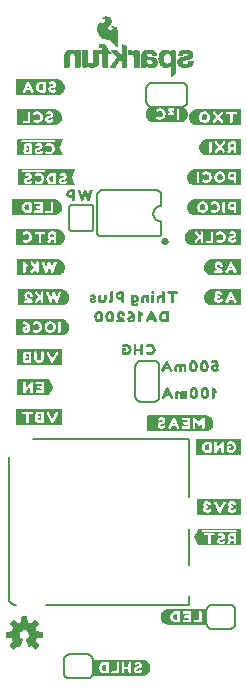
<source format=gbo>
G04 EAGLE Gerber RS-274X export*
G75*
%MOMM*%
%FSLAX34Y34*%
%LPD*%
%INSilkscreen Bottom*%
%IPPOS*%
%AMOC8*
5,1,8,0,0,1.08239X$1,22.5*%
G01*
%ADD10C,0.203200*%
%ADD11C,0.152400*%

G36*
X178725Y229374D02*
X178725Y229374D01*
X178728Y229371D01*
X179328Y229471D01*
X180027Y229571D01*
X180727Y229671D01*
X180735Y229679D01*
X180742Y229676D01*
X182542Y230576D01*
X182545Y230583D01*
X182551Y230582D01*
X183051Y230982D01*
X183052Y230986D01*
X183055Y230985D01*
X184055Y231985D01*
X184056Y231997D01*
X184064Y231998D01*
X184363Y232595D01*
X184761Y233193D01*
X184761Y233197D01*
X184764Y233198D01*
X185064Y233798D01*
X185063Y233803D01*
X185067Y233804D01*
X185267Y234404D01*
X185265Y234411D01*
X185269Y234413D01*
X185369Y235112D01*
X185469Y235712D01*
X185466Y235717D01*
X185469Y235720D01*
X185469Y236420D01*
X185466Y236424D01*
X185469Y236427D01*
X185269Y237827D01*
X185264Y237832D01*
X185267Y237836D01*
X184867Y239036D01*
X184862Y239039D01*
X184864Y239042D01*
X184564Y239642D01*
X184560Y239644D01*
X184561Y239647D01*
X184161Y240247D01*
X184158Y240248D01*
X184158Y240251D01*
X183758Y240751D01*
X183754Y240752D01*
X183755Y240755D01*
X183255Y241255D01*
X183251Y241255D01*
X183251Y241258D01*
X182751Y241658D01*
X182747Y241659D01*
X182747Y241661D01*
X182147Y242061D01*
X182143Y242061D01*
X182142Y242064D01*
X180942Y242664D01*
X180935Y242663D01*
X180934Y242667D01*
X180234Y242867D01*
X180230Y242866D01*
X180228Y242869D01*
X179628Y242969D01*
X179627Y242968D01*
X179627Y242969D01*
X178927Y243069D01*
X178922Y243066D01*
X178920Y243069D01*
X129920Y243069D01*
X129894Y243050D01*
X129881Y243050D01*
X129581Y242650D01*
X129581Y242638D01*
X129573Y242632D01*
X129578Y242625D01*
X129571Y242620D01*
X129571Y229820D01*
X129584Y229802D01*
X129581Y229790D01*
X129881Y229390D01*
X129912Y229382D01*
X129920Y229371D01*
X178720Y229371D01*
X178725Y229374D01*
G37*
G36*
X68201Y437667D02*
X68201Y437667D01*
X68215Y437665D01*
X68515Y437965D01*
X68517Y437977D01*
X68523Y437982D01*
X68518Y437989D01*
X68522Y438019D01*
X68524Y438022D01*
X65427Y444116D01*
X65331Y444692D01*
X68324Y450678D01*
X68323Y450683D01*
X68327Y450684D01*
X68527Y451284D01*
X68526Y451286D01*
X68527Y451287D01*
X68525Y451290D01*
X68508Y451341D01*
X68491Y451335D01*
X68480Y451349D01*
X20480Y451349D01*
X20471Y451342D01*
X20467Y451342D01*
X20462Y451346D01*
X19962Y451146D01*
X19946Y451119D01*
X19933Y451109D01*
X19936Y451104D01*
X19931Y451100D01*
X19931Y438300D01*
X19938Y438291D01*
X19933Y438284D01*
X20133Y437684D01*
X20177Y437654D01*
X20180Y437651D01*
X68180Y437651D01*
X68201Y437667D01*
G37*
G36*
X125584Y22364D02*
X125584Y22364D01*
X125587Y22361D01*
X126287Y22461D01*
X126288Y22462D01*
X126288Y22461D01*
X126888Y22561D01*
X126891Y22565D01*
X126894Y22563D01*
X127594Y22763D01*
X127598Y22768D01*
X127602Y22766D01*
X128802Y23366D01*
X128804Y23370D01*
X128807Y23369D01*
X129407Y23769D01*
X129408Y23772D01*
X129411Y23772D01*
X129911Y24172D01*
X129912Y24176D01*
X129915Y24175D01*
X130415Y24675D01*
X130415Y24679D01*
X130418Y24679D01*
X130818Y25179D01*
X130819Y25183D01*
X130821Y25183D01*
X131221Y25783D01*
X131221Y25787D01*
X131224Y25788D01*
X131524Y26388D01*
X131523Y26393D01*
X131527Y26394D01*
X131927Y27594D01*
X131925Y27601D01*
X131929Y27603D01*
X132129Y29003D01*
X132126Y29008D01*
X132129Y29010D01*
X132129Y29710D01*
X132126Y29715D01*
X132129Y29718D01*
X132029Y30318D01*
X131929Y31017D01*
X131921Y31025D01*
X131924Y31032D01*
X131626Y31629D01*
X131427Y32226D01*
X131419Y32231D01*
X131421Y32237D01*
X130621Y33437D01*
X130618Y33438D01*
X130618Y33441D01*
X130218Y33941D01*
X130214Y33942D01*
X130215Y33945D01*
X129715Y34445D01*
X129711Y34445D01*
X129711Y34448D01*
X129211Y34848D01*
X129203Y34849D01*
X129202Y34854D01*
X127402Y35754D01*
X127391Y35752D01*
X127387Y35759D01*
X126687Y35859D01*
X125988Y35959D01*
X125388Y36059D01*
X125383Y36056D01*
X125380Y36059D01*
X83980Y36059D01*
X83942Y36030D01*
X83934Y36028D01*
X83734Y35528D01*
X83735Y35526D01*
X83733Y35524D01*
X83737Y35518D01*
X83738Y35515D01*
X83731Y35510D01*
X83731Y22610D01*
X83760Y22572D01*
X83762Y22564D01*
X84262Y22364D01*
X84275Y22368D01*
X84280Y22361D01*
X125580Y22361D01*
X125584Y22364D01*
G37*
G36*
X208201Y386859D02*
X208201Y386859D01*
X208208Y386854D01*
X208708Y387054D01*
X208723Y387078D01*
X208730Y387084D01*
X208728Y387087D01*
X208733Y387095D01*
X208739Y387100D01*
X208739Y399900D01*
X208736Y399905D01*
X208739Y399908D01*
X208639Y400508D01*
X208595Y400549D01*
X208593Y400546D01*
X208590Y400549D01*
X168090Y400549D01*
X168086Y400546D01*
X168083Y400549D01*
X167387Y400449D01*
X166790Y400449D01*
X166783Y400444D01*
X166781Y400444D01*
X166776Y400447D01*
X166076Y400247D01*
X166075Y400246D01*
X166074Y400247D01*
X165474Y400047D01*
X165471Y400042D01*
X165468Y400044D01*
X164268Y399444D01*
X164266Y399440D01*
X164263Y399441D01*
X163663Y399041D01*
X163660Y399034D01*
X163655Y399035D01*
X163155Y398535D01*
X163155Y398531D01*
X163152Y398531D01*
X162352Y397531D01*
X162351Y397527D01*
X162349Y397527D01*
X161949Y396927D01*
X161949Y396923D01*
X161946Y396922D01*
X161646Y396322D01*
X161646Y396320D01*
X161646Y396319D01*
X161647Y396315D01*
X161643Y396314D01*
X161602Y396172D01*
X161588Y396123D01*
X161546Y395975D01*
X161504Y395828D01*
X161490Y395778D01*
X161448Y395631D01*
X161443Y395614D01*
X161444Y395610D01*
X161441Y395608D01*
X161341Y395008D01*
X161342Y395007D01*
X161341Y395007D01*
X161141Y393607D01*
X161146Y393598D01*
X161141Y393593D01*
X161241Y392893D01*
X161242Y392892D01*
X161241Y392892D01*
X161341Y392292D01*
X161345Y392289D01*
X161343Y392286D01*
X161543Y391586D01*
X161544Y391585D01*
X161543Y391584D01*
X161743Y390984D01*
X161748Y390981D01*
X161746Y390978D01*
X162046Y390378D01*
X162050Y390376D01*
X162049Y390373D01*
X162449Y389773D01*
X162452Y389772D01*
X162452Y389769D01*
X163252Y388769D01*
X163262Y388767D01*
X163263Y388759D01*
X163861Y388360D01*
X164359Y387962D01*
X164363Y387961D01*
X164363Y387959D01*
X164963Y387559D01*
X164972Y387560D01*
X164974Y387553D01*
X165574Y387353D01*
X165576Y387354D01*
X165576Y387353D01*
X166275Y387153D01*
X166874Y386953D01*
X166881Y386955D01*
X166883Y386951D01*
X167583Y386851D01*
X167588Y386854D01*
X167590Y386851D01*
X208190Y386851D01*
X208201Y386859D01*
G37*
G36*
X208095Y437654D02*
X208095Y437654D01*
X208098Y437651D01*
X208698Y437751D01*
X208739Y437795D01*
X208736Y437798D01*
X208739Y437800D01*
X208739Y450700D01*
X208736Y450705D01*
X208739Y450708D01*
X208639Y451308D01*
X208595Y451349D01*
X208593Y451346D01*
X208590Y451349D01*
X169390Y451349D01*
X169386Y451346D01*
X169383Y451349D01*
X168683Y451249D01*
X168678Y451244D01*
X168674Y451247D01*
X168075Y451047D01*
X167376Y450847D01*
X167372Y450842D01*
X167368Y450844D01*
X166168Y450244D01*
X166165Y450237D01*
X166159Y450238D01*
X165659Y449838D01*
X165658Y449834D01*
X165655Y449835D01*
X164655Y448835D01*
X164655Y448831D01*
X164652Y448831D01*
X164252Y448331D01*
X164251Y448327D01*
X164249Y448327D01*
X163849Y447727D01*
X163850Y447718D01*
X163843Y447716D01*
X163644Y447119D01*
X163346Y446522D01*
X163348Y446511D01*
X163341Y446507D01*
X163241Y445807D01*
X163141Y445108D01*
X163041Y444508D01*
X163047Y444498D01*
X163041Y444493D01*
X163241Y443093D01*
X163242Y443092D01*
X163241Y443092D01*
X163341Y442492D01*
X163348Y442486D01*
X163345Y442481D01*
X163645Y441781D01*
X163647Y441779D01*
X163646Y441778D01*
X163946Y441178D01*
X163949Y441177D01*
X163948Y441175D01*
X164248Y440675D01*
X164249Y440674D01*
X164249Y440673D01*
X164649Y440073D01*
X164656Y440070D01*
X164655Y440065D01*
X165155Y439565D01*
X165159Y439565D01*
X165159Y439562D01*
X165659Y439162D01*
X165663Y439161D01*
X165663Y439159D01*
X166863Y438359D01*
X166872Y438360D01*
X166874Y438353D01*
X168074Y437953D01*
X168076Y437954D01*
X168076Y437953D01*
X168776Y437753D01*
X168781Y437755D01*
X168783Y437751D01*
X169483Y437651D01*
X169488Y437654D01*
X169490Y437651D01*
X208090Y437651D01*
X208095Y437654D01*
G37*
G36*
X208095Y412254D02*
X208095Y412254D01*
X208098Y412251D01*
X208698Y412351D01*
X208739Y412395D01*
X208736Y412398D01*
X208739Y412400D01*
X208739Y425300D01*
X208736Y425305D01*
X208739Y425308D01*
X208639Y425908D01*
X208595Y425949D01*
X208593Y425946D01*
X208590Y425949D01*
X169390Y425949D01*
X169386Y425946D01*
X169383Y425949D01*
X168683Y425849D01*
X168678Y425844D01*
X168674Y425847D01*
X168075Y425647D01*
X167376Y425447D01*
X167372Y425442D01*
X167368Y425444D01*
X166168Y424844D01*
X166165Y424837D01*
X166159Y424838D01*
X165659Y424438D01*
X165658Y424434D01*
X165655Y424435D01*
X164655Y423435D01*
X164655Y423431D01*
X164652Y423431D01*
X164252Y422931D01*
X164251Y422927D01*
X164249Y422927D01*
X163849Y422327D01*
X163850Y422318D01*
X163843Y422316D01*
X163644Y421719D01*
X163346Y421122D01*
X163348Y421111D01*
X163341Y421107D01*
X163241Y420407D01*
X163141Y419708D01*
X163041Y419108D01*
X163047Y419098D01*
X163041Y419093D01*
X163241Y417693D01*
X163242Y417692D01*
X163241Y417692D01*
X163341Y417092D01*
X163348Y417086D01*
X163345Y417081D01*
X163645Y416381D01*
X163647Y416379D01*
X163646Y416378D01*
X163946Y415778D01*
X163949Y415777D01*
X163948Y415775D01*
X164248Y415275D01*
X164249Y415274D01*
X164249Y415273D01*
X164649Y414673D01*
X164656Y414670D01*
X164655Y414665D01*
X165155Y414165D01*
X165159Y414165D01*
X165159Y414162D01*
X165659Y413762D01*
X165663Y413761D01*
X165663Y413759D01*
X166863Y412959D01*
X166872Y412960D01*
X166874Y412953D01*
X168074Y412553D01*
X168076Y412554D01*
X168076Y412553D01*
X168776Y412353D01*
X168781Y412355D01*
X168783Y412351D01*
X169483Y412251D01*
X169488Y412254D01*
X169490Y412251D01*
X208090Y412251D01*
X208095Y412254D01*
G37*
G36*
X57205Y310654D02*
X57205Y310654D01*
X57208Y310651D01*
X57808Y310751D01*
X57811Y310755D01*
X57814Y310753D01*
X59214Y311153D01*
X59215Y311154D01*
X59216Y311153D01*
X59816Y311353D01*
X59821Y311361D01*
X59827Y311359D01*
X60427Y311759D01*
X60428Y311762D01*
X60431Y311762D01*
X61431Y312562D01*
X61432Y312566D01*
X61435Y312565D01*
X61935Y313065D01*
X61936Y313072D01*
X61941Y313073D01*
X62340Y313671D01*
X62738Y314169D01*
X62739Y314177D01*
X62744Y314178D01*
X63044Y314778D01*
X63043Y314785D01*
X63047Y314786D01*
X63058Y314824D01*
X63100Y314971D01*
X63114Y315021D01*
X63156Y315168D01*
X63157Y315168D01*
X63156Y315168D01*
X63199Y315316D01*
X63213Y315365D01*
X63247Y315485D01*
X63447Y316084D01*
X63445Y316091D01*
X63449Y316093D01*
X63549Y316793D01*
X63546Y316798D01*
X63549Y316800D01*
X63549Y318100D01*
X63546Y318104D01*
X63549Y318107D01*
X63449Y318807D01*
X63445Y318811D01*
X63447Y318814D01*
X63247Y319514D01*
X63246Y319515D01*
X63247Y319516D01*
X63047Y320116D01*
X63042Y320119D01*
X63044Y320122D01*
X62744Y320722D01*
X62740Y320724D01*
X62741Y320727D01*
X62341Y321327D01*
X62338Y321328D01*
X62338Y321331D01*
X61538Y322331D01*
X61534Y322332D01*
X61535Y322335D01*
X61035Y322835D01*
X61028Y322836D01*
X61027Y322841D01*
X60427Y323241D01*
X60423Y323241D01*
X60422Y323244D01*
X59222Y323844D01*
X59217Y323843D01*
X59216Y323847D01*
X58616Y324047D01*
X58614Y324046D01*
X58614Y324047D01*
X57914Y324247D01*
X57909Y324246D01*
X57907Y324249D01*
X57207Y324349D01*
X57202Y324346D01*
X57200Y324349D01*
X18800Y324349D01*
X18753Y324313D01*
X18755Y324310D01*
X18751Y324308D01*
X18651Y323708D01*
X18654Y323703D01*
X18651Y323700D01*
X18651Y310800D01*
X18687Y310753D01*
X18689Y310754D01*
X18690Y310752D01*
X19190Y310652D01*
X19197Y310655D01*
X19200Y310651D01*
X57200Y310651D01*
X57205Y310654D01*
G37*
G36*
X208737Y488487D02*
X208737Y488487D01*
X208732Y488494D01*
X208739Y488500D01*
X208739Y502000D01*
X208703Y502047D01*
X208700Y502045D01*
X208698Y502049D01*
X208098Y502149D01*
X208093Y502146D01*
X208090Y502149D01*
X171390Y502149D01*
X171386Y502146D01*
X171383Y502149D01*
X170683Y502049D01*
X170682Y502048D01*
X170682Y502049D01*
X170082Y501949D01*
X170079Y501945D01*
X170076Y501947D01*
X169376Y501747D01*
X169375Y501746D01*
X169374Y501747D01*
X168774Y501547D01*
X168771Y501542D01*
X168768Y501544D01*
X168168Y501244D01*
X168166Y501240D01*
X168163Y501241D01*
X167563Y500841D01*
X167562Y500838D01*
X167559Y500838D01*
X167059Y500438D01*
X167058Y500434D01*
X167055Y500435D01*
X166555Y499935D01*
X166555Y499931D01*
X166552Y499931D01*
X165752Y498931D01*
X165751Y498927D01*
X165749Y498927D01*
X165349Y498327D01*
X165350Y498319D01*
X165343Y498314D01*
X165301Y498166D01*
X165258Y498019D01*
X165244Y497969D01*
X165202Y497822D01*
X165160Y497674D01*
X165146Y497625D01*
X165143Y497615D01*
X164943Y497016D01*
X164944Y497014D01*
X164943Y497014D01*
X164934Y496984D01*
X164892Y496837D01*
X164850Y496689D01*
X164836Y496640D01*
X164794Y496492D01*
X164751Y496344D01*
X164743Y496314D01*
X164746Y496304D01*
X164741Y496300D01*
X164741Y494300D01*
X164747Y494292D01*
X164743Y494286D01*
X164943Y493586D01*
X164944Y493585D01*
X164943Y493584D01*
X165343Y492384D01*
X165348Y492381D01*
X165346Y492378D01*
X165646Y491778D01*
X165650Y491776D01*
X165649Y491773D01*
X166049Y491173D01*
X166056Y491170D01*
X166055Y491165D01*
X166553Y490667D01*
X166952Y490169D01*
X166962Y490167D01*
X166963Y490159D01*
X167561Y489760D01*
X168059Y489362D01*
X168067Y489361D01*
X168068Y489356D01*
X168668Y489056D01*
X168675Y489057D01*
X168676Y489053D01*
X169375Y488853D01*
X169974Y488653D01*
X169981Y488655D01*
X169983Y488651D01*
X171383Y488451D01*
X171388Y488454D01*
X171390Y488451D01*
X208690Y488451D01*
X208737Y488487D01*
G37*
G36*
X56904Y336054D02*
X56904Y336054D01*
X56907Y336051D01*
X58307Y336251D01*
X58312Y336256D01*
X58316Y336253D01*
X59516Y336653D01*
X59519Y336658D01*
X59522Y336656D01*
X60122Y336956D01*
X60124Y336960D01*
X60127Y336959D01*
X60727Y337359D01*
X60728Y337362D01*
X60731Y337362D01*
X61231Y337762D01*
X61232Y337766D01*
X61235Y337765D01*
X61735Y338265D01*
X61735Y338269D01*
X61738Y338269D01*
X62138Y338769D01*
X62139Y338773D01*
X62141Y338773D01*
X62541Y339373D01*
X62541Y339377D01*
X62544Y339378D01*
X63144Y340578D01*
X63143Y340585D01*
X63147Y340586D01*
X63156Y340618D01*
X63198Y340765D01*
X63199Y340765D01*
X63198Y340765D01*
X63241Y340913D01*
X63255Y340962D01*
X63297Y341110D01*
X63339Y341258D01*
X63347Y341286D01*
X63346Y341290D01*
X63349Y341292D01*
X63449Y341892D01*
X63448Y341893D01*
X63449Y341893D01*
X63549Y342593D01*
X63546Y342598D01*
X63549Y342600D01*
X63549Y343300D01*
X63546Y343305D01*
X63549Y343308D01*
X63449Y343908D01*
X63349Y344607D01*
X63345Y344611D01*
X63347Y344614D01*
X63147Y345314D01*
X63142Y345318D01*
X63144Y345322D01*
X62544Y346522D01*
X62537Y346525D01*
X62538Y346531D01*
X61738Y347531D01*
X61734Y347532D01*
X61735Y347535D01*
X61235Y348035D01*
X61228Y348036D01*
X61227Y348041D01*
X60629Y348440D01*
X60131Y348838D01*
X60123Y348839D01*
X60122Y348844D01*
X59522Y349144D01*
X59515Y349143D01*
X59514Y349147D01*
X58815Y349347D01*
X58216Y349547D01*
X58211Y349545D01*
X58209Y349545D01*
X58207Y349549D01*
X56807Y349749D01*
X56802Y349746D01*
X56800Y349749D01*
X20200Y349749D01*
X20170Y349727D01*
X20158Y349725D01*
X19858Y349225D01*
X19859Y349218D01*
X19853Y349214D01*
X19859Y349206D01*
X19851Y349200D01*
X19851Y336400D01*
X19873Y336370D01*
X19875Y336358D01*
X20375Y336058D01*
X20393Y336060D01*
X20400Y336051D01*
X56900Y336051D01*
X56904Y336054D01*
G37*
G36*
X50755Y412254D02*
X50755Y412254D01*
X50758Y412251D01*
X51358Y412351D01*
X52057Y412451D01*
X52062Y412456D01*
X52066Y412453D01*
X52666Y412653D01*
X52667Y412656D01*
X52669Y412655D01*
X53369Y412955D01*
X53371Y412957D01*
X53372Y412956D01*
X53972Y413256D01*
X53975Y413263D01*
X53981Y413262D01*
X54981Y414062D01*
X54982Y414066D01*
X54985Y414065D01*
X55485Y414565D01*
X55486Y414572D01*
X55491Y414573D01*
X55890Y415171D01*
X56288Y415669D01*
X56289Y415677D01*
X56294Y415678D01*
X56594Y416278D01*
X56594Y416280D01*
X56595Y416281D01*
X56895Y416981D01*
X56893Y416989D01*
X56899Y416992D01*
X56999Y417592D01*
X56998Y417593D01*
X56999Y417593D01*
X57099Y418292D01*
X57199Y418892D01*
X57196Y418897D01*
X57199Y418900D01*
X57199Y419600D01*
X57196Y419604D01*
X57199Y419607D01*
X57099Y420307D01*
X57095Y420311D01*
X57097Y420314D01*
X56897Y421014D01*
X56896Y421015D01*
X56897Y421016D01*
X56697Y421616D01*
X56692Y421619D01*
X56694Y421622D01*
X56094Y422822D01*
X56087Y422825D01*
X56088Y422831D01*
X55288Y423831D01*
X55284Y423832D01*
X55285Y423835D01*
X54785Y424335D01*
X54778Y424336D01*
X54777Y424341D01*
X53577Y425141D01*
X53573Y425141D01*
X53572Y425144D01*
X52972Y425444D01*
X52967Y425443D01*
X52966Y425447D01*
X52366Y425647D01*
X52359Y425645D01*
X52357Y425649D01*
X51658Y425749D01*
X51058Y425849D01*
X51057Y425848D01*
X51057Y425849D01*
X50357Y425949D01*
X50352Y425946D01*
X50350Y425949D01*
X15150Y425949D01*
X15103Y425913D01*
X15104Y425911D01*
X15102Y425910D01*
X15002Y425410D01*
X15005Y425403D01*
X15001Y425400D01*
X15001Y412500D01*
X15030Y412462D01*
X15032Y412454D01*
X15532Y412254D01*
X15545Y412258D01*
X15550Y412251D01*
X50750Y412251D01*
X50755Y412254D01*
G37*
G36*
X52895Y386854D02*
X52895Y386854D01*
X52898Y386851D01*
X53494Y386951D01*
X54190Y386951D01*
X54198Y386957D01*
X54204Y386953D01*
X54904Y387153D01*
X54905Y387154D01*
X54906Y387153D01*
X55506Y387353D01*
X55509Y387358D01*
X55512Y387356D01*
X56112Y387656D01*
X56114Y387660D01*
X56117Y387659D01*
X56717Y388059D01*
X56718Y388062D01*
X56721Y388062D01*
X57721Y388862D01*
X57722Y388866D01*
X57725Y388865D01*
X58225Y389365D01*
X58226Y389372D01*
X58231Y389373D01*
X58631Y389973D01*
X58631Y389977D01*
X58634Y389978D01*
X59234Y391178D01*
X59233Y391183D01*
X59237Y391184D01*
X59437Y391784D01*
X59436Y391786D01*
X59437Y391786D01*
X59473Y391910D01*
X59487Y391959D01*
X59529Y392107D01*
X59571Y392255D01*
X59585Y392304D01*
X59627Y392452D01*
X59628Y392452D01*
X59627Y392452D01*
X59637Y392486D01*
X59636Y392490D01*
X59639Y392492D01*
X59739Y393092D01*
X59736Y393097D01*
X59739Y393100D01*
X59739Y394500D01*
X59733Y394508D01*
X59737Y394514D01*
X59538Y395211D01*
X59439Y395808D01*
X59431Y395815D01*
X59434Y395822D01*
X59135Y396421D01*
X58835Y397119D01*
X58827Y397124D01*
X58828Y397131D01*
X58430Y397629D01*
X58031Y398227D01*
X58024Y398230D01*
X58025Y398235D01*
X57625Y398635D01*
X57621Y398635D01*
X57622Y398638D01*
X57022Y399138D01*
X57021Y399138D01*
X56521Y399538D01*
X56513Y399539D01*
X56512Y399544D01*
X55312Y400144D01*
X55305Y400143D01*
X55304Y400147D01*
X54604Y400347D01*
X54600Y400346D01*
X54598Y400349D01*
X53998Y400449D01*
X53997Y400448D01*
X53997Y400449D01*
X53297Y400549D01*
X53292Y400546D01*
X53290Y400549D01*
X19090Y400549D01*
X19081Y400542D01*
X19072Y400536D01*
X19060Y400539D01*
X18660Y400239D01*
X18655Y400220D01*
X18643Y400211D01*
X18647Y400205D01*
X18641Y400200D01*
X18641Y387300D01*
X18654Y387282D01*
X18651Y387270D01*
X18951Y386870D01*
X18982Y386862D01*
X18990Y386851D01*
X52890Y386851D01*
X52895Y386854D01*
G37*
G36*
X52794Y513854D02*
X52794Y513854D01*
X52797Y513851D01*
X53493Y513951D01*
X54190Y513951D01*
X54199Y513958D01*
X54206Y513953D01*
X54805Y514153D01*
X55504Y514353D01*
X55508Y514358D01*
X55512Y514356D01*
X56112Y514656D01*
X56114Y514660D01*
X56117Y514659D01*
X56717Y515059D01*
X56718Y515062D01*
X56721Y515062D01*
X57721Y515862D01*
X57722Y515866D01*
X57725Y515865D01*
X58225Y516365D01*
X58226Y516372D01*
X58231Y516373D01*
X58631Y516973D01*
X58631Y516975D01*
X58632Y516975D01*
X58932Y517475D01*
X58932Y517480D01*
X58935Y517481D01*
X59235Y518181D01*
X59235Y518184D01*
X59237Y518184D01*
X59637Y519384D01*
X59635Y519391D01*
X59639Y519393D01*
X59739Y520093D01*
X59736Y520098D01*
X59739Y520100D01*
X59739Y521500D01*
X59732Y521509D01*
X59737Y521516D01*
X59538Y522111D01*
X59439Y522807D01*
X59431Y522815D01*
X59434Y522822D01*
X58534Y524622D01*
X58524Y524627D01*
X58525Y524635D01*
X58027Y525133D01*
X57628Y525631D01*
X57624Y525632D01*
X57625Y525635D01*
X57125Y526135D01*
X57113Y526136D01*
X57112Y526144D01*
X56515Y526443D01*
X55917Y526841D01*
X55908Y526840D01*
X55906Y526847D01*
X54706Y527247D01*
X54704Y527246D01*
X54704Y527247D01*
X54004Y527447D01*
X53999Y527446D01*
X53997Y527449D01*
X53297Y527549D01*
X53292Y527546D01*
X53290Y527549D01*
X19090Y527549D01*
X19081Y527542D01*
X19072Y527536D01*
X19060Y527539D01*
X18660Y527239D01*
X18655Y527220D01*
X18643Y527211D01*
X18647Y527205D01*
X18641Y527200D01*
X18641Y514300D01*
X18654Y514282D01*
X18651Y514270D01*
X18951Y513870D01*
X18982Y513862D01*
X18990Y513851D01*
X52790Y513851D01*
X52794Y513854D01*
G37*
G36*
X52894Y361454D02*
X52894Y361454D01*
X52897Y361451D01*
X53597Y361551D01*
X53598Y361552D01*
X53598Y361551D01*
X54198Y361651D01*
X54897Y361751D01*
X54902Y361756D01*
X54906Y361753D01*
X55506Y361953D01*
X55509Y361958D01*
X55512Y361956D01*
X56112Y362256D01*
X56114Y362260D01*
X56117Y362259D01*
X57317Y363059D01*
X57320Y363066D01*
X57325Y363065D01*
X57825Y363565D01*
X57825Y363569D01*
X57828Y363569D01*
X58628Y364569D01*
X58629Y364577D01*
X58634Y364578D01*
X59234Y365778D01*
X59233Y365785D01*
X59237Y365786D01*
X59261Y365870D01*
X59275Y365919D01*
X59317Y366067D01*
X59318Y366067D01*
X59317Y366067D01*
X59360Y366215D01*
X59374Y366264D01*
X59416Y366412D01*
X59437Y366485D01*
X59637Y367084D01*
X59635Y367091D01*
X59639Y367093D01*
X59739Y367793D01*
X59736Y367798D01*
X59739Y367800D01*
X59739Y368500D01*
X59736Y368505D01*
X59739Y368508D01*
X59639Y369108D01*
X59539Y369807D01*
X59535Y369811D01*
X59537Y369814D01*
X59337Y370514D01*
X59336Y370515D01*
X59337Y370516D01*
X59137Y371116D01*
X59132Y371119D01*
X59134Y371122D01*
X58834Y371722D01*
X58830Y371724D01*
X58831Y371727D01*
X58431Y372327D01*
X58428Y372328D01*
X58428Y372331D01*
X58028Y372831D01*
X58024Y372832D01*
X58025Y372835D01*
X57525Y373335D01*
X57521Y373335D01*
X57521Y373338D01*
X57021Y373738D01*
X57017Y373739D01*
X57017Y373741D01*
X56417Y374141D01*
X56413Y374141D01*
X56412Y374144D01*
X55212Y374744D01*
X55207Y374743D01*
X55206Y374747D01*
X54606Y374947D01*
X54601Y374945D01*
X54599Y374945D01*
X54597Y374949D01*
X53197Y375149D01*
X53192Y375146D01*
X53190Y375149D01*
X18990Y375149D01*
X18943Y375113D01*
X18946Y375109D01*
X18943Y375106D01*
X18945Y375103D01*
X18941Y375100D01*
X18941Y361500D01*
X18977Y361453D01*
X18984Y361458D01*
X18990Y361451D01*
X52890Y361451D01*
X52894Y361454D01*
G37*
G36*
X57071Y234459D02*
X57071Y234459D01*
X57078Y234454D01*
X57578Y234654D01*
X57593Y234678D01*
X57600Y234684D01*
X57598Y234687D01*
X57603Y234695D01*
X57609Y234700D01*
X57609Y247600D01*
X57601Y247611D01*
X57606Y247618D01*
X57406Y248118D01*
X57365Y248143D01*
X57360Y248149D01*
X18960Y248149D01*
X18955Y248146D01*
X18952Y248149D01*
X18352Y248049D01*
X18315Y248010D01*
X18313Y248008D01*
X18313Y248007D01*
X18311Y248005D01*
X18314Y248003D01*
X18311Y248000D01*
X18311Y235100D01*
X18314Y235095D01*
X18311Y235092D01*
X18411Y234492D01*
X18455Y234451D01*
X18458Y234454D01*
X18460Y234451D01*
X57060Y234451D01*
X57071Y234459D01*
G37*
G36*
X57071Y285259D02*
X57071Y285259D01*
X57078Y285254D01*
X57578Y285454D01*
X57593Y285478D01*
X57600Y285484D01*
X57598Y285487D01*
X57603Y285495D01*
X57609Y285500D01*
X57609Y298400D01*
X57601Y298411D01*
X57606Y298418D01*
X57406Y298918D01*
X57365Y298943D01*
X57360Y298949D01*
X19660Y298949D01*
X19655Y298946D01*
X19652Y298949D01*
X19052Y298849D01*
X19015Y298810D01*
X19013Y298808D01*
X19013Y298807D01*
X19011Y298805D01*
X19014Y298803D01*
X19011Y298800D01*
X19011Y285900D01*
X19014Y285895D01*
X19011Y285892D01*
X19111Y285292D01*
X19155Y285251D01*
X19158Y285254D01*
X19160Y285251D01*
X57060Y285251D01*
X57071Y285259D01*
G37*
G36*
X208411Y132867D02*
X208411Y132867D01*
X208425Y132865D01*
X208725Y133165D01*
X208727Y133177D01*
X208733Y133182D01*
X208728Y133189D01*
X208729Y133192D01*
X208739Y133200D01*
X208739Y146100D01*
X208726Y146118D01*
X208729Y146130D01*
X208429Y146530D01*
X208398Y146539D01*
X208390Y146549D01*
X172790Y146549D01*
X172781Y146542D01*
X172778Y146542D01*
X172774Y146539D01*
X172765Y146542D01*
X172265Y146242D01*
X172257Y146224D01*
X172246Y146222D01*
X169246Y140222D01*
X169247Y140217D01*
X169243Y140216D01*
X169043Y139616D01*
X169045Y139612D01*
X169044Y139611D01*
X169046Y139609D01*
X169052Y139590D01*
X169046Y139578D01*
X172046Y133478D01*
X172346Y132878D01*
X172383Y132860D01*
X172390Y132851D01*
X208390Y132851D01*
X208411Y132867D01*
G37*
G36*
X208095Y209054D02*
X208095Y209054D01*
X208098Y209051D01*
X208698Y209151D01*
X208739Y209195D01*
X208736Y209198D01*
X208739Y209200D01*
X208739Y222700D01*
X208703Y222747D01*
X208696Y222742D01*
X208690Y222749D01*
X171490Y222749D01*
X171485Y222746D01*
X171482Y222749D01*
X170882Y222649D01*
X170845Y222610D01*
X170843Y222608D01*
X170843Y222607D01*
X170841Y222605D01*
X170844Y222603D01*
X170841Y222600D01*
X170841Y209100D01*
X170877Y209053D01*
X170884Y209058D01*
X170890Y209051D01*
X208090Y209051D01*
X208095Y209054D01*
G37*
G36*
X178885Y65544D02*
X178885Y65544D01*
X178888Y65541D01*
X179488Y65641D01*
X179529Y65685D01*
X179526Y65688D01*
X179529Y65690D01*
X179529Y79190D01*
X179493Y79237D01*
X179486Y79232D01*
X179480Y79239D01*
X146980Y79239D01*
X146975Y79236D01*
X146972Y79239D01*
X146372Y79139D01*
X146369Y79135D01*
X146366Y79137D01*
X145666Y78937D01*
X145665Y78936D01*
X145664Y78937D01*
X145064Y78737D01*
X145063Y78734D01*
X145061Y78735D01*
X144361Y78435D01*
X144358Y78431D01*
X144355Y78432D01*
X143855Y78132D01*
X143854Y78131D01*
X143853Y78131D01*
X143253Y77731D01*
X143250Y77724D01*
X143245Y77725D01*
X142245Y76725D01*
X142245Y76721D01*
X142242Y76721D01*
X141842Y76221D01*
X141841Y76213D01*
X141836Y76212D01*
X141236Y75012D01*
X141236Y75010D01*
X141236Y75009D01*
X141237Y75007D01*
X141233Y75006D01*
X141033Y74406D01*
X141034Y74404D01*
X141033Y74404D01*
X141023Y74370D01*
X140981Y74222D01*
X140967Y74173D01*
X140925Y74025D01*
X140882Y73877D01*
X140868Y73828D01*
X140833Y73704D01*
X140835Y73699D01*
X140831Y73697D01*
X140731Y72997D01*
X140734Y72992D01*
X140731Y72990D01*
X140731Y71690D01*
X140734Y71686D01*
X140731Y71683D01*
X140831Y70983D01*
X140836Y70978D01*
X140833Y70974D01*
X141033Y70375D01*
X141233Y69676D01*
X141238Y69672D01*
X141236Y69668D01*
X141536Y69068D01*
X141543Y69065D01*
X141542Y69059D01*
X141940Y68561D01*
X142339Y67963D01*
X142342Y67962D01*
X142342Y67959D01*
X142742Y67459D01*
X142752Y67457D01*
X142753Y67449D01*
X143351Y67050D01*
X143849Y66652D01*
X143857Y66651D01*
X143858Y66646D01*
X145058Y66046D01*
X145065Y66047D01*
X145066Y66043D01*
X145765Y65843D01*
X146364Y65643D01*
X146371Y65645D01*
X146373Y65641D01*
X147073Y65541D01*
X147078Y65544D01*
X147080Y65541D01*
X178880Y65541D01*
X178885Y65544D01*
G37*
G36*
X57825Y463054D02*
X57825Y463054D01*
X57828Y463051D01*
X58428Y463151D01*
X58429Y463152D01*
X58430Y463152D01*
X58431Y463154D01*
X58469Y463195D01*
X58456Y463207D01*
X58464Y463222D01*
X55075Y469900D01*
X55364Y470478D01*
X58364Y476478D01*
X58363Y476481D01*
X58365Y476483D01*
X58362Y476487D01*
X58353Y476536D01*
X58344Y476535D01*
X58342Y476544D01*
X57942Y476744D01*
X57932Y476742D01*
X57925Y476742D01*
X57920Y476749D01*
X19820Y476749D01*
X19794Y476730D01*
X19781Y476730D01*
X19481Y476330D01*
X19481Y476318D01*
X19473Y476312D01*
X19478Y476305D01*
X19471Y476300D01*
X19471Y463400D01*
X19490Y463374D01*
X19490Y463361D01*
X19890Y463061D01*
X19912Y463061D01*
X19920Y463051D01*
X57820Y463051D01*
X57825Y463054D01*
G37*
G36*
X208201Y158259D02*
X208201Y158259D01*
X208208Y158254D01*
X208708Y158454D01*
X208723Y158478D01*
X208730Y158484D01*
X208728Y158487D01*
X208733Y158495D01*
X208739Y158500D01*
X208739Y171400D01*
X208731Y171411D01*
X208736Y171418D01*
X208536Y171918D01*
X208495Y171943D01*
X208490Y171949D01*
X172190Y171949D01*
X172185Y171946D01*
X172182Y171949D01*
X171582Y171849D01*
X171545Y171810D01*
X171543Y171808D01*
X171543Y171807D01*
X171541Y171805D01*
X171544Y171803D01*
X171541Y171800D01*
X171541Y158900D01*
X171544Y158895D01*
X171541Y158892D01*
X171641Y158292D01*
X171685Y158251D01*
X171688Y158254D01*
X171690Y158251D01*
X208190Y158251D01*
X208201Y158259D01*
G37*
G36*
X50755Y488454D02*
X50755Y488454D01*
X50758Y488451D01*
X51358Y488551D01*
X52057Y488651D01*
X52062Y488656D01*
X52066Y488653D01*
X52666Y488853D01*
X52667Y488856D01*
X52669Y488855D01*
X53369Y489155D01*
X53371Y489157D01*
X53372Y489156D01*
X53972Y489456D01*
X53975Y489463D01*
X53981Y489462D01*
X54981Y490262D01*
X54982Y490266D01*
X54985Y490265D01*
X55485Y490765D01*
X55486Y490772D01*
X55491Y490773D01*
X55890Y491371D01*
X56288Y491869D01*
X56289Y491877D01*
X56294Y491878D01*
X56594Y492478D01*
X56594Y492480D01*
X56595Y492481D01*
X56895Y493181D01*
X56893Y493189D01*
X56899Y493192D01*
X56998Y493789D01*
X57003Y493806D01*
X57045Y493953D01*
X57087Y494101D01*
X57101Y494150D01*
X57144Y494298D01*
X57186Y494446D01*
X57197Y494486D01*
X57195Y494493D01*
X57197Y494495D01*
X57196Y494497D01*
X57199Y494500D01*
X57199Y495800D01*
X57196Y495804D01*
X57199Y495807D01*
X57099Y496507D01*
X57095Y496511D01*
X57097Y496514D01*
X56897Y497214D01*
X56896Y497215D01*
X56897Y497216D01*
X56697Y497816D01*
X56692Y497819D01*
X56694Y497822D01*
X56094Y499022D01*
X56090Y499024D01*
X56091Y499027D01*
X55691Y499627D01*
X55684Y499630D01*
X55685Y499635D01*
X55185Y500135D01*
X55181Y500135D01*
X55181Y500138D01*
X54181Y500938D01*
X54177Y500939D01*
X54177Y500941D01*
X53577Y501341D01*
X53573Y501341D01*
X53572Y501344D01*
X52972Y501644D01*
X52967Y501643D01*
X52966Y501647D01*
X52366Y501847D01*
X52364Y501846D01*
X52364Y501847D01*
X51664Y502047D01*
X51654Y502044D01*
X51650Y502049D01*
X50954Y502049D01*
X50358Y502149D01*
X50353Y502146D01*
X50350Y502149D01*
X19150Y502149D01*
X19103Y502113D01*
X19104Y502111D01*
X19102Y502110D01*
X19002Y501610D01*
X19005Y501603D01*
X19001Y501600D01*
X19001Y488700D01*
X19030Y488662D01*
X19032Y488654D01*
X19532Y488454D01*
X19545Y488458D01*
X19550Y488451D01*
X50750Y488451D01*
X50755Y488454D01*
G37*
G36*
X34720Y44596D02*
X34720Y44596D01*
X34828Y44606D01*
X34841Y44612D01*
X34855Y44614D01*
X34952Y44662D01*
X35051Y44707D01*
X35064Y44718D01*
X35073Y44722D01*
X35088Y44738D01*
X35165Y44800D01*
X37750Y47385D01*
X37813Y47474D01*
X37879Y47559D01*
X37884Y47572D01*
X37892Y47584D01*
X37923Y47687D01*
X37959Y47790D01*
X37959Y47804D01*
X37963Y47817D01*
X37959Y47925D01*
X37960Y48034D01*
X37955Y48047D01*
X37955Y48061D01*
X37917Y48163D01*
X37882Y48265D01*
X37873Y48280D01*
X37869Y48289D01*
X37855Y48306D01*
X37801Y48388D01*
X35037Y51778D01*
X35594Y52860D01*
X35600Y52880D01*
X35642Y52975D01*
X36013Y54134D01*
X40364Y54577D01*
X40468Y54605D01*
X40574Y54630D01*
X40586Y54637D01*
X40599Y54640D01*
X40689Y54701D01*
X40782Y54758D01*
X40790Y54769D01*
X40802Y54777D01*
X40868Y54863D01*
X40937Y54947D01*
X40941Y54960D01*
X40950Y54971D01*
X40984Y55074D01*
X41023Y55175D01*
X41024Y55193D01*
X41028Y55202D01*
X41028Y55224D01*
X41037Y55322D01*
X41037Y58978D01*
X41020Y59085D01*
X41006Y59193D01*
X41000Y59205D01*
X40998Y59219D01*
X40946Y59315D01*
X40899Y59412D01*
X40889Y59422D01*
X40883Y59434D01*
X40803Y59508D01*
X40727Y59585D01*
X40715Y59591D01*
X40705Y59601D01*
X40606Y59646D01*
X40509Y59694D01*
X40491Y59698D01*
X40482Y59702D01*
X40461Y59704D01*
X40364Y59723D01*
X36013Y60166D01*
X35642Y61325D01*
X35633Y61343D01*
X35631Y61350D01*
X35627Y61357D01*
X35594Y61440D01*
X35037Y62522D01*
X37801Y65912D01*
X37855Y66006D01*
X37912Y66098D01*
X37915Y66111D01*
X37922Y66123D01*
X37943Y66230D01*
X37968Y66335D01*
X37966Y66349D01*
X37969Y66363D01*
X37954Y66470D01*
X37944Y66578D01*
X37938Y66591D01*
X37936Y66605D01*
X37888Y66702D01*
X37843Y66801D01*
X37832Y66814D01*
X37828Y66823D01*
X37812Y66838D01*
X37750Y66915D01*
X35165Y69500D01*
X35076Y69563D01*
X34991Y69629D01*
X34978Y69634D01*
X34966Y69642D01*
X34863Y69673D01*
X34760Y69709D01*
X34746Y69709D01*
X34733Y69713D01*
X34625Y69709D01*
X34516Y69710D01*
X34503Y69705D01*
X34489Y69705D01*
X34387Y69667D01*
X34285Y69632D01*
X34270Y69623D01*
X34261Y69619D01*
X34244Y69605D01*
X34162Y69551D01*
X30772Y66787D01*
X29690Y67344D01*
X29670Y67350D01*
X29575Y67392D01*
X28416Y67763D01*
X27973Y72114D01*
X27945Y72218D01*
X27920Y72324D01*
X27913Y72336D01*
X27910Y72349D01*
X27849Y72439D01*
X27792Y72532D01*
X27781Y72540D01*
X27773Y72552D01*
X27687Y72618D01*
X27603Y72687D01*
X27590Y72691D01*
X27579Y72700D01*
X27476Y72734D01*
X27375Y72773D01*
X27357Y72774D01*
X27348Y72778D01*
X27326Y72778D01*
X27228Y72787D01*
X23572Y72787D01*
X23465Y72770D01*
X23357Y72756D01*
X23345Y72750D01*
X23331Y72748D01*
X23235Y72696D01*
X23138Y72649D01*
X23128Y72639D01*
X23116Y72633D01*
X23042Y72553D01*
X22965Y72477D01*
X22959Y72465D01*
X22949Y72455D01*
X22904Y72356D01*
X22856Y72259D01*
X22852Y72241D01*
X22848Y72232D01*
X22846Y72211D01*
X22827Y72114D01*
X22384Y67763D01*
X21225Y67392D01*
X21207Y67382D01*
X21110Y67344D01*
X20028Y66787D01*
X16638Y69551D01*
X16544Y69605D01*
X16452Y69662D01*
X16439Y69665D01*
X16427Y69672D01*
X16320Y69693D01*
X16215Y69718D01*
X16201Y69716D01*
X16187Y69719D01*
X16080Y69704D01*
X15972Y69694D01*
X15959Y69688D01*
X15946Y69686D01*
X15848Y69638D01*
X15749Y69593D01*
X15736Y69582D01*
X15727Y69578D01*
X15712Y69562D01*
X15635Y69500D01*
X13050Y66915D01*
X12987Y66826D01*
X12921Y66741D01*
X12916Y66728D01*
X12908Y66716D01*
X12877Y66613D01*
X12841Y66510D01*
X12841Y66496D01*
X12837Y66483D01*
X12841Y66375D01*
X12840Y66266D01*
X12845Y66253D01*
X12845Y66239D01*
X12883Y66137D01*
X12918Y66035D01*
X12927Y66020D01*
X12931Y66011D01*
X12945Y65994D01*
X12999Y65912D01*
X15763Y62522D01*
X15206Y61440D01*
X15200Y61420D01*
X15158Y61325D01*
X14787Y60166D01*
X10436Y59723D01*
X10332Y59695D01*
X10226Y59670D01*
X10214Y59663D01*
X10201Y59660D01*
X10111Y59599D01*
X10018Y59542D01*
X10010Y59531D01*
X9998Y59523D01*
X9932Y59437D01*
X9864Y59353D01*
X9859Y59340D01*
X9850Y59329D01*
X9816Y59226D01*
X9777Y59125D01*
X9776Y59107D01*
X9772Y59098D01*
X9773Y59076D01*
X9763Y58978D01*
X9763Y55322D01*
X9780Y55215D01*
X9794Y55107D01*
X9800Y55095D01*
X9802Y55081D01*
X9854Y54985D01*
X9901Y54888D01*
X9911Y54878D01*
X9917Y54866D01*
X9997Y54792D01*
X10073Y54715D01*
X10085Y54709D01*
X10096Y54699D01*
X10194Y54654D01*
X10291Y54606D01*
X10309Y54602D01*
X10318Y54598D01*
X10339Y54596D01*
X10436Y54577D01*
X14787Y54134D01*
X15158Y52975D01*
X15168Y52957D01*
X15206Y52860D01*
X15763Y51778D01*
X12999Y48388D01*
X12945Y48294D01*
X12888Y48202D01*
X12885Y48189D01*
X12878Y48177D01*
X12857Y48070D01*
X12832Y47965D01*
X12834Y47951D01*
X12831Y47937D01*
X12846Y47830D01*
X12856Y47722D01*
X12862Y47709D01*
X12864Y47696D01*
X12912Y47598D01*
X12957Y47499D01*
X12968Y47486D01*
X12972Y47477D01*
X12988Y47462D01*
X13050Y47385D01*
X15635Y44800D01*
X15724Y44737D01*
X15809Y44671D01*
X15822Y44666D01*
X15834Y44658D01*
X15937Y44627D01*
X16040Y44591D01*
X16054Y44591D01*
X16067Y44587D01*
X16175Y44591D01*
X16284Y44590D01*
X16297Y44595D01*
X16311Y44595D01*
X16413Y44633D01*
X16515Y44668D01*
X16530Y44677D01*
X16539Y44681D01*
X16556Y44695D01*
X16638Y44749D01*
X20028Y47513D01*
X21110Y46956D01*
X21163Y46939D01*
X21212Y46913D01*
X21278Y46902D01*
X21342Y46881D01*
X21398Y46882D01*
X21452Y46873D01*
X21519Y46884D01*
X21586Y46885D01*
X21638Y46903D01*
X21693Y46912D01*
X21753Y46944D01*
X21816Y46967D01*
X21859Y47001D01*
X21909Y47027D01*
X21955Y47076D01*
X22007Y47118D01*
X22038Y47165D01*
X22076Y47205D01*
X22132Y47310D01*
X22140Y47323D01*
X22141Y47328D01*
X22145Y47335D01*
X24298Y52532D01*
X24318Y52615D01*
X24323Y52628D01*
X24325Y52644D01*
X24350Y52729D01*
X24349Y52750D01*
X24354Y52770D01*
X24346Y52852D01*
X24347Y52871D01*
X24343Y52891D01*
X24339Y52972D01*
X24332Y52992D01*
X24330Y53013D01*
X24298Y53082D01*
X24292Y53109D01*
X24277Y53133D01*
X24251Y53200D01*
X24238Y53216D01*
X24229Y53235D01*
X24184Y53284D01*
X24164Y53316D01*
X24133Y53341D01*
X24095Y53387D01*
X24072Y53403D01*
X24062Y53413D01*
X24041Y53425D01*
X23976Y53470D01*
X23975Y53471D01*
X23974Y53472D01*
X23075Y53978D01*
X22388Y54622D01*
X21873Y55410D01*
X21561Y56298D01*
X21469Y57235D01*
X21602Y58167D01*
X21953Y59041D01*
X22502Y59806D01*
X23216Y60419D01*
X24056Y60844D01*
X24973Y61058D01*
X25914Y61048D01*
X26826Y60814D01*
X27656Y60371D01*
X28357Y59742D01*
X28889Y58965D01*
X29220Y58084D01*
X29333Y57149D01*
X29225Y56232D01*
X28905Y55364D01*
X28391Y54595D01*
X27712Y53968D01*
X26828Y53473D01*
X26786Y53440D01*
X26744Y53417D01*
X26713Y53384D01*
X26665Y53349D01*
X26653Y53333D01*
X26637Y53320D01*
X26602Y53265D01*
X26577Y53239D01*
X26564Y53209D01*
X26522Y53151D01*
X26516Y53132D01*
X26506Y53115D01*
X26487Y53040D01*
X26477Y53017D01*
X26474Y52993D01*
X26451Y52918D01*
X26452Y52898D01*
X26447Y52878D01*
X26454Y52792D01*
X26453Y52774D01*
X26456Y52758D01*
X26459Y52674D01*
X26467Y52649D01*
X26468Y52635D01*
X26478Y52613D01*
X26502Y52532D01*
X27431Y50289D01*
X27431Y50288D01*
X28362Y48041D01*
X28363Y48041D01*
X28655Y47335D01*
X28684Y47288D01*
X28705Y47236D01*
X28748Y47185D01*
X28784Y47128D01*
X28827Y47093D01*
X28863Y47050D01*
X28920Y47016D01*
X28972Y46973D01*
X29024Y46954D01*
X29072Y46925D01*
X29138Y46911D01*
X29201Y46887D01*
X29256Y46885D01*
X29310Y46874D01*
X29377Y46881D01*
X29444Y46879D01*
X29498Y46895D01*
X29553Y46902D01*
X29664Y46946D01*
X29678Y46950D01*
X29682Y46953D01*
X29690Y46956D01*
X30772Y47513D01*
X34162Y44749D01*
X34256Y44695D01*
X34348Y44638D01*
X34361Y44635D01*
X34373Y44628D01*
X34480Y44607D01*
X34585Y44582D01*
X34599Y44584D01*
X34613Y44581D01*
X34720Y44596D01*
G37*
G36*
X208308Y463064D02*
X208308Y463064D01*
X208320Y463061D01*
X208720Y463361D01*
X208724Y463377D01*
X208731Y463382D01*
X208727Y463388D01*
X208729Y463392D01*
X208739Y463400D01*
X208739Y476300D01*
X208726Y476318D01*
X208729Y476330D01*
X208429Y476730D01*
X208398Y476739D01*
X208390Y476749D01*
X180290Y476749D01*
X180286Y476746D01*
X180283Y476749D01*
X179583Y476649D01*
X179582Y476648D01*
X179582Y476649D01*
X178982Y476549D01*
X178283Y476449D01*
X178278Y476444D01*
X178274Y476447D01*
X177674Y476247D01*
X177671Y476242D01*
X177668Y476244D01*
X177068Y475944D01*
X177066Y475940D01*
X177063Y475941D01*
X175863Y475141D01*
X175862Y475138D01*
X175859Y475138D01*
X175359Y474738D01*
X175357Y474728D01*
X175349Y474727D01*
X174950Y474129D01*
X174552Y473631D01*
X174551Y473623D01*
X174546Y473622D01*
X173946Y472422D01*
X173947Y472417D01*
X173943Y472416D01*
X173743Y471816D01*
X173744Y471814D01*
X173743Y471814D01*
X173705Y471683D01*
X173691Y471634D01*
X173649Y471486D01*
X173607Y471338D01*
X173593Y471289D01*
X173551Y471141D01*
X173543Y471114D01*
X173545Y471109D01*
X173541Y471107D01*
X173441Y470407D01*
X173443Y470403D01*
X173443Y470402D01*
X173441Y470400D01*
X173441Y469100D01*
X173447Y469092D01*
X173443Y469086D01*
X173642Y468389D01*
X173741Y467792D01*
X173748Y467786D01*
X173745Y467781D01*
X174045Y467081D01*
X174047Y467079D01*
X174046Y467078D01*
X174346Y466478D01*
X174353Y466475D01*
X174352Y466469D01*
X174750Y465971D01*
X175149Y465373D01*
X175152Y465372D01*
X175152Y465369D01*
X175552Y464869D01*
X175562Y464867D01*
X175563Y464859D01*
X176161Y464460D01*
X176659Y464062D01*
X176667Y464061D01*
X176668Y464056D01*
X177868Y463456D01*
X177875Y463457D01*
X177876Y463453D01*
X178576Y463253D01*
X178580Y463254D01*
X178582Y463251D01*
X179182Y463151D01*
X179183Y463152D01*
X179183Y463151D01*
X179883Y463051D01*
X179888Y463054D01*
X179890Y463051D01*
X208290Y463051D01*
X208308Y463064D01*
G37*
G36*
X157534Y490994D02*
X157534Y490994D01*
X157537Y490991D01*
X158237Y491091D01*
X158242Y491096D01*
X158246Y491093D01*
X158845Y491293D01*
X159544Y491493D01*
X159548Y491498D01*
X159552Y491496D01*
X160752Y492096D01*
X160755Y492103D01*
X160761Y492102D01*
X161761Y492902D01*
X161762Y492906D01*
X161765Y492905D01*
X162265Y493405D01*
X162265Y493409D01*
X162268Y493409D01*
X162668Y493909D01*
X162669Y493913D01*
X162671Y493913D01*
X163071Y494513D01*
X163071Y494517D01*
X163074Y494518D01*
X163374Y495118D01*
X163373Y495125D01*
X163377Y495126D01*
X163402Y495213D01*
X163444Y495361D01*
X163458Y495410D01*
X163501Y495558D01*
X163543Y495705D01*
X163557Y495755D01*
X163577Y495825D01*
X163777Y496424D01*
X163775Y496431D01*
X163779Y496433D01*
X163879Y497133D01*
X163876Y497138D01*
X163879Y497140D01*
X163879Y498440D01*
X163876Y498444D01*
X163879Y498447D01*
X163779Y499147D01*
X163775Y499151D01*
X163777Y499154D01*
X163577Y499854D01*
X163576Y499855D01*
X163577Y499856D01*
X163377Y500456D01*
X163372Y500459D01*
X163374Y500462D01*
X163074Y501062D01*
X163070Y501064D01*
X163071Y501067D01*
X162671Y501667D01*
X162668Y501668D01*
X162668Y501671D01*
X161868Y502671D01*
X161864Y502672D01*
X161865Y502675D01*
X161365Y503175D01*
X161358Y503176D01*
X161357Y503181D01*
X160757Y503581D01*
X160753Y503581D01*
X160752Y503584D01*
X159552Y504184D01*
X159547Y504183D01*
X159546Y504187D01*
X158946Y504387D01*
X158944Y504386D01*
X158944Y504387D01*
X158244Y504587D01*
X158240Y504586D01*
X158238Y504589D01*
X157638Y504689D01*
X157633Y504686D01*
X157630Y504689D01*
X134730Y504689D01*
X134726Y504686D01*
X134723Y504689D01*
X134023Y504589D01*
X134022Y504588D01*
X134022Y504589D01*
X133422Y504489D01*
X133416Y504482D01*
X133411Y504485D01*
X132712Y504186D01*
X132114Y503987D01*
X132111Y503982D01*
X132108Y503984D01*
X131508Y503684D01*
X131505Y503677D01*
X131499Y503678D01*
X130999Y503278D01*
X130998Y503278D01*
X130398Y502778D01*
X130397Y502771D01*
X130392Y502771D01*
X129592Y501771D01*
X129591Y501767D01*
X129589Y501767D01*
X129189Y501167D01*
X129189Y501163D01*
X129186Y501162D01*
X128586Y499962D01*
X128588Y499952D01*
X128581Y499948D01*
X128481Y499348D01*
X128482Y499347D01*
X128481Y499347D01*
X128281Y497947D01*
X128284Y497942D01*
X128281Y497940D01*
X128281Y497240D01*
X128284Y497235D01*
X128281Y497232D01*
X128381Y496632D01*
X128385Y496629D01*
X128383Y496626D01*
X128583Y495926D01*
X128584Y495925D01*
X128583Y495924D01*
X128783Y495324D01*
X128788Y495321D01*
X128786Y495318D01*
X129386Y494118D01*
X129390Y494116D01*
X129389Y494113D01*
X129789Y493513D01*
X129796Y493510D01*
X129795Y493505D01*
X130295Y493005D01*
X130299Y493005D01*
X130299Y493002D01*
X131299Y492202D01*
X131303Y492201D01*
X131303Y492199D01*
X131903Y491799D01*
X131907Y491799D01*
X131908Y491796D01*
X132508Y491496D01*
X132515Y491497D01*
X132516Y491493D01*
X133215Y491293D01*
X133814Y491093D01*
X133825Y491097D01*
X133830Y491091D01*
X134527Y491091D01*
X135223Y490991D01*
X135228Y490994D01*
X135230Y490991D01*
X157530Y490991D01*
X157534Y490994D01*
G37*
G36*
X208528Y361480D02*
X208528Y361480D01*
X208536Y361482D01*
X208736Y361982D01*
X208732Y361995D01*
X208739Y362000D01*
X208739Y374900D01*
X208710Y374938D01*
X208708Y374946D01*
X208208Y375146D01*
X208196Y375142D01*
X208195Y375142D01*
X208190Y375149D01*
X184290Y375149D01*
X184286Y375146D01*
X184283Y375149D01*
X182883Y374949D01*
X182882Y374948D01*
X182882Y374949D01*
X182282Y374849D01*
X182275Y374841D01*
X182268Y374844D01*
X181669Y374545D01*
X180971Y374245D01*
X180968Y374241D01*
X180965Y374242D01*
X180465Y373942D01*
X180464Y373941D01*
X180463Y373941D01*
X179863Y373541D01*
X179860Y373534D01*
X179855Y373535D01*
X179355Y373035D01*
X179355Y373031D01*
X179352Y373031D01*
X178952Y372531D01*
X178951Y372527D01*
X178949Y372527D01*
X178549Y371927D01*
X178549Y371923D01*
X178546Y371922D01*
X177946Y370722D01*
X177947Y370717D01*
X177943Y370716D01*
X177743Y370116D01*
X177744Y370114D01*
X177743Y370114D01*
X177720Y370034D01*
X177706Y369984D01*
X177664Y369837D01*
X177621Y369689D01*
X177607Y369640D01*
X177565Y369492D01*
X177543Y369414D01*
X177546Y369404D01*
X177541Y369400D01*
X177541Y367400D01*
X177544Y367396D01*
X177541Y367393D01*
X177641Y366693D01*
X177646Y366688D01*
X177643Y366684D01*
X177843Y366084D01*
X177846Y366083D01*
X177845Y366081D01*
X178145Y365381D01*
X178147Y365379D01*
X178146Y365378D01*
X178446Y364778D01*
X178453Y364775D01*
X178452Y364769D01*
X178850Y364271D01*
X179249Y363673D01*
X179259Y363669D01*
X179259Y363662D01*
X179757Y363263D01*
X180255Y362765D01*
X180267Y362764D01*
X180268Y362756D01*
X180865Y362457D01*
X181463Y362059D01*
X181472Y362060D01*
X181474Y362053D01*
X182074Y361853D01*
X182076Y361854D01*
X182076Y361853D01*
X182776Y361653D01*
X182780Y361654D01*
X182782Y361651D01*
X183382Y361551D01*
X183383Y361552D01*
X183383Y361551D01*
X184083Y361451D01*
X184088Y361454D01*
X184090Y361451D01*
X208490Y361451D01*
X208528Y361480D01*
G37*
G36*
X208095Y336054D02*
X208095Y336054D01*
X208098Y336051D01*
X208698Y336151D01*
X208739Y336195D01*
X208736Y336198D01*
X208739Y336200D01*
X208739Y349700D01*
X208703Y349747D01*
X208696Y349742D01*
X208690Y349749D01*
X184290Y349749D01*
X184286Y349746D01*
X184283Y349749D01*
X183583Y349649D01*
X183582Y349648D01*
X183582Y349649D01*
X182982Y349549D01*
X182979Y349545D01*
X182976Y349547D01*
X182276Y349347D01*
X182275Y349346D01*
X182274Y349347D01*
X181674Y349147D01*
X181671Y349142D01*
X181668Y349144D01*
X181068Y348844D01*
X181066Y348840D01*
X181063Y348841D01*
X180463Y348441D01*
X180462Y348438D01*
X180459Y348438D01*
X179959Y348038D01*
X179958Y348034D01*
X179955Y348035D01*
X179455Y347535D01*
X179455Y347531D01*
X179452Y347531D01*
X179052Y347031D01*
X179051Y347027D01*
X179049Y347027D01*
X178649Y346427D01*
X178649Y346423D01*
X178646Y346422D01*
X178046Y345222D01*
X178047Y345217D01*
X178043Y345216D01*
X177843Y344616D01*
X177845Y344609D01*
X177841Y344607D01*
X177641Y343207D01*
X177644Y343202D01*
X177641Y343200D01*
X177641Y342500D01*
X177644Y342495D01*
X177641Y342492D01*
X177741Y341892D01*
X177841Y341193D01*
X177846Y341188D01*
X177843Y341184D01*
X178043Y340584D01*
X178046Y340583D01*
X178045Y340581D01*
X178345Y339881D01*
X178347Y339879D01*
X178346Y339878D01*
X178646Y339278D01*
X178653Y339275D01*
X178652Y339269D01*
X179452Y338269D01*
X179456Y338268D01*
X179455Y338265D01*
X179955Y337765D01*
X179959Y337765D01*
X179959Y337762D01*
X180459Y337362D01*
X180463Y337361D01*
X180463Y337359D01*
X181063Y336959D01*
X181067Y336959D01*
X181068Y336956D01*
X181668Y336656D01*
X181675Y336657D01*
X181676Y336653D01*
X182375Y336453D01*
X182974Y336253D01*
X182981Y336255D01*
X182983Y336251D01*
X184383Y336051D01*
X184388Y336054D01*
X184390Y336051D01*
X208090Y336051D01*
X208095Y336054D01*
G37*
G36*
X45639Y259858D02*
X45639Y259858D01*
X45646Y259853D01*
X46246Y260053D01*
X46261Y260076D01*
X46274Y260078D01*
X49274Y266178D01*
X49574Y266778D01*
X49574Y266781D01*
X49575Y266782D01*
X49573Y266784D01*
X49568Y266810D01*
X49574Y266823D01*
X46174Y273423D01*
X46144Y273437D01*
X46138Y273449D01*
X45538Y273549D01*
X45533Y273546D01*
X45530Y273549D01*
X19730Y273549D01*
X19692Y273520D01*
X19684Y273518D01*
X19484Y273018D01*
X19485Y273016D01*
X19483Y273014D01*
X19487Y273008D01*
X19488Y273005D01*
X19481Y273000D01*
X19481Y260200D01*
X19500Y260174D01*
X19500Y260161D01*
X19900Y259861D01*
X19922Y259861D01*
X19930Y259851D01*
X45630Y259851D01*
X45639Y259858D01*
G37*
G36*
X104170Y554451D02*
X104170Y554451D01*
X104221Y554453D01*
X104253Y554471D01*
X104289Y554479D01*
X104328Y554512D01*
X104373Y554536D01*
X104394Y554566D01*
X104422Y554589D01*
X104443Y554636D01*
X104473Y554678D01*
X104481Y554720D01*
X104493Y554748D01*
X104492Y554778D01*
X104500Y554820D01*
X104500Y567620D01*
X104496Y567638D01*
X104498Y567662D01*
X104298Y569462D01*
X104287Y569493D01*
X104281Y569540D01*
X104081Y570140D01*
X104068Y570160D01*
X104060Y570190D01*
X103760Y570790D01*
X103752Y570800D01*
X103746Y570816D01*
X103446Y571316D01*
X103432Y571330D01*
X103423Y571349D01*
X103346Y571419D01*
X103325Y571440D01*
X103320Y571442D01*
X103316Y571446D01*
X102832Y571736D01*
X102448Y572024D01*
X102413Y572039D01*
X102361Y572073D01*
X101361Y572473D01*
X101328Y572478D01*
X101283Y572495D01*
X100683Y572595D01*
X100656Y572593D01*
X100620Y572600D01*
X99820Y572600D01*
X99784Y572592D01*
X99728Y572589D01*
X99373Y572500D01*
X99220Y572500D01*
X99205Y572497D01*
X99190Y572499D01*
X99058Y572462D01*
X99051Y572461D01*
X99051Y572460D01*
X99050Y572460D01*
X98850Y572360D01*
X98831Y572344D01*
X98807Y572335D01*
X98765Y572289D01*
X98717Y572249D01*
X98707Y572227D01*
X98690Y572208D01*
X98672Y572148D01*
X98646Y572091D01*
X98648Y572066D01*
X98640Y572042D01*
X98651Y571980D01*
X98654Y571918D01*
X98666Y571896D01*
X98670Y571871D01*
X98719Y571798D01*
X98737Y571766D01*
X98745Y571761D01*
X98751Y571751D01*
X98851Y571651D01*
X98883Y571631D01*
X98950Y571580D01*
X99350Y571380D01*
X99373Y571374D01*
X99400Y571359D01*
X99615Y571288D01*
X99925Y570978D01*
X100075Y570752D01*
X100140Y570558D01*
X100140Y570382D01*
X100068Y570166D01*
X99908Y569845D01*
X99678Y569616D01*
X99442Y569458D01*
X99011Y569286D01*
X98582Y569200D01*
X97867Y569200D01*
X97176Y569373D01*
X96680Y569704D01*
X96359Y570105D01*
X96200Y570582D01*
X96200Y571142D01*
X96446Y571715D01*
X97106Y572469D01*
X97904Y573367D01*
X97905Y573369D01*
X97906Y573370D01*
X98606Y574170D01*
X98622Y574199D01*
X98652Y574235D01*
X99152Y575135D01*
X99163Y575173D01*
X99191Y575238D01*
X99391Y576138D01*
X99391Y576171D01*
X99400Y576220D01*
X99400Y577020D01*
X99392Y577057D01*
X99381Y577140D01*
X99081Y578040D01*
X99060Y578074D01*
X99029Y578141D01*
X98529Y578841D01*
X98503Y578864D01*
X98473Y578904D01*
X97573Y579704D01*
X97542Y579721D01*
X97502Y579754D01*
X96402Y580354D01*
X96366Y580364D01*
X96288Y580394D01*
X95188Y580594D01*
X95159Y580593D01*
X95120Y580600D01*
X94120Y580600D01*
X94083Y580592D01*
X94000Y580581D01*
X93100Y580281D01*
X93094Y580277D01*
X93087Y580276D01*
X92287Y579976D01*
X92272Y579966D01*
X92250Y579960D01*
X92084Y579877D01*
X91650Y579660D01*
X91628Y579642D01*
X91592Y579624D01*
X91192Y579324D01*
X91177Y579306D01*
X91151Y579289D01*
X91051Y579189D01*
X91038Y579167D01*
X91018Y579151D01*
X90992Y579094D01*
X90960Y579042D01*
X90957Y579016D01*
X90947Y578992D01*
X90949Y578931D01*
X90943Y578869D01*
X90952Y578845D01*
X90953Y578819D01*
X90983Y578765D01*
X91005Y578707D01*
X91024Y578690D01*
X91036Y578667D01*
X91087Y578632D01*
X91132Y578590D01*
X91157Y578582D01*
X91178Y578567D01*
X91262Y578551D01*
X91298Y578540D01*
X91308Y578542D01*
X91320Y578540D01*
X91620Y578540D01*
X91657Y578548D01*
X91740Y578559D01*
X91982Y578640D01*
X92173Y578640D01*
X92528Y578551D01*
X92536Y578551D01*
X92545Y578547D01*
X92996Y578457D01*
X93319Y578295D01*
X93640Y578055D01*
X93775Y577852D01*
X93859Y577600D01*
X93872Y577580D01*
X93880Y577550D01*
X93968Y577374D01*
X94019Y577220D01*
X93959Y577040D01*
X93958Y577027D01*
X93951Y577012D01*
X93867Y576676D01*
X93704Y576431D01*
X93696Y576411D01*
X93680Y576390D01*
X93508Y576045D01*
X93278Y575816D01*
X93009Y575636D01*
X93002Y575629D01*
X92992Y575624D01*
X92600Y575331D01*
X92329Y575150D01*
X91897Y574934D01*
X91630Y574800D01*
X91082Y574800D01*
X90889Y574865D01*
X90740Y574964D01*
X90600Y575382D01*
X90600Y576120D01*
X90588Y576170D01*
X90588Y576191D01*
X90587Y576215D01*
X90586Y576222D01*
X90569Y576254D01*
X90561Y576289D01*
X90528Y576329D01*
X90503Y576374D01*
X90473Y576395D01*
X90451Y576422D01*
X90403Y576444D01*
X90361Y576473D01*
X90325Y576479D01*
X90292Y576493D01*
X90241Y576491D01*
X90190Y576499D01*
X90149Y576488D01*
X90119Y576487D01*
X90092Y576472D01*
X90050Y576460D01*
X90039Y576455D01*
X89279Y576075D01*
X89250Y576060D01*
X89246Y576057D01*
X89136Y575973D01*
X88336Y575073D01*
X88321Y575045D01*
X88292Y575012D01*
X87592Y573812D01*
X87583Y573783D01*
X87562Y573748D01*
X87062Y572348D01*
X87059Y572322D01*
X87046Y572290D01*
X86746Y570690D01*
X86748Y570654D01*
X86740Y570599D01*
X86840Y568799D01*
X86850Y568767D01*
X86854Y568718D01*
X87354Y566918D01*
X87371Y566887D01*
X87388Y566835D01*
X88388Y565035D01*
X88405Y565017D01*
X88420Y564987D01*
X89120Y564087D01*
X89127Y564081D01*
X89131Y564073D01*
X89141Y564067D01*
X89151Y564051D01*
X89951Y563251D01*
X89961Y563245D01*
X89970Y563234D01*
X90770Y562534D01*
X90795Y562520D01*
X90824Y562494D01*
X91824Y561894D01*
X91849Y561886D01*
X91879Y561867D01*
X92879Y561467D01*
X92898Y561464D01*
X92920Y561453D01*
X94020Y561153D01*
X94037Y561153D01*
X94058Y561145D01*
X95258Y560945D01*
X95284Y560947D01*
X95320Y560940D01*
X97189Y560940D01*
X97686Y560857D01*
X98102Y560607D01*
X99052Y559847D01*
X99528Y559277D01*
X99540Y559267D01*
X99551Y559251D01*
X100829Y557974D01*
X101311Y557299D01*
X101331Y557281D01*
X101351Y557251D01*
X101939Y556663D01*
X102428Y556077D01*
X102440Y556067D01*
X102451Y556051D01*
X102932Y555570D01*
X103216Y555192D01*
X103234Y555177D01*
X103251Y555151D01*
X103525Y554878D01*
X103704Y554609D01*
X103723Y554591D01*
X103736Y554567D01*
X103786Y554532D01*
X103830Y554491D01*
X103856Y554483D01*
X103878Y554467D01*
X103959Y554452D01*
X103996Y554441D01*
X104007Y554442D01*
X104020Y554440D01*
X104120Y554440D01*
X104170Y554451D01*
G37*
G36*
X149859Y528951D02*
X149859Y528951D01*
X149921Y528953D01*
X149943Y528966D01*
X149969Y528970D01*
X150040Y529018D01*
X150073Y529036D01*
X150079Y529044D01*
X150089Y529051D01*
X150974Y529936D01*
X152458Y531123D01*
X152469Y531138D01*
X152489Y531151D01*
X153374Y532036D01*
X153858Y532423D01*
X153864Y532431D01*
X153873Y532436D01*
X153917Y532499D01*
X153965Y532559D01*
X153967Y532569D01*
X153973Y532578D01*
X153988Y532659D01*
X153993Y532670D01*
X153993Y532682D01*
X154000Y532720D01*
X154000Y551220D01*
X153999Y551224D01*
X154000Y551229D01*
X153980Y551309D01*
X153961Y551389D01*
X153958Y551392D01*
X153957Y551397D01*
X153903Y551459D01*
X153851Y551522D01*
X153846Y551524D01*
X153844Y551528D01*
X153712Y551589D01*
X153312Y551689D01*
X153304Y551689D01*
X153295Y551693D01*
X152795Y551793D01*
X152763Y551792D01*
X152720Y551800D01*
X152267Y551800D01*
X151912Y551889D01*
X151904Y551889D01*
X151895Y551893D01*
X151403Y551991D01*
X151012Y552089D01*
X151004Y552089D01*
X150995Y552093D01*
X149995Y552293D01*
X149993Y552293D01*
X149992Y552293D01*
X149908Y552290D01*
X149821Y552287D01*
X149820Y552287D01*
X149819Y552287D01*
X149745Y552246D01*
X149669Y552205D01*
X149668Y552204D01*
X149667Y552204D01*
X149619Y552135D01*
X149568Y552064D01*
X149568Y552063D01*
X149567Y552062D01*
X149540Y551920D01*
X149540Y551138D01*
X149389Y551289D01*
X149373Y551299D01*
X149358Y551317D01*
X148858Y551717D01*
X148837Y551727D01*
X148816Y551746D01*
X147816Y552346D01*
X147803Y552350D01*
X147683Y552395D01*
X146483Y552595D01*
X146456Y552593D01*
X146420Y552600D01*
X145720Y552600D01*
X145709Y552598D01*
X145695Y552599D01*
X144195Y552499D01*
X144158Y552488D01*
X144092Y552478D01*
X142692Y551978D01*
X142663Y551959D01*
X142616Y551941D01*
X141516Y551241D01*
X141489Y551213D01*
X141437Y551174D01*
X140537Y550174D01*
X140524Y550151D01*
X140499Y550124D01*
X139799Y549024D01*
X139787Y548988D01*
X139757Y548932D01*
X139357Y547632D01*
X139356Y547617D01*
X139348Y547600D01*
X139048Y546200D01*
X139049Y546176D01*
X139041Y546145D01*
X138941Y544645D01*
X138944Y544623D01*
X138941Y544593D01*
X139041Y543193D01*
X139048Y543169D01*
X139050Y543135D01*
X139350Y541835D01*
X139362Y541810D01*
X139369Y541774D01*
X139869Y540574D01*
X139879Y540559D01*
X139886Y540538D01*
X140486Y539438D01*
X140512Y539409D01*
X140551Y539351D01*
X141451Y538451D01*
X141473Y538438D01*
X141496Y538412D01*
X142596Y537612D01*
X142632Y537597D01*
X142700Y537559D01*
X143900Y537159D01*
X143930Y537156D01*
X143970Y537143D01*
X145470Y536943D01*
X145509Y536947D01*
X145583Y536945D01*
X147383Y537245D01*
X147419Y537260D01*
X147490Y537280D01*
X147620Y537345D01*
X148090Y537580D01*
X148100Y537588D01*
X148116Y537594D01*
X149116Y538194D01*
X149136Y538214D01*
X149217Y538282D01*
X149440Y538561D01*
X149440Y529320D01*
X149446Y529295D01*
X149443Y529269D01*
X149465Y529212D01*
X149479Y529151D01*
X149496Y529131D01*
X149505Y529107D01*
X149550Y529065D01*
X149589Y529018D01*
X149613Y529007D01*
X149632Y528990D01*
X149691Y528972D01*
X149748Y528947D01*
X149773Y528948D01*
X149798Y528940D01*
X149859Y528951D01*
G37*
G36*
X133850Y536947D02*
X133850Y536947D01*
X133895Y536947D01*
X134358Y537040D01*
X134820Y537040D01*
X134856Y537048D01*
X134912Y537051D01*
X135312Y537151D01*
X135332Y537161D01*
X135361Y537167D01*
X135861Y537367D01*
X135873Y537375D01*
X135890Y537380D01*
X136290Y537580D01*
X136306Y537593D01*
X136331Y537604D01*
X136611Y537791D01*
X136990Y537980D01*
X137019Y538004D01*
X137089Y538051D01*
X137389Y538351D01*
X137405Y538378D01*
X137436Y538409D01*
X137631Y538700D01*
X137924Y539092D01*
X137928Y539101D01*
X137936Y539109D01*
X138136Y539409D01*
X138137Y539410D01*
X138138Y539411D01*
X138193Y539545D01*
X138283Y539996D01*
X138460Y540350D01*
X138464Y540365D01*
X138473Y540378D01*
X138499Y540512D01*
X138500Y540519D01*
X138500Y540520D01*
X138500Y540982D01*
X138593Y541445D01*
X138593Y541455D01*
X138594Y541588D01*
X138394Y542688D01*
X138385Y542710D01*
X138381Y542740D01*
X138081Y543640D01*
X138064Y543667D01*
X138050Y543709D01*
X137650Y544409D01*
X137627Y544433D01*
X137567Y544509D01*
X136867Y545109D01*
X136841Y545123D01*
X136809Y545150D01*
X136109Y545550D01*
X136083Y545558D01*
X136054Y545576D01*
X135254Y545876D01*
X135235Y545879D01*
X135212Y545889D01*
X134412Y546089D01*
X134390Y546089D01*
X134362Y546098D01*
X133462Y546198D01*
X131668Y546397D01*
X130999Y546493D01*
X130333Y546683D01*
X129780Y546868D01*
X129380Y547108D01*
X129200Y547347D01*
X129200Y548230D01*
X129433Y548695D01*
X129489Y548751D01*
X129509Y548783D01*
X129560Y548850D01*
X129603Y548937D01*
X130010Y549140D01*
X130120Y549140D01*
X130135Y549143D01*
X130150Y549141D01*
X130282Y549178D01*
X130289Y549179D01*
X130289Y549180D01*
X130290Y549180D01*
X130410Y549240D01*
X132030Y549240D01*
X132895Y548808D01*
X133208Y548495D01*
X133268Y548374D01*
X133359Y548100D01*
X133372Y548080D01*
X133380Y548050D01*
X133440Y547930D01*
X133440Y547520D01*
X133451Y547470D01*
X133453Y547419D01*
X133471Y547387D01*
X133479Y547351D01*
X133512Y547312D01*
X133536Y547267D01*
X133566Y547246D01*
X133589Y547218D01*
X133636Y547197D01*
X133678Y547167D01*
X133720Y547159D01*
X133748Y547147D01*
X133778Y547148D01*
X133820Y547140D01*
X137720Y547140D01*
X137800Y547158D01*
X137880Y547175D01*
X137884Y547178D01*
X137889Y547179D01*
X137952Y547232D01*
X138016Y547282D01*
X138018Y547286D01*
X138022Y547289D01*
X138056Y547364D01*
X138091Y547438D01*
X138091Y547443D01*
X138093Y547448D01*
X138092Y547475D01*
X138095Y547583D01*
X137895Y548783D01*
X137885Y548806D01*
X137885Y548808D01*
X137884Y548828D01*
X137882Y548833D01*
X137881Y548840D01*
X137681Y549440D01*
X137661Y549472D01*
X137624Y549548D01*
X137336Y549932D01*
X137046Y550416D01*
X137034Y550428D01*
X137024Y550448D01*
X136724Y550848D01*
X136699Y550869D01*
X136692Y550882D01*
X136677Y550893D01*
X136648Y550924D01*
X136248Y551224D01*
X136232Y551231D01*
X136216Y551246D01*
X135216Y551846D01*
X135191Y551854D01*
X135161Y551873D01*
X134661Y552073D01*
X134632Y552077D01*
X134595Y552093D01*
X134118Y552188D01*
X133540Y552381D01*
X133515Y552383D01*
X133483Y552395D01*
X132889Y552494D01*
X132395Y552593D01*
X132363Y552592D01*
X132320Y552600D01*
X130020Y552600D01*
X129990Y552593D01*
X129945Y552593D01*
X129482Y552500D01*
X128920Y552500D01*
X128890Y552493D01*
X128845Y552493D01*
X128345Y552393D01*
X128319Y552381D01*
X128279Y552373D01*
X127811Y552186D01*
X127345Y552093D01*
X127319Y552081D01*
X127279Y552073D01*
X126779Y551873D01*
X126748Y551851D01*
X126692Y551824D01*
X125492Y550924D01*
X125467Y550894D01*
X125416Y550848D01*
X125116Y550448D01*
X125104Y550422D01*
X125080Y550390D01*
X124880Y549990D01*
X124877Y549976D01*
X124867Y549961D01*
X124667Y549461D01*
X124663Y549432D01*
X124647Y549395D01*
X124547Y548895D01*
X124548Y548863D01*
X124540Y548820D01*
X124540Y540210D01*
X124480Y540090D01*
X124476Y540075D01*
X124467Y540062D01*
X124441Y539928D01*
X124440Y539922D01*
X124440Y539921D01*
X124440Y539920D01*
X124440Y539110D01*
X124380Y538990D01*
X124376Y538975D01*
X124367Y538962D01*
X124358Y538916D01*
X124357Y538913D01*
X124357Y538911D01*
X124341Y538828D01*
X124340Y538822D01*
X124340Y538821D01*
X124340Y538820D01*
X124340Y538710D01*
X124280Y538590D01*
X124276Y538575D01*
X124267Y538562D01*
X124241Y538428D01*
X124240Y538422D01*
X124240Y538421D01*
X124240Y538420D01*
X124240Y538210D01*
X124208Y538145D01*
X124151Y538089D01*
X124111Y538024D01*
X124067Y537962D01*
X124065Y537950D01*
X124060Y537942D01*
X124056Y537905D01*
X124040Y537820D01*
X124040Y537720D01*
X124051Y537670D01*
X124053Y537619D01*
X124071Y537587D01*
X124079Y537551D01*
X124112Y537512D01*
X124136Y537467D01*
X124166Y537446D01*
X124189Y537418D01*
X124236Y537397D01*
X124278Y537367D01*
X124320Y537359D01*
X124348Y537347D01*
X124378Y537348D01*
X124420Y537340D01*
X128320Y537340D01*
X128370Y537351D01*
X128421Y537353D01*
X128453Y537371D01*
X128489Y537379D01*
X128528Y537412D01*
X128573Y537436D01*
X128594Y537466D01*
X128622Y537489D01*
X128643Y537536D01*
X128673Y537578D01*
X128681Y537620D01*
X128693Y537648D01*
X128693Y537658D01*
X128729Y537716D01*
X128773Y537778D01*
X128775Y537790D01*
X128780Y537798D01*
X128784Y537835D01*
X128786Y537849D01*
X128789Y537851D01*
X128829Y537916D01*
X128873Y537978D01*
X128875Y537990D01*
X128880Y537998D01*
X128884Y538035D01*
X128900Y538120D01*
X128900Y538269D01*
X128913Y538290D01*
X129051Y538151D01*
X129078Y538135D01*
X129109Y538104D01*
X129409Y537904D01*
X129445Y537890D01*
X129500Y537859D01*
X129752Y537775D01*
X130009Y537604D01*
X130045Y537590D01*
X130100Y537559D01*
X131300Y537159D01*
X131337Y537156D01*
X131420Y537140D01*
X131658Y537140D01*
X131900Y537059D01*
X131937Y537056D01*
X132020Y537040D01*
X132358Y537040D01*
X132600Y536959D01*
X132637Y536956D01*
X132720Y536940D01*
X133820Y536940D01*
X133850Y536947D01*
G37*
G36*
X102852Y537347D02*
X102852Y537347D01*
X102886Y537345D01*
X102936Y537367D01*
X102989Y537379D01*
X103014Y537400D01*
X103045Y537413D01*
X103092Y537465D01*
X103122Y537489D01*
X103129Y537505D01*
X103143Y537520D01*
X106799Y543426D01*
X107840Y542455D01*
X107840Y537720D01*
X107851Y537670D01*
X107853Y537619D01*
X107871Y537587D01*
X107879Y537551D01*
X107912Y537512D01*
X107936Y537467D01*
X107966Y537446D01*
X107989Y537418D01*
X108036Y537397D01*
X108078Y537367D01*
X108120Y537359D01*
X108148Y537347D01*
X108178Y537348D01*
X108220Y537340D01*
X112120Y537340D01*
X112170Y537351D01*
X112221Y537353D01*
X112253Y537371D01*
X112289Y537379D01*
X112328Y537412D01*
X112373Y537436D01*
X112394Y537466D01*
X112422Y537489D01*
X112443Y537536D01*
X112473Y537578D01*
X112481Y537620D01*
X112493Y537648D01*
X112492Y537678D01*
X112500Y537720D01*
X112500Y555120D01*
X112490Y555163D01*
X112490Y555208D01*
X112471Y555247D01*
X112461Y555289D01*
X112432Y555323D01*
X112412Y555363D01*
X112373Y555396D01*
X112351Y555422D01*
X112327Y555433D01*
X112300Y555455D01*
X108400Y557555D01*
X108345Y557570D01*
X108292Y557593D01*
X108262Y557592D01*
X108233Y557600D01*
X108177Y557589D01*
X108119Y557587D01*
X108093Y557572D01*
X108063Y557566D01*
X108018Y557531D01*
X107967Y557504D01*
X107950Y557479D01*
X107926Y557461D01*
X107900Y557409D01*
X107867Y557362D01*
X107861Y557328D01*
X107849Y557305D01*
X107850Y557270D01*
X107840Y557220D01*
X107840Y547765D01*
X103594Y552183D01*
X103527Y552227D01*
X103462Y552273D01*
X103454Y552274D01*
X103449Y552278D01*
X103416Y552282D01*
X103320Y552300D01*
X98720Y552300D01*
X98693Y552294D01*
X98666Y552296D01*
X98610Y552274D01*
X98551Y552261D01*
X98530Y552243D01*
X98504Y552233D01*
X98464Y552189D01*
X98418Y552151D01*
X98406Y552125D01*
X98388Y552105D01*
X98371Y552047D01*
X98347Y551992D01*
X98348Y551965D01*
X98340Y551938D01*
X98351Y551879D01*
X98353Y551819D01*
X98367Y551795D01*
X98372Y551768D01*
X98418Y551701D01*
X98436Y551667D01*
X98446Y551660D01*
X98454Y551649D01*
X103531Y546667D01*
X97802Y537928D01*
X97777Y537859D01*
X97747Y537792D01*
X97747Y537779D01*
X97743Y537766D01*
X97751Y537693D01*
X97753Y537619D01*
X97760Y537607D01*
X97761Y537594D01*
X97801Y537532D01*
X97836Y537467D01*
X97847Y537459D01*
X97855Y537448D01*
X97918Y537410D01*
X97978Y537367D01*
X97993Y537364D01*
X98003Y537358D01*
X98042Y537355D01*
X98120Y537340D01*
X102820Y537340D01*
X102852Y537347D01*
G37*
G36*
X63370Y537351D02*
X63370Y537351D01*
X63421Y537353D01*
X63453Y537371D01*
X63489Y537379D01*
X63528Y537412D01*
X63573Y537436D01*
X63594Y537466D01*
X63622Y537489D01*
X63643Y537536D01*
X63673Y537578D01*
X63681Y537620D01*
X63693Y537648D01*
X63692Y537678D01*
X63700Y537720D01*
X63700Y545696D01*
X63797Y546469D01*
X63896Y547163D01*
X63983Y547686D01*
X64236Y548108D01*
X64480Y548432D01*
X64859Y548660D01*
X65289Y548746D01*
X65828Y548836D01*
X66565Y548744D01*
X67086Y548657D01*
X67466Y548429D01*
X67807Y548002D01*
X68081Y547546D01*
X68348Y546922D01*
X68440Y546099D01*
X68440Y537720D01*
X68451Y537670D01*
X68453Y537619D01*
X68471Y537587D01*
X68479Y537551D01*
X68512Y537512D01*
X68536Y537467D01*
X68566Y537446D01*
X68589Y537418D01*
X68636Y537397D01*
X68678Y537367D01*
X68720Y537359D01*
X68748Y537347D01*
X68778Y537348D01*
X68820Y537340D01*
X72720Y537340D01*
X72770Y537351D01*
X72821Y537353D01*
X72853Y537371D01*
X72889Y537379D01*
X72928Y537412D01*
X72973Y537436D01*
X72994Y537466D01*
X73022Y537489D01*
X73043Y537536D01*
X73073Y537578D01*
X73081Y537620D01*
X73093Y537648D01*
X73092Y537678D01*
X73100Y537720D01*
X73100Y551920D01*
X73089Y551970D01*
X73087Y552021D01*
X73069Y552053D01*
X73061Y552089D01*
X73028Y552128D01*
X73004Y552173D01*
X72974Y552194D01*
X72951Y552222D01*
X72904Y552243D01*
X72862Y552273D01*
X72820Y552281D01*
X72792Y552293D01*
X72762Y552292D01*
X72720Y552300D01*
X69020Y552300D01*
X68970Y552289D01*
X68919Y552287D01*
X68887Y552269D01*
X68851Y552261D01*
X68812Y552228D01*
X68767Y552204D01*
X68746Y552174D01*
X68718Y552151D01*
X68697Y552104D01*
X68667Y552062D01*
X68659Y552020D01*
X68647Y551992D01*
X68648Y551962D01*
X68640Y551920D01*
X68640Y550938D01*
X68389Y551189D01*
X68373Y551199D01*
X68358Y551217D01*
X67858Y551617D01*
X67844Y551623D01*
X67831Y551636D01*
X67231Y552036D01*
X67195Y552050D01*
X67140Y552081D01*
X65940Y552481D01*
X65915Y552483D01*
X65883Y552495D01*
X65283Y552595D01*
X65256Y552593D01*
X65220Y552600D01*
X64620Y552600D01*
X64608Y552597D01*
X64593Y552599D01*
X63193Y552499D01*
X63163Y552490D01*
X63120Y552487D01*
X62020Y552187D01*
X61988Y552170D01*
X61935Y552152D01*
X61035Y551652D01*
X61007Y551626D01*
X60951Y551589D01*
X60251Y550889D01*
X60233Y550859D01*
X60198Y550822D01*
X59698Y550022D01*
X59685Y549985D01*
X59656Y549929D01*
X59356Y548929D01*
X59355Y548910D01*
X59346Y548888D01*
X59146Y547788D01*
X59147Y547771D01*
X59141Y547749D01*
X59041Y546449D01*
X59043Y546436D01*
X59040Y546420D01*
X59040Y537720D01*
X59051Y537670D01*
X59053Y537619D01*
X59071Y537587D01*
X59079Y537551D01*
X59112Y537512D01*
X59136Y537467D01*
X59166Y537446D01*
X59189Y537418D01*
X59236Y537397D01*
X59278Y537367D01*
X59320Y537359D01*
X59348Y537347D01*
X59378Y537348D01*
X59420Y537340D01*
X63320Y537340D01*
X63370Y537351D01*
G37*
G36*
X84347Y537041D02*
X84347Y537041D01*
X84384Y537052D01*
X84450Y537063D01*
X85550Y537463D01*
X85572Y537477D01*
X85605Y537488D01*
X86505Y537988D01*
X86528Y538009D01*
X86567Y538031D01*
X87267Y538631D01*
X87284Y538654D01*
X87352Y538735D01*
X87852Y539635D01*
X87862Y539668D01*
X87884Y539711D01*
X88184Y540711D01*
X88185Y540730D01*
X88194Y540752D01*
X88394Y541852D01*
X88393Y541881D01*
X88400Y541920D01*
X88400Y551920D01*
X88389Y551970D01*
X88387Y552021D01*
X88369Y552053D01*
X88361Y552089D01*
X88328Y552128D01*
X88304Y552173D01*
X88274Y552194D01*
X88251Y552222D01*
X88204Y552243D01*
X88162Y552273D01*
X88120Y552281D01*
X88092Y552293D01*
X88062Y552292D01*
X88020Y552300D01*
X84220Y552300D01*
X84170Y552289D01*
X84119Y552287D01*
X84087Y552269D01*
X84051Y552261D01*
X84012Y552228D01*
X83967Y552204D01*
X83946Y552174D01*
X83918Y552151D01*
X83897Y552104D01*
X83867Y552062D01*
X83859Y552020D01*
X83847Y551992D01*
X83848Y551962D01*
X83840Y551920D01*
X83840Y543944D01*
X83644Y542375D01*
X83560Y541874D01*
X83061Y541208D01*
X82681Y540980D01*
X82251Y540894D01*
X81712Y540804D01*
X80975Y540896D01*
X80454Y540983D01*
X80056Y541222D01*
X79733Y541545D01*
X79465Y542080D01*
X79191Y542720D01*
X79100Y543444D01*
X79100Y551920D01*
X79089Y551970D01*
X79087Y552021D01*
X79069Y552053D01*
X79061Y552089D01*
X79028Y552128D01*
X79004Y552173D01*
X78974Y552194D01*
X78951Y552222D01*
X78904Y552243D01*
X78862Y552273D01*
X78820Y552281D01*
X78792Y552293D01*
X78762Y552292D01*
X78720Y552300D01*
X74820Y552300D01*
X74770Y552289D01*
X74719Y552287D01*
X74687Y552269D01*
X74651Y552261D01*
X74612Y552228D01*
X74567Y552204D01*
X74546Y552174D01*
X74518Y552151D01*
X74497Y552104D01*
X74467Y552062D01*
X74459Y552020D01*
X74447Y551992D01*
X74448Y551962D01*
X74440Y551920D01*
X74440Y537720D01*
X74451Y537670D01*
X74453Y537619D01*
X74471Y537587D01*
X74479Y537551D01*
X74512Y537512D01*
X74536Y537467D01*
X74566Y537446D01*
X74589Y537418D01*
X74636Y537397D01*
X74678Y537367D01*
X74720Y537359D01*
X74748Y537347D01*
X74778Y537348D01*
X74820Y537340D01*
X78520Y537340D01*
X78570Y537351D01*
X78621Y537353D01*
X78653Y537371D01*
X78689Y537379D01*
X78728Y537412D01*
X78773Y537436D01*
X78794Y537466D01*
X78822Y537489D01*
X78843Y537536D01*
X78873Y537578D01*
X78881Y537620D01*
X78893Y537648D01*
X78892Y537678D01*
X78900Y537720D01*
X78900Y538661D01*
X79123Y538382D01*
X79150Y538361D01*
X79182Y538323D01*
X79682Y537923D01*
X79712Y537909D01*
X79750Y537880D01*
X80350Y537580D01*
X80364Y537577D01*
X80379Y537567D01*
X80879Y537367D01*
X80889Y537365D01*
X80900Y537359D01*
X81500Y537159D01*
X81529Y537157D01*
X81566Y537144D01*
X82263Y537044D01*
X82858Y536945D01*
X82893Y536947D01*
X82947Y536941D01*
X84347Y537041D01*
G37*
G36*
X162952Y537041D02*
X162952Y537041D01*
X162965Y537045D01*
X162983Y537045D01*
X164183Y537245D01*
X164198Y537252D01*
X164220Y537253D01*
X165320Y537553D01*
X165348Y537568D01*
X165390Y537580D01*
X165710Y537740D01*
X166390Y538080D01*
X166419Y538104D01*
X166470Y538134D01*
X167270Y538834D01*
X167288Y538859D01*
X167320Y538887D01*
X168020Y539787D01*
X168036Y539822D01*
X168073Y539879D01*
X168473Y540879D01*
X168478Y540913D01*
X168496Y540962D01*
X168696Y542262D01*
X168690Y542342D01*
X168687Y542421D01*
X168683Y542427D01*
X168682Y542435D01*
X168642Y542503D01*
X168604Y542573D01*
X168598Y542577D01*
X168594Y542584D01*
X168527Y542627D01*
X168462Y542673D01*
X168454Y542674D01*
X168448Y542678D01*
X168415Y542682D01*
X168320Y542700D01*
X164620Y542700D01*
X164570Y542689D01*
X164519Y542687D01*
X164487Y542669D01*
X164451Y542661D01*
X164412Y542628D01*
X164367Y542604D01*
X164346Y542574D01*
X164318Y542551D01*
X164297Y542504D01*
X164267Y542462D01*
X164259Y542420D01*
X164247Y542392D01*
X164248Y542362D01*
X164240Y542320D01*
X164240Y541793D01*
X164086Y541408D01*
X163848Y541092D01*
X163166Y540580D01*
X162658Y540495D01*
X162652Y540493D01*
X162645Y540493D01*
X162151Y540394D01*
X161636Y540308D01*
X161312Y540389D01*
X161276Y540389D01*
X161220Y540400D01*
X160867Y540400D01*
X160553Y540479D01*
X160221Y540645D01*
X159870Y540908D01*
X159663Y541114D01*
X159512Y541720D01*
X159579Y541987D01*
X159720Y542270D01*
X160032Y542504D01*
X160480Y542772D01*
X161026Y542955D01*
X162603Y543349D01*
X163595Y543547D01*
X163598Y543549D01*
X163603Y543549D01*
X164503Y543749D01*
X164523Y543759D01*
X164554Y543764D01*
X165354Y544064D01*
X165360Y544068D01*
X165370Y544071D01*
X166070Y544371D01*
X166085Y544382D01*
X166109Y544390D01*
X166809Y544790D01*
X166817Y544798D01*
X166831Y544804D01*
X167431Y545204D01*
X167432Y545205D01*
X167435Y545206D01*
X167536Y545309D01*
X167936Y545909D01*
X167947Y545937D01*
X167970Y545970D01*
X168270Y546670D01*
X168276Y546709D01*
X168282Y546728D01*
X168294Y546754D01*
X168294Y546764D01*
X168298Y546778D01*
X168398Y547678D01*
X168394Y547709D01*
X168399Y547752D01*
X168299Y548952D01*
X168287Y548989D01*
X168273Y549061D01*
X167873Y550061D01*
X167853Y550090D01*
X167806Y550170D01*
X167106Y550970D01*
X167087Y550984D01*
X167067Y551009D01*
X166367Y551609D01*
X166335Y551626D01*
X166290Y551660D01*
X165290Y552160D01*
X165253Y552169D01*
X165195Y552193D01*
X164195Y552393D01*
X164192Y552393D01*
X164188Y552394D01*
X163088Y552594D01*
X163059Y552593D01*
X163020Y552600D01*
X160720Y552600D01*
X160692Y552594D01*
X160652Y552594D01*
X159552Y552394D01*
X159535Y552387D01*
X159511Y552384D01*
X158511Y552084D01*
X158492Y552074D01*
X158466Y552067D01*
X157566Y551667D01*
X157538Y551647D01*
X157492Y551624D01*
X156692Y551024D01*
X156667Y550994D01*
X156616Y550948D01*
X156016Y550148D01*
X156004Y550122D01*
X155980Y550090D01*
X155480Y549090D01*
X155471Y549052D01*
X155445Y548983D01*
X155245Y547783D01*
X155250Y547701D01*
X155253Y547619D01*
X155256Y547615D01*
X155256Y547610D01*
X155297Y547539D01*
X155336Y547467D01*
X155340Y547464D01*
X155343Y547460D01*
X155411Y547414D01*
X155478Y547367D01*
X155483Y547366D01*
X155487Y547364D01*
X155515Y547360D01*
X155620Y547340D01*
X159320Y547340D01*
X159333Y547343D01*
X159347Y547341D01*
X159417Y547362D01*
X159489Y547379D01*
X159499Y547388D01*
X159512Y547392D01*
X159566Y547443D01*
X159622Y547489D01*
X159628Y547502D01*
X159638Y547511D01*
X159693Y547645D01*
X159786Y548111D01*
X159958Y548542D01*
X160094Y548746D01*
X160311Y548891D01*
X160676Y549073D01*
X161093Y549240D01*
X162658Y549240D01*
X162900Y549159D01*
X162913Y549158D01*
X162928Y549151D01*
X163314Y549055D01*
X163476Y549001D01*
X163740Y548605D01*
X163740Y548367D01*
X163670Y548087D01*
X163448Y547792D01*
X163119Y547545D01*
X162574Y547272D01*
X162035Y547093D01*
X161273Y546997D01*
X161254Y546990D01*
X161228Y546989D01*
X158832Y546390D01*
X157938Y546191D01*
X157902Y546174D01*
X157831Y546150D01*
X156431Y545350D01*
X156411Y545331D01*
X156377Y545312D01*
X155777Y544812D01*
X155753Y544781D01*
X155748Y544776D01*
X155747Y544775D01*
X155704Y544731D01*
X155304Y544131D01*
X155293Y544103D01*
X155271Y544070D01*
X154971Y543370D01*
X154964Y543331D01*
X154942Y543262D01*
X154842Y542362D01*
X154847Y542324D01*
X154844Y542262D01*
X155044Y540962D01*
X155056Y540933D01*
X155063Y540890D01*
X155463Y539790D01*
X155484Y539757D01*
X155516Y539692D01*
X156116Y538892D01*
X156141Y538871D01*
X156170Y538834D01*
X156970Y538134D01*
X157003Y538116D01*
X157050Y538080D01*
X158050Y537580D01*
X158080Y537573D01*
X158120Y537553D01*
X159220Y537253D01*
X159237Y537253D01*
X159258Y537245D01*
X160458Y537045D01*
X160472Y537046D01*
X160488Y537041D01*
X161688Y536941D01*
X161715Y536945D01*
X161752Y536941D01*
X162952Y537041D01*
G37*
%LPC*%
G36*
X172198Y439849D02*
X172198Y439849D01*
X171627Y440040D01*
X171439Y440509D01*
X171439Y448684D01*
X171719Y449056D01*
X172493Y449250D01*
X173263Y449154D01*
X173543Y448780D01*
X173641Y448192D01*
X173685Y448151D01*
X173686Y448153D01*
X173688Y448151D01*
X175988Y448051D01*
X176015Y448070D01*
X176028Y448069D01*
X176425Y448565D01*
X176914Y448956D01*
X177505Y449153D01*
X178200Y449352D01*
X178893Y449451D01*
X179487Y449451D01*
X180179Y449352D01*
X180774Y449153D01*
X180776Y449154D01*
X180776Y449153D01*
X181469Y448955D01*
X182061Y448560D01*
X182557Y448163D01*
X183053Y447667D01*
X183448Y447173D01*
X183744Y446582D01*
X183942Y445889D01*
X184041Y445296D01*
X184041Y444600D01*
X184077Y444553D01*
X184083Y444557D01*
X184088Y444551D01*
X186188Y444451D01*
X186237Y444484D01*
X186231Y444493D01*
X186239Y444500D01*
X186239Y445196D01*
X186338Y445789D01*
X186359Y445862D01*
X186401Y446010D01*
X186415Y446059D01*
X186457Y446207D01*
X186458Y446207D01*
X186457Y446207D01*
X186500Y446355D01*
X186514Y446404D01*
X186536Y446482D01*
X186833Y447077D01*
X187129Y447570D01*
X188121Y448562D01*
X188712Y448955D01*
X189306Y449153D01*
X189901Y449352D01*
X190593Y449451D01*
X191682Y449451D01*
X192274Y449253D01*
X192868Y449055D01*
X193461Y448660D01*
X193957Y448263D01*
X194453Y447767D01*
X194847Y447274D01*
X195144Y446582D01*
X195342Y445988D01*
X195441Y445392D01*
X195485Y445351D01*
X195490Y445357D01*
X195495Y445351D01*
X195502Y445352D01*
X195482Y445349D01*
X195441Y445306D01*
X195448Y445300D01*
X195445Y445298D01*
X195446Y445297D01*
X195441Y445292D01*
X195540Y444699D01*
X195441Y444007D01*
X195342Y443311D01*
X195144Y442719D01*
X194847Y442125D01*
X194452Y441531D01*
X193957Y441037D01*
X193461Y440640D01*
X192868Y440245D01*
X192274Y440047D01*
X191682Y439849D01*
X190293Y439849D01*
X189601Y439948D01*
X189012Y440145D01*
X188419Y440540D01*
X187923Y440937D01*
X187427Y441433D01*
X187030Y441929D01*
X186635Y442522D01*
X186437Y443115D01*
X186239Y443807D01*
X186239Y444400D01*
X186203Y444447D01*
X186197Y444443D01*
X186192Y444449D01*
X184092Y444549D01*
X184043Y444516D01*
X184046Y444512D01*
X184043Y444510D01*
X184047Y444504D01*
X184041Y444500D01*
X184041Y443907D01*
X184016Y443820D01*
X183974Y443673D01*
X183960Y443623D01*
X183918Y443476D01*
X183875Y443328D01*
X183861Y443279D01*
X183843Y443215D01*
X183645Y442622D01*
X183250Y442029D01*
X182853Y441533D01*
X182357Y441037D01*
X181863Y440642D01*
X181268Y440344D01*
X180672Y440046D01*
X179983Y439849D01*
X178693Y439849D01*
X178004Y439948D01*
X177309Y440245D01*
X177308Y440245D01*
X177308Y440246D01*
X176813Y440444D01*
X176231Y440832D01*
X176043Y441398D01*
X176332Y442074D01*
X176818Y442656D01*
X177183Y442747D01*
X177866Y442357D01*
X177868Y442358D01*
X177868Y442356D01*
X178268Y442156D01*
X178279Y442158D01*
X178282Y442151D01*
X178882Y442051D01*
X178887Y442054D01*
X178890Y442051D01*
X179590Y442051D01*
X179598Y442057D01*
X179604Y442053D01*
X180304Y442253D01*
X180308Y442258D01*
X180312Y442256D01*
X180912Y442556D01*
X180917Y442566D01*
X180925Y442565D01*
X181425Y443065D01*
X181426Y443077D01*
X181434Y443078D01*
X181734Y443678D01*
X181732Y443689D01*
X181739Y443692D01*
X181839Y444292D01*
X181836Y444297D01*
X181839Y444300D01*
X181839Y445000D01*
X181833Y445008D01*
X181837Y445014D01*
X181637Y445714D01*
X181632Y445718D01*
X181634Y445722D01*
X181334Y446322D01*
X181321Y446329D01*
X181321Y446338D01*
X180821Y446738D01*
X180813Y446739D01*
X180812Y446744D01*
X180212Y447044D01*
X180205Y447043D01*
X180204Y447047D01*
X179504Y447247D01*
X179494Y447244D01*
X179490Y447249D01*
X178790Y447249D01*
X178781Y447242D01*
X178774Y447247D01*
X178174Y447047D01*
X178169Y447039D01*
X178163Y447041D01*
X177571Y446646D01*
X177099Y446552D01*
X176623Y446838D01*
X176136Y447421D01*
X176039Y448008D01*
X175995Y448049D01*
X175994Y448047D01*
X175992Y448049D01*
X173692Y448149D01*
X173643Y448115D01*
X173648Y448109D01*
X173643Y448105D01*
X173644Y448103D01*
X173641Y448100D01*
X173641Y440704D01*
X173545Y440131D01*
X173076Y439849D01*
X172198Y439849D01*
G37*
%LPD*%
G36*
X95770Y537351D02*
X95770Y537351D01*
X95821Y537353D01*
X95853Y537371D01*
X95889Y537379D01*
X95928Y537412D01*
X95973Y537436D01*
X95994Y537466D01*
X96022Y537489D01*
X96043Y537536D01*
X96073Y537578D01*
X96081Y537620D01*
X96093Y537648D01*
X96092Y537678D01*
X96100Y537720D01*
X96100Y548940D01*
X99620Y548940D01*
X99671Y548952D01*
X99724Y548954D01*
X99754Y548971D01*
X99789Y548979D01*
X99829Y549013D01*
X99875Y549038D01*
X99895Y549067D01*
X99922Y549089D01*
X99944Y549137D01*
X99974Y549181D01*
X99979Y549215D01*
X99993Y549248D01*
X99991Y549300D01*
X99999Y549352D01*
X99988Y549385D01*
X99987Y549421D01*
X99962Y549467D01*
X99945Y549517D01*
X99918Y549547D01*
X99904Y549573D01*
X99878Y549591D01*
X99848Y549624D01*
X99470Y549908D01*
X97889Y551489D01*
X97869Y551501D01*
X97848Y551524D01*
X97492Y551792D01*
X97224Y552148D01*
X97212Y552159D01*
X97204Y552173D01*
X97146Y552214D01*
X97091Y552259D01*
X97076Y552263D01*
X97062Y552273D01*
X96935Y552297D01*
X96923Y552300D01*
X96922Y552300D01*
X96920Y552300D01*
X96100Y552300D01*
X96100Y553920D01*
X96094Y553946D01*
X96076Y554054D01*
X95776Y554854D01*
X95772Y554860D01*
X95770Y554870D01*
X95470Y555570D01*
X95446Y555601D01*
X95412Y555663D01*
X94912Y556263D01*
X94882Y556286D01*
X94841Y556329D01*
X94141Y556829D01*
X94117Y556839D01*
X94090Y556860D01*
X93290Y557260D01*
X93263Y557267D01*
X93229Y557284D01*
X92229Y557584D01*
X92190Y557587D01*
X92120Y557600D01*
X89220Y557600D01*
X89205Y557597D01*
X89190Y557599D01*
X89058Y557562D01*
X89051Y557561D01*
X89051Y557560D01*
X89050Y557560D01*
X88850Y557460D01*
X88811Y557428D01*
X88767Y557404D01*
X88746Y557373D01*
X88717Y557349D01*
X88696Y557303D01*
X88667Y557262D01*
X88659Y557219D01*
X88646Y557191D01*
X88647Y557175D01*
X88648Y557161D01*
X88640Y557120D01*
X88640Y554320D01*
X88651Y554270D01*
X88653Y554219D01*
X88671Y554187D01*
X88679Y554151D01*
X88712Y554112D01*
X88736Y554067D01*
X88766Y554046D01*
X88789Y554018D01*
X88836Y553997D01*
X88878Y553967D01*
X88920Y553959D01*
X88948Y553947D01*
X88978Y553948D01*
X89020Y553940D01*
X90673Y553940D01*
X90987Y553861D01*
X91260Y553725D01*
X91391Y553529D01*
X91440Y553430D01*
X91440Y553120D01*
X91448Y553084D01*
X91451Y553028D01*
X91540Y552673D01*
X91540Y552300D01*
X89220Y552300D01*
X89170Y552289D01*
X89119Y552287D01*
X89087Y552269D01*
X89051Y552261D01*
X89012Y552228D01*
X88967Y552204D01*
X88946Y552174D01*
X88918Y552151D01*
X88897Y552104D01*
X88867Y552062D01*
X88859Y552020D01*
X88847Y551992D01*
X88848Y551962D01*
X88840Y551920D01*
X88840Y549320D01*
X88851Y549270D01*
X88853Y549219D01*
X88871Y549187D01*
X88879Y549151D01*
X88912Y549112D01*
X88936Y549067D01*
X88966Y549046D01*
X88989Y549018D01*
X89036Y548997D01*
X89078Y548967D01*
X89120Y548959D01*
X89148Y548947D01*
X89178Y548948D01*
X89220Y548940D01*
X91540Y548940D01*
X91540Y537720D01*
X91551Y537670D01*
X91553Y537619D01*
X91571Y537587D01*
X91579Y537551D01*
X91612Y537512D01*
X91636Y537467D01*
X91666Y537446D01*
X91689Y537418D01*
X91736Y537397D01*
X91778Y537367D01*
X91820Y537359D01*
X91848Y537347D01*
X91878Y537348D01*
X91920Y537340D01*
X95720Y537340D01*
X95770Y537351D01*
G37*
G36*
X122770Y537351D02*
X122770Y537351D01*
X122821Y537353D01*
X122853Y537371D01*
X122889Y537379D01*
X122928Y537412D01*
X122973Y537436D01*
X122994Y537466D01*
X123022Y537489D01*
X123043Y537536D01*
X123073Y537578D01*
X123081Y537620D01*
X123093Y537648D01*
X123092Y537678D01*
X123100Y537720D01*
X123100Y551220D01*
X123097Y551233D01*
X123099Y551247D01*
X123078Y551317D01*
X123061Y551389D01*
X123052Y551399D01*
X123048Y551412D01*
X122997Y551466D01*
X122951Y551522D01*
X122938Y551528D01*
X122929Y551538D01*
X122795Y551593D01*
X122303Y551691D01*
X121912Y551789D01*
X121876Y551789D01*
X121820Y551800D01*
X121358Y551800D01*
X120903Y551891D01*
X120512Y551989D01*
X120504Y551989D01*
X120495Y551993D01*
X119503Y552191D01*
X119112Y552289D01*
X119102Y552289D01*
X119092Y552293D01*
X119016Y552290D01*
X118939Y552292D01*
X118930Y552287D01*
X118919Y552287D01*
X118852Y552250D01*
X118783Y552217D01*
X118776Y552209D01*
X118767Y552204D01*
X118723Y552141D01*
X118675Y552081D01*
X118673Y552071D01*
X118667Y552062D01*
X118640Y551920D01*
X118640Y550504D01*
X118517Y550658D01*
X118514Y550660D01*
X118512Y550663D01*
X118012Y551263D01*
X117997Y551275D01*
X117993Y551282D01*
X117979Y551291D01*
X117958Y551317D01*
X117458Y551717D01*
X117434Y551728D01*
X117409Y551750D01*
X116709Y552150D01*
X116679Y552159D01*
X116640Y552181D01*
X116040Y552381D01*
X116033Y552381D01*
X116024Y552386D01*
X115324Y552586D01*
X115286Y552588D01*
X115220Y552600D01*
X113820Y552600D01*
X113746Y552583D01*
X113671Y552570D01*
X113661Y552563D01*
X113651Y552561D01*
X113622Y552537D01*
X113551Y552489D01*
X113550Y552488D01*
X113519Y552487D01*
X113487Y552469D01*
X113451Y552461D01*
X113412Y552428D01*
X113367Y552404D01*
X113346Y552374D01*
X113318Y552351D01*
X113297Y552304D01*
X113267Y552262D01*
X113259Y552220D01*
X113247Y552192D01*
X113248Y552162D01*
X113240Y552120D01*
X113240Y548520D01*
X113251Y548470D01*
X113253Y548419D01*
X113271Y548387D01*
X113279Y548351D01*
X113312Y548312D01*
X113336Y548267D01*
X113366Y548246D01*
X113389Y548218D01*
X113436Y548197D01*
X113478Y548167D01*
X113520Y548159D01*
X113548Y548147D01*
X113578Y548148D01*
X113620Y548140D01*
X113720Y548140D01*
X113735Y548143D01*
X113750Y548141D01*
X113882Y548178D01*
X113889Y548179D01*
X113889Y548180D01*
X113890Y548180D01*
X114010Y548240D01*
X115001Y548240D01*
X115955Y548144D01*
X116677Y547964D01*
X117272Y547624D01*
X117706Y547102D01*
X118067Y546471D01*
X118251Y545826D01*
X118440Y544978D01*
X118440Y537720D01*
X118451Y537670D01*
X118453Y537619D01*
X118471Y537587D01*
X118479Y537551D01*
X118512Y537512D01*
X118536Y537467D01*
X118566Y537446D01*
X118589Y537418D01*
X118636Y537397D01*
X118678Y537367D01*
X118720Y537359D01*
X118748Y537347D01*
X118778Y537348D01*
X118820Y537340D01*
X122720Y537340D01*
X122770Y537351D01*
G37*
%LPC*%
G36*
X46803Y312849D02*
X46803Y312849D01*
X46111Y312948D01*
X45519Y313146D01*
X44927Y313442D01*
X44433Y313837D01*
X43938Y314331D01*
X43541Y314927D01*
X43538Y314928D01*
X43538Y314931D01*
X43145Y315423D01*
X42947Y316114D01*
X42946Y316115D01*
X42947Y316116D01*
X42748Y316711D01*
X42650Y317400D01*
X42749Y318093D01*
X42746Y318098D01*
X42749Y318100D01*
X42749Y318792D01*
X42946Y319381D01*
X43243Y319975D01*
X43640Y320571D01*
X44035Y321065D01*
X44629Y321560D01*
X45123Y321857D01*
X45718Y322154D01*
X46411Y322352D01*
X47004Y322451D01*
X48092Y322451D01*
X48684Y322253D01*
X48686Y322254D01*
X48686Y322253D01*
X49377Y322055D01*
X49869Y321662D01*
X49873Y321661D01*
X49873Y321659D01*
X50469Y321262D01*
X50961Y320770D01*
X51257Y320277D01*
X51555Y319679D01*
X51852Y318986D01*
X51951Y318392D01*
X52050Y317700D01*
X51951Y317007D01*
X51852Y316311D01*
X51654Y315719D01*
X51358Y315127D01*
X50962Y314631D01*
X50465Y314035D01*
X49973Y313642D01*
X48781Y313046D01*
X48192Y312849D01*
X46803Y312849D01*
G37*
%LPD*%
%LPC*%
G36*
X175398Y414449D02*
X175398Y414449D01*
X174809Y414646D01*
X173619Y415241D01*
X172628Y416231D01*
X172235Y416822D01*
X172037Y417416D01*
X171837Y418015D01*
X171639Y418707D01*
X171639Y420092D01*
X172036Y421281D01*
X172331Y421871D01*
X173819Y423359D01*
X174409Y423654D01*
X175005Y423853D01*
X175697Y424051D01*
X176687Y424051D01*
X177379Y423952D01*
X177971Y423754D01*
X178565Y423457D01*
X179161Y423060D01*
X179655Y422665D01*
X180050Y422171D01*
X180445Y421578D01*
X180643Y420984D01*
X180689Y420953D01*
X180670Y420945D01*
X180641Y420893D01*
X180647Y420890D01*
X180643Y420884D01*
X180842Y420289D01*
X180941Y419597D01*
X180941Y418904D01*
X180841Y418308D01*
X180842Y418307D01*
X180841Y418307D01*
X180742Y417615D01*
X180446Y417022D01*
X180149Y416429D01*
X179157Y415437D01*
X178663Y415042D01*
X178071Y414746D01*
X177479Y414548D01*
X176787Y414449D01*
X175398Y414449D01*
G37*
%LPD*%
%LPC*%
G36*
X176998Y490649D02*
X176998Y490649D01*
X176409Y490846D01*
X175219Y491441D01*
X174231Y492429D01*
X173636Y493619D01*
X173438Y494211D01*
X173339Y494907D01*
X173240Y495600D01*
X173339Y496292D01*
X173438Y496888D01*
X173635Y497478D01*
X174030Y498071D01*
X174427Y498567D01*
X175419Y499559D01*
X176009Y499854D01*
X176605Y500053D01*
X177297Y500251D01*
X178287Y500251D01*
X178979Y500152D01*
X179571Y499954D01*
X180165Y499657D01*
X180761Y499260D01*
X181255Y498865D01*
X181650Y498371D01*
X182045Y497778D01*
X182243Y497185D01*
X182442Y496489D01*
X182541Y495896D01*
X182541Y494507D01*
X182517Y494423D01*
X182503Y494374D01*
X182461Y494226D01*
X182418Y494079D01*
X182404Y494029D01*
X182362Y493882D01*
X182344Y493818D01*
X182046Y493222D01*
X181748Y492627D01*
X181353Y492133D01*
X180859Y491638D01*
X180265Y491243D01*
X179671Y490946D01*
X179079Y490748D01*
X178387Y490649D01*
X176998Y490649D01*
G37*
%LPD*%
G36*
X146444Y321644D02*
X146444Y321644D01*
X146447Y321641D01*
X147147Y321741D01*
X147159Y321754D01*
X147170Y321751D01*
X147570Y322051D01*
X147574Y322067D01*
X147579Y322071D01*
X147576Y322075D01*
X147577Y322077D01*
X147589Y322083D01*
X147689Y322783D01*
X147686Y322788D01*
X147689Y322790D01*
X147689Y330290D01*
X147682Y330299D01*
X147687Y330306D01*
X147487Y330906D01*
X147467Y330919D01*
X147465Y330932D01*
X146965Y331232D01*
X146947Y331230D01*
X146940Y331239D01*
X143740Y331239D01*
X143735Y331236D01*
X143732Y331239D01*
X143132Y331139D01*
X143129Y331135D01*
X143126Y331137D01*
X142426Y330937D01*
X142422Y330932D01*
X142418Y330934D01*
X141218Y330334D01*
X141213Y330324D01*
X141205Y330325D01*
X140205Y329325D01*
X140204Y329313D01*
X140196Y329312D01*
X139897Y328713D01*
X139598Y328215D01*
X139599Y328208D01*
X139593Y328204D01*
X139594Y328204D01*
X139593Y328204D01*
X139579Y328155D01*
X139565Y328106D01*
X139523Y327958D01*
X139480Y327810D01*
X139466Y327761D01*
X139424Y327613D01*
X139393Y327504D01*
X139395Y327499D01*
X139391Y327497D01*
X139291Y326797D01*
X139294Y326792D01*
X139291Y326790D01*
X139291Y326090D01*
X139294Y326086D01*
X139291Y326083D01*
X139391Y325383D01*
X139396Y325378D01*
X139393Y325374D01*
X139593Y324774D01*
X139598Y324771D01*
X139596Y324768D01*
X140196Y323568D01*
X140206Y323563D01*
X140205Y323555D01*
X141205Y322555D01*
X141217Y322554D01*
X141218Y322546D01*
X141817Y322247D01*
X142315Y321948D01*
X142374Y321954D01*
X142372Y321968D01*
X142386Y321972D01*
X142396Y321998D01*
X142412Y321950D01*
X142421Y321953D01*
X142424Y321943D01*
X143024Y321743D01*
X143031Y321745D01*
X143033Y321741D01*
X143733Y321641D01*
X143738Y321644D01*
X143740Y321641D01*
X146440Y321641D01*
X146444Y321644D01*
G37*
G36*
X79577Y424519D02*
X79577Y424519D01*
X79586Y424513D01*
X80186Y424713D01*
X80197Y424730D01*
X80208Y424729D01*
X80608Y425229D01*
X80609Y425236D01*
X80609Y425237D01*
X80609Y425242D01*
X80617Y425244D01*
X83017Y432344D01*
X83016Y432346D01*
X83017Y432346D01*
X83026Y432377D01*
X83040Y432427D01*
X83082Y432574D01*
X83083Y432574D01*
X83082Y432574D01*
X83125Y432722D01*
X83139Y432771D01*
X83181Y432919D01*
X83217Y433046D01*
X83211Y433062D01*
X83218Y433070D01*
X83118Y433570D01*
X83096Y433589D01*
X83094Y433603D01*
X82394Y434003D01*
X82387Y434002D01*
X82386Y434007D01*
X81786Y434207D01*
X81760Y434198D01*
X81748Y434204D01*
X81148Y433904D01*
X81138Y433884D01*
X81126Y433882D01*
X80826Y433282D01*
X80827Y433277D01*
X80823Y433276D01*
X79527Y429387D01*
X79391Y429251D01*
X78117Y432976D01*
X78114Y432978D01*
X78115Y432979D01*
X77815Y433679D01*
X77797Y433690D01*
X77795Y433702D01*
X77295Y434002D01*
X77281Y434001D01*
X77277Y434009D01*
X76577Y434109D01*
X76555Y434097D01*
X76543Y434101D01*
X75943Y433701D01*
X75935Y433680D01*
X75923Y433676D01*
X75723Y433076D01*
X74448Y429251D01*
X74313Y429387D01*
X72716Y433777D01*
X72700Y433787D01*
X72701Y433798D01*
X72201Y434198D01*
X72167Y434199D01*
X72156Y434207D01*
X71456Y434007D01*
X71451Y434000D01*
X71446Y434003D01*
X70746Y433603D01*
X70738Y433584D01*
X70726Y433582D01*
X70526Y433182D01*
X70531Y433157D01*
X70523Y433146D01*
X70723Y432446D01*
X70724Y432445D01*
X70724Y432444D01*
X73224Y425344D01*
X73230Y425340D01*
X73228Y425335D01*
X73528Y424835D01*
X73546Y424827D01*
X73548Y424816D01*
X74148Y424516D01*
X74168Y424520D01*
X74177Y424511D01*
X74877Y424611D01*
X74892Y424627D01*
X74905Y424625D01*
X75405Y425125D01*
X75406Y425136D01*
X75408Y425138D01*
X75407Y425140D01*
X75407Y425141D01*
X75417Y425144D01*
X75617Y425744D01*
X76873Y429514D01*
X77623Y427544D01*
X78323Y425246D01*
X78334Y425237D01*
X78332Y425228D01*
X78832Y424628D01*
X78857Y424623D01*
X78863Y424611D01*
X79563Y424511D01*
X79577Y424519D01*
G37*
%LPC*%
G36*
X27554Y414449D02*
X27554Y414449D01*
X26961Y414548D01*
X26270Y414746D01*
X25775Y415042D01*
X25772Y415042D01*
X25772Y415044D01*
X25179Y415341D01*
X24687Y415833D01*
X24190Y416429D01*
X23893Y416923D01*
X23596Y417518D01*
X23398Y418211D01*
X23299Y418804D01*
X23299Y419497D01*
X23398Y420190D01*
X23406Y420216D01*
X23448Y420364D01*
X23490Y420511D01*
X23504Y420561D01*
X23546Y420708D01*
X23547Y420708D01*
X23546Y420708D01*
X23589Y420856D01*
X23596Y420882D01*
X23892Y421473D01*
X24288Y421969D01*
X24685Y422465D01*
X25279Y422960D01*
X25773Y423257D01*
X26368Y423554D01*
X27061Y423752D01*
X27654Y423851D01*
X30936Y423851D01*
X31405Y423570D01*
X31501Y422996D01*
X31501Y415503D01*
X31404Y414827D01*
X31031Y414547D01*
X30347Y414449D01*
X27554Y414449D01*
G37*
%LPD*%
%LPC*%
G36*
X153284Y67739D02*
X153284Y67739D01*
X152691Y67838D01*
X152000Y68036D01*
X151505Y68332D01*
X151502Y68332D01*
X151502Y68334D01*
X150909Y68631D01*
X150417Y69123D01*
X149920Y69719D01*
X149623Y70213D01*
X149326Y70808D01*
X149128Y71501D01*
X149029Y72094D01*
X149029Y72787D01*
X149128Y73480D01*
X149136Y73506D01*
X149178Y73654D01*
X149220Y73801D01*
X149234Y73851D01*
X149276Y73998D01*
X149277Y73998D01*
X149276Y73998D01*
X149319Y74146D01*
X149326Y74172D01*
X149622Y74763D01*
X150018Y75259D01*
X150415Y75755D01*
X151009Y76250D01*
X151503Y76547D01*
X152098Y76844D01*
X152791Y77042D01*
X153384Y77141D01*
X156666Y77141D01*
X157135Y76860D01*
X157231Y76286D01*
X157231Y68793D01*
X157134Y68117D01*
X156761Y67837D01*
X156077Y67739D01*
X153284Y67739D01*
G37*
%LPD*%
%LPC*%
G36*
X179994Y211249D02*
X179994Y211249D01*
X179401Y211348D01*
X178708Y211546D01*
X178117Y211842D01*
X177621Y212238D01*
X177125Y212635D01*
X176630Y213229D01*
X176333Y213723D01*
X176036Y214318D01*
X175838Y215011D01*
X175739Y215604D01*
X175739Y216297D01*
X175838Y216990D01*
X175846Y217016D01*
X175888Y217164D01*
X175930Y217311D01*
X175944Y217361D01*
X175986Y217508D01*
X175987Y217508D01*
X175986Y217508D01*
X176029Y217656D01*
X176036Y217682D01*
X176332Y218273D01*
X176728Y218769D01*
X177125Y219265D01*
X177719Y219760D01*
X178213Y220057D01*
X178808Y220354D01*
X179501Y220552D01*
X180094Y220651D01*
X183374Y220651D01*
X183748Y220370D01*
X183941Y219792D01*
X183941Y212303D01*
X183844Y211627D01*
X183471Y211347D01*
X182787Y211249D01*
X179994Y211249D01*
G37*
%LPD*%
%LPC*%
G36*
X48287Y438449D02*
X48287Y438449D01*
X47595Y438647D01*
X46999Y438846D01*
X46405Y439143D01*
X45811Y439538D01*
X45317Y440033D01*
X44922Y440527D01*
X44327Y441715D01*
X44229Y442308D01*
X44129Y443003D01*
X44129Y443697D01*
X44228Y444389D01*
X44426Y444981D01*
X44723Y445575D01*
X45118Y446169D01*
X45613Y446663D01*
X46109Y447060D01*
X46702Y447455D01*
X47296Y447653D01*
X47891Y447852D01*
X48583Y447951D01*
X50678Y447951D01*
X51858Y447852D01*
X52231Y447480D01*
X52231Y439404D01*
X52135Y438828D01*
X51761Y438547D01*
X50977Y438449D01*
X48287Y438449D01*
G37*
%LPD*%
%LPC*%
G36*
X39098Y516049D02*
X39098Y516049D01*
X38506Y516247D01*
X37912Y516445D01*
X37319Y516840D01*
X36823Y517237D01*
X36327Y517733D01*
X35932Y518227D01*
X35636Y518818D01*
X35437Y519514D01*
X35436Y519515D01*
X35437Y519516D01*
X35239Y520108D01*
X35239Y521493D01*
X35275Y521619D01*
X35289Y521668D01*
X35331Y521816D01*
X35332Y521816D01*
X35331Y521816D01*
X35374Y521964D01*
X35388Y522013D01*
X35430Y522161D01*
X35437Y522185D01*
X35636Y522781D01*
X35932Y523373D01*
X36327Y523867D01*
X36821Y524362D01*
X37415Y524757D01*
X38009Y525054D01*
X38605Y525253D01*
X39297Y525451D01*
X42384Y525451D01*
X43156Y525258D01*
X43341Y524888D01*
X43341Y516709D01*
X43153Y516240D01*
X42582Y516049D01*
X39098Y516049D01*
G37*
%LPD*%
%LPC*%
G36*
X92983Y24559D02*
X92983Y24559D01*
X92291Y24658D01*
X91699Y24856D01*
X91103Y25153D01*
X90609Y25450D01*
X90015Y25945D01*
X89620Y26439D01*
X89225Y27032D01*
X89027Y27625D01*
X88828Y28321D01*
X88729Y28914D01*
X88729Y29607D01*
X88828Y30300D01*
X88836Y30326D01*
X88878Y30474D01*
X88920Y30621D01*
X88934Y30671D01*
X88976Y30818D01*
X88977Y30818D01*
X88976Y30818D01*
X89019Y30966D01*
X89027Y30995D01*
X89224Y31586D01*
X89617Y32077D01*
X90609Y33069D01*
X91799Y33664D01*
X92391Y33862D01*
X93083Y33961D01*
X96266Y33961D01*
X96735Y33680D01*
X96831Y33106D01*
X96831Y24935D01*
X96461Y24657D01*
X95677Y24559D01*
X92983Y24559D01*
G37*
%LPD*%
%LPC*%
G36*
X182598Y465249D02*
X182598Y465249D01*
X182027Y465440D01*
X181839Y465909D01*
X181839Y474084D01*
X182120Y474457D01*
X182794Y474650D01*
X183567Y474553D01*
X183944Y474176D01*
X184041Y473592D01*
X184085Y473551D01*
X184090Y473556D01*
X184094Y473551D01*
X186394Y473751D01*
X186425Y473779D01*
X186436Y473782D01*
X186631Y474270D01*
X187214Y474756D01*
X187788Y474948D01*
X188260Y474759D01*
X188752Y474168D01*
X188754Y474168D01*
X188753Y474167D01*
X190553Y472167D01*
X190555Y472167D01*
X190555Y472165D01*
X191055Y471665D01*
X191114Y471657D01*
X191116Y471669D01*
X191128Y471668D01*
X193326Y474267D01*
X193818Y474758D01*
X194292Y474948D01*
X194863Y474757D01*
X195445Y474176D01*
X195538Y473707D01*
X195249Y473128D01*
X192954Y470633D01*
X192954Y470631D01*
X192952Y470631D01*
X192552Y470131D01*
X192551Y470109D01*
X192549Y470107D01*
X192551Y470104D01*
X192550Y470071D01*
X192555Y470071D01*
X192554Y470067D01*
X194853Y467568D01*
X195347Y466974D01*
X195544Y466482D01*
X195576Y466463D01*
X195581Y466452D01*
X195597Y466449D01*
X195596Y466449D01*
X195593Y466447D01*
X195592Y466449D01*
X195590Y466449D01*
X195569Y466433D01*
X195544Y466419D01*
X195545Y466418D01*
X195544Y466418D01*
X195349Y465930D01*
X194764Y465443D01*
X194288Y465252D01*
X193719Y465442D01*
X193228Y466032D01*
X193227Y466032D01*
X193228Y466032D01*
X191528Y468032D01*
X191525Y468033D01*
X191525Y468035D01*
X191025Y468535D01*
X190966Y468543D01*
X190964Y468532D01*
X190953Y468532D01*
X188261Y465441D01*
X187788Y465252D01*
X187214Y465444D01*
X186632Y465929D01*
X186443Y466496D01*
X186731Y467071D01*
X187225Y467565D01*
X187225Y467567D01*
X187226Y467567D01*
X189526Y470067D01*
X189527Y470077D01*
X189531Y470080D01*
X189528Y470085D01*
X189532Y470126D01*
X189525Y470127D01*
X189526Y470134D01*
X186731Y473128D01*
X186434Y473722D01*
X186391Y473743D01*
X186386Y473749D01*
X184086Y473549D01*
X184042Y473509D01*
X184044Y473506D01*
X184043Y473505D01*
X184044Y473503D01*
X184041Y473500D01*
X184041Y466108D01*
X183848Y465530D01*
X183474Y465249D01*
X182598Y465249D01*
G37*
%LPD*%
%LPC*%
G36*
X52515Y338249D02*
X52515Y338249D01*
X51938Y338634D01*
X51745Y339019D01*
X50447Y342816D01*
X50420Y342834D01*
X50416Y342847D01*
X50116Y342947D01*
X50111Y342945D01*
X50111Y342946D01*
X50099Y342946D01*
X50088Y342937D01*
X50059Y342928D01*
X50062Y342919D01*
X50053Y342916D01*
X48755Y339119D01*
X48463Y338537D01*
X47892Y338251D01*
X47220Y338347D01*
X46739Y338732D01*
X46445Y339319D01*
X44247Y345715D01*
X44048Y346412D01*
X43948Y346910D01*
X43911Y346943D01*
X44004Y346951D01*
X44026Y346970D01*
X44039Y346970D01*
X44331Y347359D01*
X45397Y347746D01*
X45960Y347465D01*
X46153Y346884D01*
X46154Y346884D01*
X46153Y346884D01*
X47453Y343084D01*
X47463Y343078D01*
X47461Y343070D01*
X47761Y342670D01*
X47769Y342668D01*
X47772Y342659D01*
X47785Y342664D01*
X47818Y342654D01*
X47824Y342677D01*
X47847Y342684D01*
X49343Y347073D01*
X49824Y347554D01*
X50392Y347649D01*
X50966Y347362D01*
X51355Y346778D01*
X52653Y342984D01*
X52667Y342975D01*
X52665Y342965D01*
X52865Y342765D01*
X52871Y342764D01*
X52873Y342759D01*
X52884Y342763D01*
X52924Y342757D01*
X52927Y342778D01*
X52947Y342786D01*
X52992Y342932D01*
X53189Y343573D01*
X53386Y344213D01*
X53583Y344853D01*
X53780Y345493D01*
X53977Y346134D01*
X54146Y346681D01*
X54442Y347273D01*
X54821Y347747D01*
X55484Y347653D01*
X56167Y347262D01*
X56448Y346887D01*
X56352Y346312D01*
X53954Y339219D01*
X53661Y338632D01*
X53183Y338249D01*
X52515Y338249D01*
G37*
%LPD*%
%LPC*%
G36*
X43510Y363649D02*
X43510Y363649D01*
X43029Y364131D01*
X42735Y364621D01*
X40238Y371712D01*
X40142Y372286D01*
X40521Y372760D01*
X41396Y373149D01*
X41963Y373055D01*
X42345Y372577D01*
X42543Y371886D01*
X42544Y371885D01*
X42543Y371884D01*
X43843Y367984D01*
X43856Y367976D01*
X43860Y367961D01*
X43873Y367964D01*
X43888Y367954D01*
X43890Y367952D01*
X43891Y367952D01*
X43892Y367951D01*
X43896Y367956D01*
X43927Y367979D01*
X43936Y367982D01*
X44136Y368482D01*
X44135Y368484D01*
X44137Y368484D01*
X45434Y372376D01*
X45819Y372857D01*
X46489Y373048D01*
X47061Y372858D01*
X47445Y372377D01*
X47643Y371686D01*
X47644Y371685D01*
X47643Y371684D01*
X48743Y368484D01*
X48748Y368481D01*
X48746Y368478D01*
X48946Y368078D01*
X48958Y368072D01*
X48962Y368059D01*
X48975Y368064D01*
X48999Y368052D01*
X49011Y368076D01*
X49037Y368084D01*
X50534Y372576D01*
X50914Y373051D01*
X51481Y373051D01*
X52263Y372758D01*
X52641Y372380D01*
X52641Y371810D01*
X52345Y371119D01*
X52345Y371118D01*
X52344Y371117D01*
X52345Y371116D01*
X52343Y371116D01*
X50143Y364716D01*
X50144Y364716D01*
X50143Y364716D01*
X49948Y364129D01*
X49470Y363747D01*
X48798Y363651D01*
X48225Y363938D01*
X47935Y364421D01*
X46737Y368016D01*
X46723Y368025D01*
X46725Y368035D01*
X46325Y368435D01*
X46319Y368436D01*
X46317Y368441D01*
X46306Y368437D01*
X46300Y368438D01*
X46295Y368444D01*
X46288Y368444D01*
X46283Y368441D01*
X46266Y368443D01*
X46263Y368425D01*
X46255Y368419D01*
X46243Y368415D01*
X45044Y364619D01*
X44752Y364034D01*
X44175Y363649D01*
X43510Y363649D01*
G37*
%LPD*%
%LPC*%
G36*
X36963Y236649D02*
X36963Y236649D01*
X36275Y236748D01*
X35689Y237041D01*
X35197Y237533D01*
X34802Y238027D01*
X34508Y238615D01*
X34409Y239303D01*
X34409Y239996D01*
X34507Y240585D01*
X34804Y241178D01*
X34803Y241182D01*
X34806Y241185D01*
X34802Y241191D01*
X34801Y241194D01*
X34809Y241200D01*
X34809Y242200D01*
X34806Y242204D01*
X34809Y242207D01*
X34709Y242903D01*
X34709Y243596D01*
X34807Y244185D01*
X35103Y244775D01*
X35496Y245365D01*
X36082Y245755D01*
X36671Y245952D01*
X37363Y246051D01*
X40757Y246051D01*
X41530Y245954D01*
X41811Y245486D01*
X41811Y237408D01*
X41621Y236837D01*
X41151Y236649D01*
X36963Y236649D01*
G37*
%LPD*%
%LPC*%
G36*
X26664Y287449D02*
X26664Y287449D01*
X26072Y287548D01*
X25482Y287745D01*
X24896Y288136D01*
X24502Y288726D01*
X24206Y289220D01*
X24009Y289907D01*
X24009Y290597D01*
X24108Y291289D01*
X24304Y291876D01*
X24698Y292369D01*
X24699Y292377D01*
X24701Y292379D01*
X24699Y292382D01*
X24699Y292408D01*
X24706Y292418D01*
X24506Y292917D01*
X24308Y293511D01*
X24210Y294199D01*
X24308Y294786D01*
X24603Y295474D01*
X24997Y295967D01*
X25489Y296459D01*
X26075Y296753D01*
X26664Y296851D01*
X30057Y296851D01*
X30941Y296753D01*
X31315Y296472D01*
X31411Y295896D01*
X31411Y288404D01*
X31315Y287827D01*
X30843Y287449D01*
X26664Y287449D01*
G37*
%LPD*%
%LPC*%
G36*
X27323Y463849D02*
X27323Y463849D01*
X26631Y463948D01*
X26044Y464144D01*
X25553Y464537D01*
X25061Y465029D01*
X24766Y465619D01*
X24568Y466211D01*
X24470Y466900D01*
X24568Y467589D01*
X24765Y468178D01*
X25161Y468773D01*
X25160Y468796D01*
X25164Y468800D01*
X25161Y468804D01*
X25168Y468812D01*
X25068Y469212D01*
X25063Y469216D01*
X25065Y469219D01*
X24769Y469910D01*
X24769Y471188D01*
X25063Y471775D01*
X25458Y472369D01*
X25951Y472861D01*
X26437Y473153D01*
X27823Y473351D01*
X30517Y473351D01*
X31304Y473252D01*
X31776Y472969D01*
X31871Y472495D01*
X31871Y464320D01*
X31497Y463947D01*
X30717Y463849D01*
X27323Y463849D01*
G37*
%LPD*%
G36*
X178559Y279738D02*
X178559Y279738D01*
X178566Y279733D01*
X179166Y279933D01*
X179171Y279941D01*
X179177Y279939D01*
X179777Y280339D01*
X179778Y280342D01*
X179781Y280342D01*
X180281Y280742D01*
X180283Y280749D01*
X180288Y280749D01*
X180688Y281249D01*
X180689Y281259D01*
X180695Y281261D01*
X180995Y281961D01*
X180995Y281964D01*
X180997Y281964D01*
X181197Y282564D01*
X181195Y282570D01*
X181199Y282572D01*
X181299Y283172D01*
X181298Y283173D01*
X181299Y283173D01*
X181399Y283873D01*
X181396Y283878D01*
X181399Y283880D01*
X181399Y285380D01*
X181396Y285384D01*
X181399Y285387D01*
X181299Y286087D01*
X181298Y286088D01*
X181299Y286088D01*
X181199Y286688D01*
X181192Y286694D01*
X181195Y286699D01*
X180895Y287399D01*
X180893Y287401D01*
X180894Y287402D01*
X180594Y288002D01*
X180591Y288003D01*
X180592Y288005D01*
X180292Y288505D01*
X180289Y288507D01*
X180289Y288510D01*
X179989Y288910D01*
X179974Y288914D01*
X179972Y288924D01*
X178772Y289524D01*
X178762Y289522D01*
X178758Y289529D01*
X178158Y289629D01*
X178153Y289626D01*
X178150Y289629D01*
X177350Y289629D01*
X177345Y289626D01*
X177342Y289629D01*
X176742Y289529D01*
X176738Y289524D01*
X176734Y289527D01*
X176134Y289327D01*
X176127Y289316D01*
X176118Y289318D01*
X175519Y288818D01*
X175019Y288418D01*
X175016Y288404D01*
X175006Y288402D01*
X174406Y287202D01*
X174408Y287191D01*
X174401Y287187D01*
X174306Y286518D01*
X174260Y286528D01*
X174259Y286527D01*
X174250Y286527D01*
X174236Y286517D01*
X174207Y286503D01*
X174209Y286497D01*
X174202Y286491D01*
X174204Y286489D01*
X174201Y286487D01*
X174101Y285787D01*
X174104Y285782D01*
X174101Y285780D01*
X174101Y285183D01*
X174001Y284386D01*
X174006Y284378D01*
X174001Y284373D01*
X174201Y282973D01*
X174205Y282969D01*
X174203Y282966D01*
X174403Y282266D01*
X174404Y282265D01*
X174403Y282264D01*
X174603Y281664D01*
X174610Y281660D01*
X174608Y281655D01*
X174908Y281155D01*
X174912Y281153D01*
X174912Y281149D01*
X175312Y280649D01*
X175319Y280647D01*
X175319Y280642D01*
X175819Y280242D01*
X175827Y280241D01*
X175828Y280236D01*
X176428Y279936D01*
X176435Y279937D01*
X176436Y279933D01*
X177136Y279733D01*
X177146Y279736D01*
X177150Y279731D01*
X178550Y279731D01*
X178559Y279738D01*
G37*
G36*
X169259Y279738D02*
X169259Y279738D01*
X169266Y279733D01*
X169866Y279933D01*
X169871Y279941D01*
X169877Y279939D01*
X170477Y280339D01*
X170478Y280342D01*
X170481Y280342D01*
X170981Y280742D01*
X170983Y280749D01*
X170988Y280749D01*
X171388Y281249D01*
X171389Y281259D01*
X171395Y281261D01*
X171695Y281961D01*
X171695Y281964D01*
X171697Y281964D01*
X171897Y282564D01*
X171895Y282570D01*
X171899Y282572D01*
X171999Y283172D01*
X171998Y283173D01*
X171999Y283173D01*
X172099Y283873D01*
X172096Y283878D01*
X172099Y283880D01*
X172099Y285380D01*
X172096Y285384D01*
X172099Y285387D01*
X171999Y286087D01*
X171998Y286088D01*
X171999Y286088D01*
X171899Y286688D01*
X171892Y286694D01*
X171895Y286699D01*
X171596Y287398D01*
X171397Y287996D01*
X171386Y288003D01*
X171388Y288011D01*
X170992Y288507D01*
X170794Y288902D01*
X170774Y288912D01*
X170772Y288924D01*
X169572Y289524D01*
X169561Y289522D01*
X169557Y289529D01*
X168857Y289629D01*
X168852Y289626D01*
X168850Y289629D01*
X168150Y289629D01*
X168146Y289626D01*
X168143Y289629D01*
X167443Y289529D01*
X167438Y289524D01*
X167434Y289527D01*
X166834Y289327D01*
X166827Y289316D01*
X166818Y289318D01*
X166218Y288818D01*
X166218Y288814D01*
X166215Y288815D01*
X165815Y288415D01*
X165814Y288408D01*
X165809Y288407D01*
X165409Y287807D01*
X165410Y287798D01*
X165403Y287796D01*
X165203Y287196D01*
X165204Y287194D01*
X165203Y287194D01*
X165199Y287181D01*
X165157Y287033D01*
X165143Y286984D01*
X165101Y286836D01*
X165058Y286688D01*
X165044Y286639D01*
X165003Y286494D01*
X165002Y286491D01*
X164960Y286344D01*
X164946Y286294D01*
X164904Y286147D01*
X164861Y285999D01*
X164847Y285950D01*
X164805Y285802D01*
X164803Y285794D01*
X164806Y285784D01*
X164801Y285780D01*
X164801Y283680D01*
X164804Y283676D01*
X164801Y283673D01*
X164901Y282973D01*
X164905Y282969D01*
X164903Y282966D01*
X165103Y282266D01*
X165104Y282265D01*
X165103Y282264D01*
X165303Y281664D01*
X165310Y281660D01*
X165308Y281655D01*
X165608Y281155D01*
X165612Y281153D01*
X165612Y281149D01*
X166012Y280649D01*
X166019Y280647D01*
X166019Y280642D01*
X166519Y280242D01*
X166527Y280241D01*
X166528Y280236D01*
X167128Y279936D01*
X167135Y279937D01*
X167136Y279933D01*
X167836Y279733D01*
X167846Y279736D01*
X167850Y279731D01*
X169250Y279731D01*
X169259Y279738D01*
G37*
G36*
X179089Y256878D02*
X179089Y256878D01*
X179096Y256873D01*
X179696Y257073D01*
X179700Y257079D01*
X179704Y257077D01*
X180404Y257477D01*
X180408Y257486D01*
X180415Y257485D01*
X180815Y257885D01*
X180815Y257889D01*
X180818Y257889D01*
X181218Y258389D01*
X181219Y258399D01*
X181225Y258401D01*
X181525Y259101D01*
X181525Y259104D01*
X181527Y259104D01*
X181727Y259704D01*
X181725Y259710D01*
X181729Y259712D01*
X181829Y260312D01*
X181828Y260313D01*
X181829Y260313D01*
X181929Y261013D01*
X181926Y261018D01*
X181929Y261020D01*
X181929Y262520D01*
X181926Y262524D01*
X181929Y262527D01*
X181829Y263227D01*
X181828Y263228D01*
X181829Y263228D01*
X181729Y263828D01*
X181722Y263834D01*
X181725Y263839D01*
X181426Y264538D01*
X181227Y265136D01*
X181216Y265143D01*
X181218Y265151D01*
X180822Y265647D01*
X180624Y266042D01*
X180604Y266052D01*
X180602Y266064D01*
X179402Y266664D01*
X179391Y266662D01*
X179387Y266669D01*
X178687Y266769D01*
X178682Y266766D01*
X178680Y266769D01*
X177980Y266769D01*
X177976Y266766D01*
X177973Y266769D01*
X177273Y266669D01*
X177268Y266664D01*
X177264Y266667D01*
X176664Y266467D01*
X176657Y266456D01*
X176648Y266458D01*
X176048Y265958D01*
X176048Y265954D01*
X176045Y265955D01*
X175645Y265555D01*
X175644Y265548D01*
X175639Y265547D01*
X175239Y264947D01*
X175240Y264938D01*
X175233Y264936D01*
X175033Y264336D01*
X175034Y264334D01*
X175033Y264334D01*
X175001Y264222D01*
X174987Y264173D01*
X174945Y264025D01*
X174902Y263878D01*
X174888Y263828D01*
X174846Y263681D01*
X174833Y263634D01*
X174833Y263632D01*
X174832Y263631D01*
X174834Y263629D01*
X174831Y263627D01*
X174731Y262928D01*
X174631Y262328D01*
X174634Y262323D01*
X174631Y262320D01*
X174631Y260820D01*
X174634Y260816D01*
X174631Y260813D01*
X174731Y260113D01*
X174735Y260109D01*
X174733Y260106D01*
X174933Y259406D01*
X174934Y259405D01*
X174933Y259404D01*
X175133Y258804D01*
X175140Y258800D01*
X175138Y258795D01*
X175438Y258295D01*
X175442Y258293D01*
X175442Y258289D01*
X175842Y257789D01*
X175849Y257787D01*
X175849Y257782D01*
X176349Y257382D01*
X176357Y257381D01*
X176358Y257376D01*
X176958Y257076D01*
X176965Y257077D01*
X176966Y257073D01*
X177666Y256873D01*
X177676Y256876D01*
X177680Y256871D01*
X179080Y256871D01*
X179089Y256878D01*
G37*
G36*
X98448Y321647D02*
X98448Y321647D01*
X98454Y321643D01*
X99154Y321843D01*
X99160Y321852D01*
X99167Y321849D01*
X99767Y322249D01*
X99768Y322252D01*
X99771Y322252D01*
X100271Y322652D01*
X100274Y322664D01*
X100282Y322665D01*
X100582Y323165D01*
X100582Y323170D01*
X100585Y323171D01*
X100885Y323871D01*
X100885Y323874D01*
X100887Y323874D01*
X101287Y325074D01*
X101287Y325075D01*
X101286Y325076D01*
X101283Y325085D01*
X101289Y325090D01*
X101289Y325787D01*
X101389Y326584D01*
X101384Y326592D01*
X101389Y326597D01*
X101289Y327293D01*
X101289Y327990D01*
X101282Y327999D01*
X101287Y328006D01*
X101087Y328605D01*
X100887Y329304D01*
X100882Y329308D01*
X100884Y329312D01*
X100584Y329912D01*
X100581Y329913D01*
X100582Y329915D01*
X100282Y330415D01*
X100279Y330417D01*
X100279Y330420D01*
X99979Y330820D01*
X99964Y330824D01*
X99962Y330834D01*
X98762Y331434D01*
X98751Y331432D01*
X98747Y331439D01*
X98047Y331539D01*
X98042Y331536D01*
X98040Y331539D01*
X97340Y331539D01*
X97336Y331536D01*
X97333Y331539D01*
X96633Y331439D01*
X96628Y331434D01*
X96624Y331437D01*
X96024Y331237D01*
X96015Y331223D01*
X96005Y331225D01*
X95507Y330727D01*
X95009Y330328D01*
X95006Y330314D01*
X94996Y330312D01*
X94396Y329112D01*
X94397Y329105D01*
X94393Y329104D01*
X94389Y329091D01*
X94347Y328943D01*
X94333Y328894D01*
X94291Y328746D01*
X94248Y328598D01*
X94234Y328549D01*
X94193Y328404D01*
X94193Y328402D01*
X94192Y328401D01*
X94194Y328399D01*
X94191Y328397D01*
X94091Y327698D01*
X93991Y327098D01*
X93994Y327093D01*
X93991Y327090D01*
X93991Y326290D01*
X93994Y326286D01*
X93991Y326283D01*
X94291Y324183D01*
X94299Y324175D01*
X94296Y324168D01*
X94596Y323568D01*
X94599Y323567D01*
X94598Y323565D01*
X94898Y323065D01*
X94902Y323063D01*
X94902Y323059D01*
X95302Y322559D01*
X95309Y322557D01*
X95309Y322552D01*
X95809Y322152D01*
X95817Y322151D01*
X95818Y322146D01*
X96418Y321846D01*
X96423Y321847D01*
X96424Y321843D01*
X97024Y321643D01*
X97035Y321647D01*
X97040Y321641D01*
X98440Y321641D01*
X98448Y321647D01*
G37*
G36*
X169789Y256878D02*
X169789Y256878D01*
X169796Y256873D01*
X170396Y257073D01*
X170400Y257079D01*
X170404Y257077D01*
X171104Y257477D01*
X171107Y257483D01*
X171111Y257482D01*
X171611Y257882D01*
X171614Y257894D01*
X171622Y257895D01*
X171922Y258395D01*
X171922Y258400D01*
X171925Y258401D01*
X172225Y259101D01*
X172225Y259104D01*
X172227Y259104D01*
X172427Y259704D01*
X172425Y259710D01*
X172429Y259712D01*
X172529Y260312D01*
X172528Y260313D01*
X172529Y260313D01*
X172629Y261013D01*
X172626Y261018D01*
X172629Y261020D01*
X172629Y262520D01*
X172626Y262524D01*
X172629Y262527D01*
X172529Y263227D01*
X172528Y263228D01*
X172529Y263228D01*
X172429Y263828D01*
X172425Y263831D01*
X172427Y263834D01*
X172227Y264534D01*
X172222Y264538D01*
X172224Y264542D01*
X171924Y265142D01*
X171921Y265143D01*
X171922Y265145D01*
X171622Y265645D01*
X171619Y265647D01*
X171619Y265650D01*
X171319Y266050D01*
X171304Y266054D01*
X171302Y266064D01*
X170102Y266664D01*
X170091Y266662D01*
X170087Y266669D01*
X169387Y266769D01*
X169382Y266766D01*
X169380Y266769D01*
X168680Y266769D01*
X168676Y266766D01*
X168673Y266769D01*
X167973Y266669D01*
X167968Y266664D01*
X167964Y266667D01*
X167364Y266467D01*
X167357Y266456D01*
X167348Y266458D01*
X166748Y265958D01*
X166748Y265954D01*
X166745Y265955D01*
X166345Y265555D01*
X166344Y265548D01*
X166339Y265547D01*
X165939Y264947D01*
X165940Y264938D01*
X165933Y264936D01*
X165733Y264336D01*
X165734Y264334D01*
X165733Y264334D01*
X165701Y264222D01*
X165687Y264173D01*
X165645Y264025D01*
X165602Y263878D01*
X165588Y263828D01*
X165546Y263681D01*
X165533Y263634D01*
X165533Y263632D01*
X165532Y263631D01*
X165534Y263629D01*
X165531Y263627D01*
X165431Y262928D01*
X165331Y262328D01*
X165334Y262323D01*
X165331Y262320D01*
X165331Y260820D01*
X165337Y260812D01*
X165333Y260806D01*
X165532Y260110D01*
X165631Y259413D01*
X165639Y259405D01*
X165636Y259398D01*
X165936Y258798D01*
X165939Y258797D01*
X165938Y258795D01*
X166538Y257795D01*
X166552Y257789D01*
X166553Y257779D01*
X167153Y257379D01*
X167157Y257379D01*
X167158Y257376D01*
X167758Y257076D01*
X167763Y257077D01*
X167764Y257073D01*
X168364Y256873D01*
X168375Y256877D01*
X168380Y256871D01*
X169780Y256871D01*
X169789Y256878D01*
G37*
G36*
X89249Y321648D02*
X89249Y321648D01*
X89256Y321643D01*
X89856Y321843D01*
X89861Y321851D01*
X89867Y321849D01*
X90467Y322249D01*
X90468Y322252D01*
X90471Y322252D01*
X90971Y322652D01*
X90974Y322664D01*
X90982Y322665D01*
X91282Y323165D01*
X91282Y323170D01*
X91285Y323171D01*
X91585Y323871D01*
X91585Y323874D01*
X91587Y323874D01*
X91987Y325074D01*
X91987Y325075D01*
X91986Y325076D01*
X91983Y325085D01*
X91989Y325090D01*
X91989Y325787D01*
X92089Y326584D01*
X92087Y326588D01*
X92089Y326590D01*
X92089Y327290D01*
X92086Y327294D01*
X92089Y327297D01*
X91989Y327997D01*
X91984Y328002D01*
X91987Y328006D01*
X91787Y328605D01*
X91587Y329304D01*
X91582Y329308D01*
X91584Y329312D01*
X91284Y329912D01*
X91281Y329913D01*
X91282Y329915D01*
X90982Y330415D01*
X90979Y330417D01*
X90979Y330420D01*
X90679Y330820D01*
X90664Y330824D01*
X90662Y330834D01*
X89462Y331434D01*
X89452Y331432D01*
X89448Y331439D01*
X88848Y331539D01*
X88843Y331536D01*
X88840Y331539D01*
X88040Y331539D01*
X88036Y331536D01*
X88033Y331539D01*
X87333Y331439D01*
X87327Y331433D01*
X87322Y331436D01*
X86822Y331236D01*
X86816Y331226D01*
X86808Y331228D01*
X86209Y330728D01*
X85709Y330328D01*
X85706Y330314D01*
X85696Y330312D01*
X85096Y329112D01*
X85097Y329105D01*
X85093Y329104D01*
X85089Y329091D01*
X85047Y328943D01*
X85033Y328894D01*
X84991Y328746D01*
X84948Y328598D01*
X84934Y328549D01*
X84893Y328404D01*
X84893Y328402D01*
X84892Y328401D01*
X84894Y328399D01*
X84891Y328397D01*
X84791Y327698D01*
X84691Y327098D01*
X84694Y327093D01*
X84691Y327090D01*
X84691Y326290D01*
X84694Y326286D01*
X84691Y326283D01*
X84891Y324883D01*
X84895Y324879D01*
X84893Y324876D01*
X85093Y324176D01*
X85094Y324175D01*
X85093Y324174D01*
X85293Y323574D01*
X85300Y323570D01*
X85298Y323565D01*
X85598Y323065D01*
X85602Y323063D01*
X85602Y323059D01*
X86002Y322559D01*
X86009Y322557D01*
X86009Y322552D01*
X86509Y322152D01*
X86517Y322151D01*
X86518Y322146D01*
X87118Y321846D01*
X87123Y321847D01*
X87124Y321843D01*
X87724Y321643D01*
X87735Y321647D01*
X87740Y321641D01*
X89240Y321641D01*
X89249Y321648D01*
G37*
%LPC*%
G36*
X168924Y231569D02*
X168924Y231569D01*
X168344Y231666D01*
X167969Y232040D01*
X167969Y240306D01*
X168252Y240778D01*
X168924Y240970D01*
X169701Y240873D01*
X170084Y240585D01*
X170580Y239891D01*
X170581Y239891D01*
X170581Y239890D01*
X172981Y236790D01*
X173039Y236774D01*
X173043Y236790D01*
X173058Y236789D01*
X173458Y237289D01*
X173459Y237290D01*
X175854Y240484D01*
X176438Y240873D01*
X177117Y240970D01*
X177791Y240777D01*
X178071Y240404D01*
X178071Y232229D01*
X177883Y231761D01*
X177213Y231569D01*
X176437Y231569D01*
X175966Y231947D01*
X175869Y232524D01*
X175869Y236920D01*
X175859Y236933D01*
X175859Y236950D01*
X175847Y236950D01*
X175833Y236967D01*
X175817Y236955D01*
X175810Y236955D01*
X175802Y236950D01*
X175781Y236950D01*
X175481Y236550D01*
X175481Y236549D01*
X175480Y236549D01*
X174382Y235052D01*
X173985Y234655D01*
X173984Y234646D01*
X173978Y234645D01*
X173687Y234161D01*
X173119Y233972D01*
X172446Y234164D01*
X172057Y234552D01*
X170360Y236849D01*
X170303Y236866D01*
X170299Y236853D01*
X170285Y236855D01*
X170185Y236755D01*
X170182Y236729D01*
X170173Y236722D01*
X170171Y236720D01*
X170171Y232623D01*
X170074Y231946D01*
X169603Y231569D01*
X168924Y231569D01*
G37*
%LPD*%
%LPC*%
G36*
X202917Y465346D02*
X202917Y465346D01*
X202637Y465720D01*
X202539Y466403D01*
X202539Y467700D01*
X202507Y467743D01*
X202506Y467747D01*
X201906Y467947D01*
X201895Y467943D01*
X201890Y467949D01*
X200590Y467949D01*
X200561Y467927D01*
X200548Y467926D01*
X200048Y467126D01*
X200049Y467121D01*
X200045Y467120D01*
X199351Y465534D01*
X198880Y465252D01*
X198307Y465347D01*
X197626Y465736D01*
X197345Y466205D01*
X197836Y467482D01*
X198335Y468681D01*
X198331Y468699D01*
X198334Y468701D01*
X198332Y468704D01*
X198338Y468712D01*
X198238Y469112D01*
X198228Y469120D01*
X198231Y469127D01*
X197833Y469725D01*
X197538Y470315D01*
X197439Y471003D01*
X197439Y471696D01*
X197537Y472285D01*
X197833Y472875D01*
X198228Y473469D01*
X198721Y473962D01*
X199312Y474355D01*
X199906Y474553D01*
X200498Y474751D01*
X203978Y474751D01*
X204551Y474464D01*
X204741Y473991D01*
X204741Y466503D01*
X204642Y465815D01*
X204456Y465442D01*
X203687Y465250D01*
X202917Y465346D01*
G37*
%LPD*%
%LPC*%
G36*
X50516Y389146D02*
X50516Y389146D01*
X50139Y389617D01*
X50139Y391600D01*
X50103Y391647D01*
X50100Y391645D01*
X50098Y391649D01*
X49498Y391749D01*
X49493Y391746D01*
X49490Y391749D01*
X48090Y391749D01*
X48054Y391722D01*
X48045Y391720D01*
X47645Y390820D01*
X47045Y389521D01*
X47046Y389517D01*
X47043Y389516D01*
X46951Y389239D01*
X46386Y389051D01*
X45809Y389147D01*
X45129Y389633D01*
X44944Y390003D01*
X45436Y391282D01*
X45935Y392481D01*
X45930Y392500D01*
X45932Y392501D01*
X45930Y392504D01*
X45929Y392507D01*
X45936Y392518D01*
X45736Y393018D01*
X45731Y393021D01*
X45732Y393025D01*
X45433Y393523D01*
X45138Y394115D01*
X45039Y394803D01*
X45039Y395493D01*
X45043Y395505D01*
X45085Y395653D01*
X45127Y395801D01*
X45141Y395850D01*
X45183Y395998D01*
X45184Y395998D01*
X45183Y395998D01*
X45226Y396146D01*
X45237Y396185D01*
X45434Y396776D01*
X45827Y397267D01*
X46320Y397761D01*
X47010Y398155D01*
X47606Y398353D01*
X48198Y398551D01*
X50887Y398551D01*
X51678Y398452D01*
X52151Y398263D01*
X52341Y397692D01*
X52341Y390303D01*
X52243Y389620D01*
X51961Y389244D01*
X51187Y389050D01*
X50516Y389146D01*
G37*
%LPD*%
%LPC*%
G36*
X198111Y133845D02*
X198111Y133845D01*
X197530Y134233D01*
X197343Y134700D01*
X197836Y135982D01*
X198335Y137181D01*
X198328Y137210D01*
X198334Y137222D01*
X197834Y138222D01*
X197538Y138815D01*
X197439Y139503D01*
X197439Y140192D01*
X197636Y140782D01*
X197933Y141474D01*
X198327Y141967D01*
X198819Y142459D01*
X200005Y143053D01*
X200594Y143151D01*
X204076Y143151D01*
X204549Y142867D01*
X204741Y142292D01*
X204741Y134903D01*
X204643Y134220D01*
X204363Y133846D01*
X203590Y133750D01*
X202820Y133846D01*
X202539Y134314D01*
X202539Y136300D01*
X202503Y136347D01*
X202496Y136342D01*
X202490Y136349D01*
X200490Y136349D01*
X200455Y136323D01*
X200445Y136320D01*
X199446Y134121D01*
X199353Y133937D01*
X198785Y133653D01*
X198111Y133845D01*
G37*
%LPD*%
G36*
X112219Y293708D02*
X112219Y293708D01*
X112226Y293703D01*
X112826Y293903D01*
X112829Y293908D01*
X112832Y293906D01*
X113432Y294206D01*
X113434Y294210D01*
X113437Y294209D01*
X114037Y294609D01*
X114038Y294612D01*
X114041Y294612D01*
X114541Y295012D01*
X114542Y295016D01*
X114545Y295015D01*
X115045Y295515D01*
X115046Y295522D01*
X115051Y295523D01*
X115451Y296123D01*
X115451Y296127D01*
X115454Y296128D01*
X115754Y296728D01*
X115753Y296733D01*
X115757Y296734D01*
X115957Y297334D01*
X115955Y297341D01*
X115959Y297343D01*
X116159Y298743D01*
X116154Y298752D01*
X116159Y298757D01*
X116059Y299457D01*
X116058Y299458D01*
X116059Y299458D01*
X115959Y300058D01*
X115952Y300064D01*
X115955Y300069D01*
X115655Y300769D01*
X115651Y300772D01*
X115652Y300775D01*
X115352Y301275D01*
X115351Y301276D01*
X115351Y301277D01*
X114951Y301877D01*
X114944Y301880D01*
X114945Y301885D01*
X114445Y302385D01*
X114441Y302385D01*
X114441Y302388D01*
X113941Y302788D01*
X113933Y302789D01*
X113932Y302794D01*
X112732Y303394D01*
X112721Y303392D01*
X112717Y303399D01*
X111317Y303599D01*
X111312Y303596D01*
X111310Y303599D01*
X110710Y303599D01*
X110702Y303593D01*
X110696Y303597D01*
X109996Y303397D01*
X109995Y303396D01*
X109994Y303397D01*
X109394Y303197D01*
X109391Y303192D01*
X109388Y303194D01*
X108788Y302894D01*
X108786Y302890D01*
X108783Y302891D01*
X108183Y302491D01*
X108177Y302474D01*
X108166Y302472D01*
X107866Y301872D01*
X107872Y301840D01*
X107866Y301828D01*
X108166Y301228D01*
X108176Y301223D01*
X108175Y301215D01*
X108775Y300615D01*
X108795Y300612D01*
X108800Y300602D01*
X109300Y300502D01*
X109321Y300512D01*
X109332Y300506D01*
X110525Y301102D01*
X111210Y301200D01*
X111899Y301102D01*
X112488Y300905D01*
X113076Y300513D01*
X113465Y300027D01*
X113662Y299340D01*
X113760Y298650D01*
X113662Y297965D01*
X113368Y297377D01*
X112973Y296883D01*
X112481Y296391D01*
X111898Y296099D01*
X110524Y296099D01*
X110059Y296378D01*
X110059Y297604D01*
X111414Y297701D01*
X111432Y297717D01*
X111445Y297715D01*
X111845Y298115D01*
X111849Y298142D01*
X111859Y298150D01*
X111859Y298850D01*
X111852Y298859D01*
X111857Y298866D01*
X111657Y299466D01*
X111628Y299485D01*
X111624Y299497D01*
X110924Y299697D01*
X110914Y299694D01*
X110910Y299699D01*
X108910Y299699D01*
X108903Y299694D01*
X108898Y299698D01*
X108098Y299498D01*
X108086Y299483D01*
X108075Y299485D01*
X107775Y299185D01*
X107772Y299163D01*
X107761Y299157D01*
X107661Y298457D01*
X107664Y298452D01*
X107661Y298450D01*
X107661Y295650D01*
X107664Y295645D01*
X107661Y295642D01*
X107761Y295042D01*
X107777Y295027D01*
X107775Y295015D01*
X108275Y294515D01*
X108284Y294514D01*
X108285Y294508D01*
X108785Y294208D01*
X108788Y294208D01*
X108788Y294206D01*
X109388Y293906D01*
X109399Y293908D01*
X109402Y293901D01*
X110002Y293801D01*
X110003Y293802D01*
X110004Y293801D01*
X110804Y293701D01*
X110808Y293703D01*
X110810Y293701D01*
X112210Y293701D01*
X112219Y293708D01*
G37*
G36*
X119264Y335254D02*
X119264Y335254D01*
X119267Y335251D01*
X119967Y335351D01*
X119972Y335356D01*
X119976Y335353D01*
X120576Y335553D01*
X120580Y335559D01*
X120584Y335557D01*
X121284Y335957D01*
X121288Y335966D01*
X121295Y335965D01*
X121795Y336465D01*
X121799Y336492D01*
X121809Y336500D01*
X121809Y337000D01*
X121797Y337016D01*
X121801Y337027D01*
X121401Y337627D01*
X121391Y337631D01*
X121391Y337638D01*
X120891Y338038D01*
X120855Y338039D01*
X120844Y338047D01*
X120244Y337847D01*
X120241Y337842D01*
X120238Y337844D01*
X119641Y337546D01*
X119059Y337352D01*
X118391Y337542D01*
X118007Y338118D01*
X117909Y338704D01*
X117909Y338981D01*
X118225Y338665D01*
X118243Y338663D01*
X118246Y338653D01*
X118946Y338453D01*
X118951Y338455D01*
X118953Y338451D01*
X119653Y338351D01*
X119657Y338354D01*
X119668Y338354D01*
X119672Y338356D01*
X119676Y338353D01*
X120276Y338553D01*
X120279Y338558D01*
X120282Y338556D01*
X120882Y338856D01*
X120886Y338864D01*
X120892Y338862D01*
X121492Y339362D01*
X121493Y339369D01*
X121498Y339369D01*
X121898Y339869D01*
X121899Y339877D01*
X121904Y339878D01*
X122204Y340478D01*
X122203Y340483D01*
X122207Y340484D01*
X122407Y341084D01*
X122403Y341095D01*
X122407Y341098D01*
X122409Y341100D01*
X122409Y342500D01*
X122400Y342513D01*
X122404Y342522D01*
X121804Y343722D01*
X121794Y343727D01*
X121795Y343735D01*
X120795Y344735D01*
X120779Y344737D01*
X120776Y344747D01*
X119576Y345147D01*
X119560Y345142D01*
X119553Y345149D01*
X118853Y345049D01*
X118846Y345042D01*
X118841Y345045D01*
X118144Y344747D01*
X117780Y344656D01*
X117499Y345030D01*
X117473Y345037D01*
X117466Y345049D01*
X116666Y345149D01*
X116657Y345144D01*
X116652Y345149D01*
X116052Y345049D01*
X116035Y345030D01*
X116022Y345031D01*
X115622Y344531D01*
X115621Y344524D01*
X115620Y344523D01*
X115621Y344522D01*
X115621Y344508D01*
X115611Y344500D01*
X115611Y338400D01*
X115614Y338396D01*
X115611Y338393D01*
X115711Y337693D01*
X115716Y337688D01*
X115713Y337684D01*
X115913Y337084D01*
X115918Y337081D01*
X115916Y337078D01*
X116216Y336478D01*
X116229Y336471D01*
X116229Y336462D01*
X116729Y336062D01*
X116733Y336061D01*
X116733Y336059D01*
X117333Y335659D01*
X117337Y335659D01*
X117338Y335656D01*
X117938Y335356D01*
X117949Y335358D01*
X117953Y335351D01*
X118653Y335251D01*
X118658Y335254D01*
X118660Y335251D01*
X119260Y335251D01*
X119264Y335254D01*
G37*
%LPC*%
G36*
X187193Y211249D02*
X187193Y211249D01*
X186513Y211346D01*
X186136Y211724D01*
X186039Y212308D01*
X185995Y212349D01*
X185993Y212346D01*
X185990Y212349D01*
X185961Y212349D01*
X185992Y212351D01*
X186038Y212389D01*
X186033Y212395D01*
X186039Y212400D01*
X186039Y219886D01*
X186326Y220364D01*
X186804Y220651D01*
X187570Y220651D01*
X188241Y219980D01*
X188241Y215200D01*
X188249Y215189D01*
X188247Y215176D01*
X188260Y215174D01*
X188277Y215153D01*
X188288Y215161D01*
X188290Y215158D01*
X188297Y215158D01*
X188310Y215167D01*
X188325Y215165D01*
X188525Y215365D01*
X188526Y215370D01*
X188529Y215370D01*
X189129Y216170D01*
X191929Y219869D01*
X192419Y220458D01*
X192998Y220651D01*
X193673Y220651D01*
X194148Y220271D01*
X194341Y219692D01*
X194341Y212204D01*
X194244Y211624D01*
X193870Y211249D01*
X192997Y211249D01*
X192327Y211441D01*
X192139Y211909D01*
X192139Y216600D01*
X192129Y216613D01*
X192129Y216630D01*
X192117Y216630D01*
X192103Y216647D01*
X192087Y216635D01*
X192080Y216635D01*
X192072Y216630D01*
X192051Y216630D01*
X188453Y211832D01*
X187870Y211249D01*
X187193Y211249D01*
G37*
%LPD*%
G36*
X67278Y424517D02*
X67278Y424517D01*
X67284Y424513D01*
X67984Y424713D01*
X68001Y424735D01*
X68014Y424738D01*
X68214Y425138D01*
X68212Y425149D01*
X68219Y425153D01*
X68319Y425853D01*
X68316Y425858D01*
X68319Y425860D01*
X68319Y433360D01*
X68308Y433375D01*
X68312Y433385D01*
X68012Y433885D01*
X67990Y433894D01*
X67986Y433907D01*
X67386Y434107D01*
X67375Y434103D01*
X67370Y434109D01*
X63970Y434109D01*
X63965Y434106D01*
X63962Y434109D01*
X63362Y434009D01*
X63355Y434001D01*
X63348Y434004D01*
X62748Y433704D01*
X62747Y433702D01*
X62746Y433703D01*
X62046Y433303D01*
X62040Y433291D01*
X62032Y433291D01*
X61232Y432291D01*
X61231Y432283D01*
X61226Y432282D01*
X60826Y431482D01*
X60828Y431472D01*
X60823Y431468D01*
X60826Y431464D01*
X60821Y431460D01*
X60821Y430060D01*
X60828Y430051D01*
X60823Y430044D01*
X61023Y429445D01*
X61223Y428746D01*
X61237Y428736D01*
X61235Y428725D01*
X61735Y428225D01*
X61739Y428225D01*
X61739Y428222D01*
X62239Y427822D01*
X62243Y427821D01*
X62243Y427819D01*
X62843Y427419D01*
X62852Y427420D01*
X62854Y427413D01*
X63454Y427213D01*
X63460Y427215D01*
X63462Y427211D01*
X64062Y427111D01*
X64067Y427114D01*
X64070Y427111D01*
X65461Y427111D01*
X65921Y426927D01*
X65921Y425560D01*
X65924Y425555D01*
X65921Y425552D01*
X66021Y424952D01*
X66037Y424937D01*
X66035Y424925D01*
X66435Y424525D01*
X66462Y424522D01*
X66470Y424511D01*
X67270Y424511D01*
X67278Y424517D01*
G37*
%LPC*%
G36*
X25733Y262049D02*
X25733Y262049D01*
X24953Y262147D01*
X24576Y262524D01*
X24479Y263104D01*
X24479Y270592D01*
X24671Y271167D01*
X25144Y271451D01*
X25823Y271451D01*
X26489Y271260D01*
X26582Y270890D01*
X26681Y270197D01*
X26681Y266100D01*
X26684Y266096D01*
X26682Y266091D01*
X26692Y266086D01*
X26717Y266053D01*
X26727Y266060D01*
X26730Y266056D01*
X26741Y266056D01*
X26745Y266059D01*
X26752Y266056D01*
X26952Y266156D01*
X26959Y266170D01*
X26969Y266170D01*
X28269Y267870D01*
X28269Y267871D01*
X28270Y267871D01*
X30268Y270668D01*
X30759Y271159D01*
X31342Y271451D01*
X32018Y271451D01*
X32586Y271167D01*
X32681Y270596D01*
X32681Y263103D01*
X32583Y262420D01*
X32305Y262049D01*
X31433Y262049D01*
X30765Y262145D01*
X30579Y262609D01*
X30579Y267400D01*
X30569Y267413D01*
X30569Y267430D01*
X30557Y267430D01*
X30543Y267447D01*
X30527Y267435D01*
X30520Y267435D01*
X30512Y267430D01*
X30491Y267430D01*
X26893Y262632D01*
X26310Y262049D01*
X25733Y262049D01*
G37*
%LPD*%
G36*
X154485Y256874D02*
X154485Y256874D01*
X154488Y256871D01*
X155088Y256971D01*
X155111Y256996D01*
X155124Y256998D01*
X155424Y257598D01*
X155421Y257614D01*
X155429Y257620D01*
X155429Y260214D01*
X155624Y260995D01*
X155997Y261368D01*
X156645Y261275D01*
X156832Y260807D01*
X156931Y260117D01*
X156931Y258120D01*
X156934Y258116D01*
X156931Y258113D01*
X157031Y257413D01*
X157044Y257401D01*
X157041Y257390D01*
X157341Y256990D01*
X157367Y256983D01*
X157374Y256971D01*
X158174Y256871D01*
X158182Y256876D01*
X158187Y256871D01*
X158887Y256971D01*
X158902Y256987D01*
X158915Y256985D01*
X159315Y257385D01*
X159316Y257397D01*
X159320Y257399D01*
X159317Y257403D01*
X159319Y257412D01*
X159329Y257420D01*
X159329Y260117D01*
X159427Y260897D01*
X159804Y261274D01*
X160363Y261367D01*
X160733Y260997D01*
X160831Y260217D01*
X160831Y257520D01*
X160842Y257505D01*
X160838Y257495D01*
X161138Y256995D01*
X161166Y256983D01*
X161173Y256971D01*
X161873Y256871D01*
X161881Y256876D01*
X161886Y256871D01*
X162686Y256971D01*
X162702Y256987D01*
X162715Y256985D01*
X163115Y257385D01*
X163116Y257397D01*
X163120Y257399D01*
X163117Y257403D01*
X163118Y257406D01*
X163129Y257412D01*
X163229Y258012D01*
X163226Y258017D01*
X163229Y258020D01*
X163229Y262820D01*
X163222Y262829D01*
X163227Y262836D01*
X163027Y263436D01*
X163007Y263449D01*
X163005Y263462D01*
X162505Y263762D01*
X162490Y263761D01*
X162486Y263766D01*
X162483Y263766D01*
X162480Y263769D01*
X161680Y263769D01*
X161675Y263766D01*
X161673Y263766D01*
X161666Y263760D01*
X161658Y263764D01*
X161058Y263464D01*
X161049Y263445D01*
X161039Y263437D01*
X161033Y263436D01*
X160861Y262919D01*
X160418Y263452D01*
X160406Y263454D01*
X160405Y263462D01*
X159905Y263762D01*
X159890Y263761D01*
X159886Y263766D01*
X159883Y263766D01*
X159880Y263769D01*
X159180Y263769D01*
X159175Y263766D01*
X159169Y263766D01*
X159166Y263767D01*
X158466Y263567D01*
X158461Y263560D01*
X158455Y263562D01*
X157955Y263262D01*
X157951Y263254D01*
X157945Y263255D01*
X157475Y262785D01*
X157110Y263059D01*
X156611Y263458D01*
X156601Y263459D01*
X156599Y263465D01*
X155899Y263765D01*
X155890Y263763D01*
X155888Y263766D01*
X155883Y263766D01*
X155880Y263769D01*
X155180Y263769D01*
X155175Y263766D01*
X155169Y263766D01*
X155168Y263764D01*
X155164Y263767D01*
X154564Y263567D01*
X154557Y263556D01*
X154549Y263558D01*
X154049Y263158D01*
X154048Y263154D01*
X154045Y263155D01*
X153645Y262755D01*
X153644Y262746D01*
X153638Y262745D01*
X153338Y262245D01*
X153339Y262236D01*
X153333Y262234D01*
X153310Y262154D01*
X153296Y262105D01*
X153254Y261957D01*
X153211Y261809D01*
X153197Y261760D01*
X153155Y261612D01*
X153133Y261534D01*
X153135Y261529D01*
X153131Y261527D01*
X153031Y260827D01*
X153033Y260824D01*
X153034Y260823D01*
X153034Y260822D01*
X153031Y260820D01*
X153031Y257920D01*
X153034Y257915D01*
X153031Y257912D01*
X153131Y257312D01*
X153147Y257297D01*
X153145Y257285D01*
X153545Y256885D01*
X153572Y256882D01*
X153580Y256871D01*
X154480Y256871D01*
X154485Y256874D01*
G37*
G36*
X109068Y338157D02*
X109068Y338157D01*
X109074Y338153D01*
X109774Y338353D01*
X109791Y338375D01*
X109804Y338378D01*
X110004Y338778D01*
X110001Y338794D01*
X110009Y338800D01*
X110009Y347000D01*
X110001Y347011D01*
X110006Y347018D01*
X109806Y347518D01*
X109780Y347534D01*
X109776Y347547D01*
X109176Y347747D01*
X109165Y347743D01*
X109160Y347749D01*
X105760Y347749D01*
X105756Y347746D01*
X105753Y347749D01*
X105053Y347649D01*
X105045Y347641D01*
X105038Y347644D01*
X104438Y347344D01*
X104436Y347340D01*
X104433Y347341D01*
X103833Y346941D01*
X103830Y346934D01*
X103825Y346935D01*
X103325Y346435D01*
X103324Y346426D01*
X103318Y346425D01*
X103018Y345926D01*
X102619Y345327D01*
X102620Y345311D01*
X102613Y345305D01*
X102614Y345303D01*
X102611Y345300D01*
X102611Y343700D01*
X102614Y343695D01*
X102611Y343692D01*
X102711Y343092D01*
X102718Y343086D01*
X102715Y343081D01*
X103015Y342381D01*
X103023Y342376D01*
X103022Y342369D01*
X103422Y341869D01*
X103432Y341867D01*
X103433Y341859D01*
X104633Y341059D01*
X104642Y341060D01*
X104644Y341053D01*
X105244Y340853D01*
X105250Y340855D01*
X105252Y340851D01*
X105852Y340751D01*
X105857Y340754D01*
X105860Y340751D01*
X107248Y340751D01*
X107611Y340570D01*
X107611Y339200D01*
X107614Y339195D01*
X107611Y339192D01*
X107711Y338592D01*
X107730Y338575D01*
X107729Y338562D01*
X108229Y338162D01*
X108252Y338161D01*
X108260Y338151D01*
X109060Y338151D01*
X109068Y338157D01*
G37*
G36*
X153854Y279734D02*
X153854Y279734D01*
X153857Y279731D01*
X154557Y279831D01*
X154581Y279856D01*
X154594Y279858D01*
X154894Y280458D01*
X154891Y280474D01*
X154899Y280480D01*
X154899Y283077D01*
X154996Y283854D01*
X155464Y284228D01*
X156115Y284135D01*
X156302Y283667D01*
X156401Y282977D01*
X156401Y280280D01*
X156417Y280259D01*
X156415Y280245D01*
X156815Y279845D01*
X156838Y279842D01*
X156844Y279831D01*
X157644Y279731D01*
X157652Y279736D01*
X157657Y279731D01*
X158357Y279831D01*
X158376Y279850D01*
X158389Y279850D01*
X158689Y280250D01*
X158689Y280257D01*
X158692Y280259D01*
X158689Y280262D01*
X158689Y280268D01*
X158699Y280273D01*
X158799Y280973D01*
X158796Y280978D01*
X158799Y280980D01*
X158799Y283760D01*
X159173Y284134D01*
X159833Y284228D01*
X160203Y283857D01*
X160301Y283077D01*
X160301Y280380D01*
X160312Y280365D01*
X160308Y280355D01*
X160608Y279855D01*
X160636Y279843D01*
X160643Y279831D01*
X161343Y279731D01*
X161351Y279736D01*
X161356Y279731D01*
X162156Y279831D01*
X162172Y279847D01*
X162185Y279845D01*
X162585Y280245D01*
X162586Y280257D01*
X162590Y280259D01*
X162587Y280263D01*
X162589Y280272D01*
X162599Y280280D01*
X162599Y285680D01*
X162596Y285685D01*
X162599Y285688D01*
X162499Y286288D01*
X162477Y286309D01*
X162475Y286322D01*
X161975Y286622D01*
X161960Y286621D01*
X161956Y286626D01*
X161953Y286626D01*
X161950Y286629D01*
X161050Y286629D01*
X161045Y286626D01*
X161044Y286626D01*
X161034Y286618D01*
X161025Y286622D01*
X160525Y286322D01*
X160517Y286304D01*
X160508Y286297D01*
X160503Y286296D01*
X160331Y285779D01*
X159888Y286312D01*
X159874Y286315D01*
X159872Y286324D01*
X159272Y286624D01*
X159260Y286622D01*
X159257Y286626D01*
X159253Y286626D01*
X159250Y286629D01*
X158650Y286629D01*
X158645Y286626D01*
X158639Y286626D01*
X158636Y286627D01*
X157936Y286427D01*
X157932Y286422D01*
X157928Y286424D01*
X157328Y286124D01*
X157321Y286111D01*
X157312Y286111D01*
X156941Y285648D01*
X156580Y285919D01*
X156577Y285919D01*
X156577Y285921D01*
X155977Y286321D01*
X155973Y286321D01*
X155972Y286324D01*
X155372Y286624D01*
X155360Y286622D01*
X155357Y286626D01*
X155353Y286626D01*
X155350Y286629D01*
X154650Y286629D01*
X154645Y286626D01*
X154640Y286626D01*
X154638Y286624D01*
X154634Y286627D01*
X154034Y286427D01*
X154029Y286419D01*
X154023Y286421D01*
X153423Y286021D01*
X153420Y286014D01*
X153415Y286015D01*
X153015Y285615D01*
X153013Y285601D01*
X153004Y285598D01*
X152804Y285098D01*
X152805Y285095D01*
X152803Y285094D01*
X152766Y284965D01*
X152752Y284915D01*
X152710Y284768D01*
X152667Y284620D01*
X152653Y284571D01*
X152611Y284423D01*
X152603Y284394D01*
X152605Y284389D01*
X152601Y284387D01*
X152501Y283687D01*
X152503Y283684D01*
X152504Y283683D01*
X152504Y283682D01*
X152501Y283680D01*
X152501Y280780D01*
X152504Y280775D01*
X152501Y280772D01*
X152601Y280172D01*
X152617Y280157D01*
X152615Y280145D01*
X153015Y279745D01*
X153042Y279742D01*
X153050Y279731D01*
X153850Y279731D01*
X153854Y279734D01*
G37*
G36*
X119318Y293707D02*
X119318Y293707D01*
X119324Y293703D01*
X120024Y293903D01*
X120043Y293928D01*
X120056Y293932D01*
X120256Y294432D01*
X120252Y294445D01*
X120259Y294450D01*
X120259Y297130D01*
X120630Y297501D01*
X123290Y297501D01*
X123661Y297130D01*
X123661Y294450D01*
X123669Y294439D01*
X123664Y294432D01*
X123864Y293932D01*
X123892Y293915D01*
X123896Y293903D01*
X124596Y293703D01*
X124606Y293706D01*
X124610Y293701D01*
X125410Y293701D01*
X125428Y293715D01*
X125441Y293712D01*
X125941Y294112D01*
X125945Y294127D01*
X125950Y294131D01*
X125947Y294135D01*
X125947Y294136D01*
X125959Y294142D01*
X126059Y294742D01*
X126056Y294747D01*
X126059Y294750D01*
X126059Y302250D01*
X126053Y302258D01*
X126057Y302264D01*
X125857Y302964D01*
X125840Y302977D01*
X125840Y302989D01*
X125440Y303289D01*
X125418Y303289D01*
X125410Y303299D01*
X124510Y303299D01*
X124501Y303292D01*
X124494Y303297D01*
X123894Y303097D01*
X123876Y303070D01*
X123863Y303066D01*
X123663Y302466D01*
X123667Y302455D01*
X123661Y302450D01*
X123661Y299770D01*
X123290Y299399D01*
X120626Y299399D01*
X120259Y299675D01*
X120259Y302450D01*
X120252Y302459D01*
X120257Y302466D01*
X120057Y303066D01*
X120030Y303084D01*
X120026Y303097D01*
X119426Y303297D01*
X119415Y303293D01*
X119410Y303299D01*
X118610Y303299D01*
X118595Y303288D01*
X118585Y303292D01*
X118085Y302992D01*
X118076Y302970D01*
X118063Y302966D01*
X117863Y302366D01*
X117867Y302355D01*
X117861Y302350D01*
X117861Y294750D01*
X117864Y294745D01*
X117861Y294742D01*
X117961Y294142D01*
X117977Y294127D01*
X117975Y294115D01*
X118375Y293715D01*
X118402Y293712D01*
X118410Y293701D01*
X119310Y293701D01*
X119318Y293707D01*
G37*
%LPC*%
G36*
X34264Y414449D02*
X34264Y414449D01*
X33792Y414732D01*
X33600Y415404D01*
X33697Y416177D01*
X34073Y416554D01*
X34753Y416651D01*
X38150Y416651D01*
X38155Y416654D01*
X38158Y416651D01*
X38758Y416751D01*
X38799Y416795D01*
X38796Y416798D01*
X38799Y416800D01*
X38799Y417500D01*
X38790Y417513D01*
X38794Y417522D01*
X38594Y417922D01*
X38557Y417941D01*
X38550Y417949D01*
X36453Y417949D01*
X35763Y418048D01*
X35291Y418237D01*
X35099Y418907D01*
X35099Y419680D01*
X35477Y420057D01*
X36058Y420251D01*
X38750Y420251D01*
X38797Y420287D01*
X38792Y420294D01*
X38799Y420300D01*
X38799Y421000D01*
X38796Y421005D01*
X38799Y421008D01*
X38699Y421608D01*
X38655Y421649D01*
X38653Y421646D01*
X38650Y421649D01*
X34653Y421649D01*
X33977Y421746D01*
X33697Y422119D01*
X33600Y422995D01*
X33790Y423565D01*
X34362Y423851D01*
X39747Y423851D01*
X40431Y423753D01*
X40807Y423471D01*
X41001Y422793D01*
X41001Y415304D01*
X40905Y414731D01*
X40436Y414449D01*
X34264Y414449D01*
G37*
%LPD*%
%LPC*%
G36*
X159994Y67739D02*
X159994Y67739D01*
X159522Y68022D01*
X159330Y68694D01*
X159427Y69467D01*
X159803Y69844D01*
X160483Y69941D01*
X163880Y69941D01*
X163885Y69944D01*
X163888Y69941D01*
X164488Y70041D01*
X164529Y70085D01*
X164526Y70088D01*
X164529Y70090D01*
X164529Y70790D01*
X164520Y70803D01*
X164524Y70812D01*
X164324Y71212D01*
X164287Y71231D01*
X164280Y71239D01*
X162183Y71239D01*
X161493Y71338D01*
X161021Y71527D01*
X160829Y72197D01*
X160829Y72970D01*
X161207Y73347D01*
X161788Y73541D01*
X164480Y73541D01*
X164527Y73577D01*
X164522Y73584D01*
X164529Y73590D01*
X164529Y74290D01*
X164526Y74295D01*
X164529Y74298D01*
X164429Y74898D01*
X164385Y74939D01*
X164383Y74936D01*
X164380Y74939D01*
X160383Y74939D01*
X159707Y75036D01*
X159427Y75409D01*
X159330Y76285D01*
X159520Y76855D01*
X160092Y77141D01*
X165477Y77141D01*
X166161Y77043D01*
X166537Y76761D01*
X166731Y76083D01*
X166731Y68594D01*
X166635Y68021D01*
X166166Y67739D01*
X159994Y67739D01*
G37*
%LPD*%
%LPC*%
G36*
X35634Y262049D02*
X35634Y262049D01*
X35067Y262144D01*
X34879Y262708D01*
X34879Y263591D01*
X35067Y264061D01*
X35638Y264251D01*
X39730Y264251D01*
X39773Y264283D01*
X39777Y264284D01*
X39977Y264884D01*
X39973Y264895D01*
X39979Y264900D01*
X39979Y265500D01*
X39943Y265547D01*
X39937Y265542D01*
X39932Y265549D01*
X37135Y265649D01*
X36561Y265745D01*
X36279Y266214D01*
X36279Y267091D01*
X36469Y267564D01*
X37042Y267851D01*
X39730Y267851D01*
X39768Y267880D01*
X39776Y267882D01*
X39976Y268382D01*
X39972Y268395D01*
X39979Y268400D01*
X39979Y269000D01*
X39950Y269038D01*
X39948Y269046D01*
X39448Y269246D01*
X39435Y269242D01*
X39430Y269249D01*
X36033Y269249D01*
X35350Y269347D01*
X34973Y269630D01*
X34780Y270304D01*
X34876Y271070D01*
X35347Y271353D01*
X35934Y271451D01*
X41422Y271451D01*
X41997Y271259D01*
X41983Y271214D01*
X41991Y271193D01*
X41984Y271182D01*
X42181Y270691D01*
X42181Y263203D01*
X42083Y262520D01*
X41803Y262146D01*
X41027Y262049D01*
X35634Y262049D01*
G37*
%LPD*%
%LPC*%
G36*
X158940Y231569D02*
X158940Y231569D01*
X158567Y231943D01*
X158470Y232720D01*
X158565Y233390D01*
X159037Y233673D01*
X159723Y233771D01*
X163020Y233771D01*
X163035Y233782D01*
X163045Y233778D01*
X163545Y234078D01*
X163559Y234112D01*
X163569Y234120D01*
X163569Y234720D01*
X163553Y234741D01*
X163555Y234755D01*
X163255Y235055D01*
X163228Y235059D01*
X163220Y235069D01*
X161123Y235069D01*
X160440Y235167D01*
X160064Y235449D01*
X159870Y236223D01*
X159966Y236897D01*
X160343Y237274D01*
X161023Y237371D01*
X163020Y237371D01*
X163026Y237375D01*
X163030Y237372D01*
X163530Y237472D01*
X163569Y237516D01*
X163567Y237518D01*
X163569Y237520D01*
X163569Y238220D01*
X163561Y238231D01*
X163566Y238238D01*
X163366Y238738D01*
X163325Y238763D01*
X163320Y238769D01*
X159229Y238769D01*
X158754Y238960D01*
X158469Y239434D01*
X158469Y240311D01*
X158657Y240781D01*
X159228Y240971D01*
X164717Y240971D01*
X165393Y240874D01*
X165673Y240501D01*
X165771Y239817D01*
X165771Y232225D01*
X165677Y231758D01*
X165112Y231569D01*
X158940Y231569D01*
G37*
%LPD*%
G36*
X109959Y321655D02*
X109959Y321655D01*
X109972Y321652D01*
X110572Y322152D01*
X110575Y322167D01*
X110578Y322169D01*
X110577Y322171D01*
X110587Y322174D01*
X110787Y322774D01*
X110781Y322790D01*
X110789Y322798D01*
X110689Y323398D01*
X110681Y323405D01*
X110684Y323412D01*
X110384Y324012D01*
X110374Y324017D01*
X110375Y324025D01*
X109875Y324525D01*
X109871Y324525D01*
X109871Y324528D01*
X109371Y324928D01*
X109366Y324929D01*
X109366Y324932D01*
X107568Y326030D01*
X107071Y326428D01*
X106577Y326824D01*
X106187Y327408D01*
X106091Y327982D01*
X106379Y328558D01*
X106857Y328941D01*
X107525Y328941D01*
X108099Y328558D01*
X108292Y327978D01*
X108391Y327382D01*
X108397Y327376D01*
X108394Y327372D01*
X108594Y326872D01*
X108622Y326855D01*
X108626Y326843D01*
X109326Y326643D01*
X109336Y326646D01*
X109340Y326641D01*
X110140Y326641D01*
X110158Y326655D01*
X110171Y326652D01*
X110671Y327052D01*
X110677Y327076D01*
X110689Y327082D01*
X110789Y327682D01*
X110783Y327692D01*
X110789Y327697D01*
X110689Y328397D01*
X110688Y328398D01*
X110689Y328398D01*
X110589Y328998D01*
X110581Y329005D01*
X110584Y329012D01*
X110284Y329612D01*
X110280Y329614D01*
X110281Y329617D01*
X109881Y330217D01*
X109874Y330220D01*
X109875Y330225D01*
X109375Y330725D01*
X109366Y330726D01*
X109365Y330732D01*
X108865Y331032D01*
X108856Y331031D01*
X108854Y331037D01*
X108154Y331237D01*
X108150Y331236D01*
X108148Y331239D01*
X107548Y331339D01*
X107543Y331336D01*
X107540Y331339D01*
X106740Y331339D01*
X106736Y331336D01*
X106733Y331339D01*
X106033Y331239D01*
X106023Y331229D01*
X106015Y331232D01*
X105515Y330932D01*
X105514Y330931D01*
X105513Y330931D01*
X104913Y330531D01*
X104909Y330521D01*
X104902Y330521D01*
X104102Y329521D01*
X104101Y329508D01*
X104093Y329506D01*
X103893Y328906D01*
X103894Y328904D01*
X103893Y328904D01*
X103876Y328845D01*
X103862Y328795D01*
X103820Y328648D01*
X103777Y328500D01*
X103763Y328451D01*
X103721Y328303D01*
X103693Y328204D01*
X103696Y328194D01*
X103691Y328190D01*
X103691Y327490D01*
X103694Y327485D01*
X103691Y327482D01*
X103791Y326882D01*
X103798Y326876D01*
X103795Y326871D01*
X104095Y326171D01*
X104099Y326168D01*
X104098Y326165D01*
X104398Y325665D01*
X104406Y325661D01*
X104405Y325655D01*
X104905Y325155D01*
X104909Y325155D01*
X104908Y325152D01*
X105508Y324652D01*
X105517Y324652D01*
X105518Y324646D01*
X106117Y324347D01*
X106561Y324080D01*
X106520Y324039D01*
X104440Y324039D01*
X104436Y324036D01*
X104433Y324039D01*
X103733Y323939D01*
X103715Y323920D01*
X103702Y323921D01*
X103302Y323421D01*
X103301Y323398D01*
X103291Y323390D01*
X103291Y322690D01*
X103294Y322685D01*
X103291Y322682D01*
X103391Y322082D01*
X103410Y322065D01*
X103409Y322052D01*
X103909Y321652D01*
X103932Y321651D01*
X103940Y321641D01*
X109940Y321641D01*
X109959Y321655D01*
G37*
%LPC*%
G36*
X202820Y439945D02*
X202820Y439945D01*
X202539Y440414D01*
X202539Y442400D01*
X202503Y442447D01*
X202496Y442442D01*
X202490Y442449D01*
X200398Y442449D01*
X199806Y442647D01*
X199212Y442845D01*
X198621Y443238D01*
X198128Y443731D01*
X197735Y444322D01*
X197538Y444911D01*
X197439Y445603D01*
X197439Y446297D01*
X197537Y446982D01*
X197930Y447571D01*
X198327Y448067D01*
X198819Y448559D01*
X200005Y449153D01*
X200594Y449251D01*
X204090Y449251D01*
X204120Y449273D01*
X204132Y449275D01*
X204150Y449304D01*
X204156Y449265D01*
X204160Y449266D01*
X204160Y449261D01*
X204548Y448970D01*
X204741Y448392D01*
X204741Y440903D01*
X204644Y440223D01*
X204367Y439947D01*
X203491Y439850D01*
X202820Y439945D01*
G37*
%LPD*%
%LPC*%
G36*
X202820Y414545D02*
X202820Y414545D01*
X202539Y415014D01*
X202539Y417000D01*
X202503Y417047D01*
X202496Y417042D01*
X202490Y417049D01*
X200398Y417049D01*
X199806Y417247D01*
X199212Y417445D01*
X198621Y417838D01*
X198128Y418331D01*
X197735Y418922D01*
X197538Y419511D01*
X197439Y420203D01*
X197439Y420897D01*
X197535Y421569D01*
X197571Y421554D01*
X197589Y421559D01*
X197594Y421559D01*
X197597Y421561D01*
X197629Y421570D01*
X197627Y421577D01*
X197634Y421578D01*
X197932Y422173D01*
X198327Y422667D01*
X198819Y423159D01*
X200005Y423753D01*
X200594Y423851D01*
X204090Y423851D01*
X204120Y423873D01*
X204132Y423875D01*
X204150Y423904D01*
X204156Y423865D01*
X204160Y423866D01*
X204160Y423861D01*
X204548Y423570D01*
X204741Y422992D01*
X204741Y415503D01*
X204644Y414823D01*
X204367Y414547D01*
X203491Y414450D01*
X202820Y414545D01*
G37*
%LPD*%
%LPC*%
G36*
X199793Y211249D02*
X199793Y211249D01*
X198997Y211349D01*
X198405Y211447D01*
X197813Y211743D01*
X197321Y212039D01*
X196833Y212527D01*
X196639Y213108D01*
X196639Y215797D01*
X196737Y216481D01*
X197020Y216857D01*
X197697Y217051D01*
X199882Y217051D01*
X200451Y216861D01*
X200641Y216292D01*
X200641Y215620D01*
X200268Y215248D01*
X198887Y215149D01*
X198842Y215110D01*
X198847Y215104D01*
X198841Y215100D01*
X198841Y213800D01*
X198866Y213767D01*
X198868Y213756D01*
X199468Y213456D01*
X199484Y213459D01*
X199490Y213451D01*
X200190Y213451D01*
X200195Y213454D01*
X200198Y213451D01*
X200798Y213551D01*
X200802Y213556D01*
X200806Y213553D01*
X201406Y213753D01*
X201413Y213764D01*
X201422Y213762D01*
X202022Y214262D01*
X202023Y214269D01*
X202028Y214269D01*
X202428Y214769D01*
X202429Y214782D01*
X202437Y214784D01*
X202637Y215384D01*
X202635Y215389D01*
X202638Y215391D01*
X202637Y215392D01*
X202639Y215393D01*
X202739Y216093D01*
X202734Y216102D01*
X202739Y216107D01*
X202639Y216807D01*
X202635Y216811D01*
X202637Y216814D01*
X202437Y217514D01*
X202426Y217522D01*
X202428Y217531D01*
X202028Y218031D01*
X202018Y218033D01*
X202017Y218041D01*
X201417Y218441D01*
X201408Y218440D01*
X201406Y218447D01*
X200806Y218647D01*
X200799Y218645D01*
X200797Y218649D01*
X200097Y218749D01*
X200088Y218744D01*
X200083Y218749D01*
X199383Y218649D01*
X199375Y218641D01*
X199368Y218644D01*
X198183Y218052D01*
X197714Y218145D01*
X197133Y218727D01*
X196942Y219300D01*
X197131Y219868D01*
X197715Y220257D01*
X198309Y220554D01*
X198901Y220752D01*
X199597Y220851D01*
X199598Y220852D01*
X199598Y220851D01*
X200191Y220950D01*
X200883Y220851D01*
X201575Y220752D01*
X202168Y220456D01*
X202763Y220158D01*
X203257Y219763D01*
X203753Y219267D01*
X204150Y218771D01*
X204545Y218178D01*
X204742Y217589D01*
X204941Y216197D01*
X204941Y215508D01*
X204743Y214916D01*
X204744Y214914D01*
X204743Y214914D01*
X204732Y214876D01*
X204718Y214826D01*
X204676Y214679D01*
X204633Y214531D01*
X204619Y214482D01*
X204577Y214334D01*
X204544Y214218D01*
X204247Y213623D01*
X203951Y213131D01*
X202959Y212138D01*
X202365Y211743D01*
X201775Y211447D01*
X201182Y211349D01*
X200487Y211249D01*
X199793Y211249D01*
G37*
%LPD*%
G36*
X142968Y279745D02*
X142968Y279745D01*
X142981Y279742D01*
X143481Y280142D01*
X143485Y280157D01*
X143486Y280157D01*
X143495Y280159D01*
X144091Y281451D01*
X144470Y281831D01*
X147820Y281831D01*
X148406Y280658D01*
X148706Y280058D01*
X148726Y280048D01*
X148728Y280036D01*
X149328Y279736D01*
X149349Y279740D01*
X149358Y279731D01*
X149958Y279831D01*
X149969Y279843D01*
X149979Y279840D01*
X150679Y280340D01*
X150684Y280357D01*
X150685Y280358D01*
X150684Y280358D01*
X150684Y280359D01*
X150696Y280362D01*
X150896Y280862D01*
X150889Y280885D01*
X150897Y280896D01*
X150697Y281496D01*
X150693Y281498D01*
X150694Y281502D01*
X147394Y288302D01*
X147094Y288902D01*
X147081Y288909D01*
X147081Y288918D01*
X146581Y289318D01*
X146562Y289319D01*
X146557Y289329D01*
X145857Y289429D01*
X145839Y289419D01*
X145828Y289424D01*
X145228Y289124D01*
X145220Y289108D01*
X145209Y289107D01*
X145009Y288807D01*
X145009Y288802D01*
X145006Y288801D01*
X141406Y281301D01*
X141407Y281292D01*
X141402Y281290D01*
X141302Y280790D01*
X141313Y280767D01*
X141308Y280755D01*
X141608Y280255D01*
X141621Y280249D01*
X141621Y280240D01*
X142321Y279740D01*
X142343Y279741D01*
X142350Y279731D01*
X142950Y279731D01*
X142968Y279745D01*
G37*
G36*
X129758Y321655D02*
X129758Y321655D01*
X129771Y321652D01*
X130271Y322052D01*
X130275Y322067D01*
X130276Y322067D01*
X130285Y322069D01*
X130881Y323361D01*
X131260Y323741D01*
X134610Y323741D01*
X135196Y322568D01*
X135496Y321968D01*
X135516Y321958D01*
X135518Y321946D01*
X136118Y321646D01*
X136139Y321650D01*
X136148Y321641D01*
X136748Y321741D01*
X136759Y321753D01*
X136769Y321750D01*
X137469Y322250D01*
X137474Y322267D01*
X137475Y322268D01*
X137474Y322268D01*
X137474Y322269D01*
X137486Y322272D01*
X137686Y322772D01*
X137679Y322795D01*
X137687Y322806D01*
X137487Y323406D01*
X137483Y323408D01*
X137484Y323412D01*
X134184Y330212D01*
X133884Y330812D01*
X133871Y330819D01*
X133871Y330828D01*
X133371Y331228D01*
X133352Y331229D01*
X133347Y331239D01*
X132647Y331339D01*
X132627Y331327D01*
X132615Y331332D01*
X132115Y331032D01*
X132111Y331024D01*
X132105Y331025D01*
X131805Y330725D01*
X131804Y330713D01*
X131796Y330711D01*
X128196Y323211D01*
X128197Y323202D01*
X128192Y323200D01*
X128092Y322700D01*
X128103Y322677D01*
X128098Y322665D01*
X128398Y322165D01*
X128411Y322159D01*
X128411Y322150D01*
X129111Y321650D01*
X129133Y321651D01*
X129140Y321641D01*
X129740Y321641D01*
X129758Y321655D01*
G37*
G36*
X143498Y256885D02*
X143498Y256885D01*
X143511Y256882D01*
X144011Y257282D01*
X144015Y257297D01*
X144016Y257297D01*
X144025Y257299D01*
X144621Y258591D01*
X145000Y258971D01*
X148350Y258971D01*
X148936Y257798D01*
X148940Y257796D01*
X148939Y257793D01*
X149339Y257193D01*
X149354Y257188D01*
X149355Y257178D01*
X149855Y256878D01*
X149879Y256880D01*
X149888Y256871D01*
X150488Y256971D01*
X150499Y256983D01*
X150509Y256980D01*
X151209Y257480D01*
X151214Y257497D01*
X151215Y257498D01*
X151214Y257498D01*
X151214Y257499D01*
X151226Y257502D01*
X151426Y258002D01*
X151419Y258025D01*
X151427Y258036D01*
X151227Y258636D01*
X151223Y258638D01*
X151224Y258642D01*
X147924Y265442D01*
X147624Y266042D01*
X147611Y266049D01*
X147611Y266058D01*
X147111Y266458D01*
X147092Y266459D01*
X147087Y266469D01*
X146387Y266569D01*
X146367Y266557D01*
X146355Y266562D01*
X145855Y266262D01*
X145851Y266254D01*
X145845Y266255D01*
X145545Y265955D01*
X145544Y265943D01*
X145536Y265941D01*
X141936Y258441D01*
X141937Y258432D01*
X141932Y258430D01*
X141832Y257930D01*
X141843Y257907D01*
X141838Y257895D01*
X142138Y257395D01*
X142151Y257389D01*
X142151Y257380D01*
X142851Y256880D01*
X142873Y256881D01*
X142880Y256871D01*
X143480Y256871D01*
X143498Y256885D01*
G37*
G36*
X116444Y321644D02*
X116444Y321644D01*
X116447Y321641D01*
X117147Y321741D01*
X117155Y321749D01*
X117162Y321746D01*
X117762Y322046D01*
X117765Y322053D01*
X117771Y322052D01*
X118271Y322452D01*
X118272Y322456D01*
X118275Y322455D01*
X118675Y322855D01*
X118676Y322867D01*
X118684Y322868D01*
X119284Y324068D01*
X119282Y324079D01*
X119289Y324083D01*
X119389Y324783D01*
X119386Y324788D01*
X119389Y324790D01*
X119389Y326290D01*
X119386Y326294D01*
X119389Y326297D01*
X119289Y326997D01*
X119288Y326998D01*
X119289Y326998D01*
X119189Y327598D01*
X119181Y327605D01*
X119184Y327612D01*
X118284Y329412D01*
X118277Y329415D01*
X118278Y329421D01*
X117878Y329921D01*
X117871Y329923D01*
X117871Y329928D01*
X116871Y330728D01*
X116863Y330729D01*
X116862Y330734D01*
X116262Y331034D01*
X116257Y331033D01*
X116256Y331037D01*
X115656Y331237D01*
X115649Y331235D01*
X115647Y331239D01*
X114947Y331339D01*
X114942Y331336D01*
X114940Y331339D01*
X113440Y331339D01*
X113415Y331320D01*
X113402Y331321D01*
X113002Y330821D01*
X113001Y330798D01*
X112991Y330790D01*
X112991Y330090D01*
X112994Y330086D01*
X112991Y330083D01*
X113091Y329383D01*
X113113Y329361D01*
X113115Y329348D01*
X113615Y329048D01*
X113629Y329049D01*
X113633Y329041D01*
X115029Y328842D01*
X115618Y328645D01*
X116205Y328255D01*
X116594Y327670D01*
X116670Y327365D01*
X116156Y327537D01*
X116145Y327533D01*
X116140Y327539D01*
X115440Y327539D01*
X115432Y327533D01*
X115426Y327537D01*
X114726Y327337D01*
X114721Y327330D01*
X114715Y327332D01*
X114215Y327032D01*
X114214Y327031D01*
X114213Y327031D01*
X113613Y326631D01*
X113610Y326624D01*
X113605Y326625D01*
X113105Y326125D01*
X113104Y326113D01*
X113096Y326112D01*
X112796Y325512D01*
X112798Y325502D01*
X112791Y325498D01*
X112691Y324898D01*
X112694Y324893D01*
X112691Y324890D01*
X112691Y324690D01*
X112694Y324686D01*
X112691Y324683D01*
X112791Y323983D01*
X112796Y323978D01*
X112793Y323974D01*
X112993Y323374D01*
X113001Y323369D01*
X112999Y323363D01*
X113399Y322763D01*
X113409Y322759D01*
X113409Y322752D01*
X114409Y321952D01*
X114422Y321951D01*
X114424Y321943D01*
X115024Y321743D01*
X115031Y321745D01*
X115033Y321741D01*
X115733Y321641D01*
X115738Y321644D01*
X115740Y321641D01*
X116440Y321641D01*
X116444Y321644D01*
G37*
%LPC*%
G36*
X108400Y24559D02*
X108400Y24559D01*
X108023Y24937D01*
X107829Y25518D01*
X107829Y32910D01*
X107793Y32957D01*
X107790Y32955D01*
X107787Y32959D01*
X107767Y32962D01*
X107775Y32961D01*
X107826Y32992D01*
X107822Y32999D01*
X107829Y33002D01*
X107926Y33583D01*
X108397Y33961D01*
X109077Y33961D01*
X109757Y33864D01*
X109934Y33687D01*
X110031Y33007D01*
X110031Y30310D01*
X110060Y30272D01*
X110062Y30264D01*
X110562Y30064D01*
X110575Y30068D01*
X110580Y30061D01*
X113280Y30061D01*
X113318Y30090D01*
X113326Y30092D01*
X113526Y30592D01*
X113522Y30605D01*
X113529Y30610D01*
X113529Y32607D01*
X113628Y33297D01*
X113817Y33769D01*
X114484Y33960D01*
X115361Y33863D01*
X115731Y33585D01*
X115731Y25513D01*
X115634Y24837D01*
X115264Y24559D01*
X114388Y24559D01*
X113817Y24750D01*
X113628Y25223D01*
X113529Y25913D01*
X113529Y27910D01*
X113516Y27928D01*
X113519Y27940D01*
X113219Y28340D01*
X113188Y28349D01*
X113180Y28359D01*
X110480Y28359D01*
X110462Y28346D01*
X110450Y28349D01*
X110050Y28049D01*
X110042Y28018D01*
X110031Y28010D01*
X110031Y25219D01*
X109843Y24751D01*
X109173Y24559D01*
X108400Y24559D01*
G37*
%LPD*%
%LPC*%
G36*
X186604Y363649D02*
X186604Y363649D01*
X186135Y363930D01*
X186040Y364600D01*
X186137Y365280D01*
X186516Y365754D01*
X187193Y365851D01*
X189490Y365851D01*
X189506Y365863D01*
X189526Y365867D01*
X189525Y365877D01*
X189537Y365887D01*
X189518Y365912D01*
X189512Y365944D01*
X188517Y366442D01*
X188021Y366838D01*
X187425Y367335D01*
X187031Y367828D01*
X186637Y368517D01*
X186539Y369108D01*
X186440Y369800D01*
X186538Y370489D01*
X186736Y371081D01*
X187031Y371671D01*
X188021Y372661D01*
X188510Y372954D01*
X189197Y373151D01*
X190583Y373151D01*
X191270Y372954D01*
X191762Y372660D01*
X192255Y372265D01*
X192748Y371673D01*
X193044Y371081D01*
X193242Y370489D01*
X193341Y369797D01*
X193341Y369116D01*
X193063Y368746D01*
X192290Y368650D01*
X191517Y368746D01*
X191237Y369120D01*
X191139Y369807D01*
X191134Y369812D01*
X191137Y369816D01*
X190937Y370416D01*
X190923Y370425D01*
X190925Y370435D01*
X190425Y370935D01*
X190398Y370939D01*
X190390Y370949D01*
X189690Y370949D01*
X189677Y370940D01*
X189668Y370944D01*
X189068Y370644D01*
X189059Y370627D01*
X189048Y370625D01*
X188748Y370125D01*
X188750Y370107D01*
X188741Y370100D01*
X188741Y369500D01*
X188750Y369487D01*
X188746Y369478D01*
X189046Y368878D01*
X189056Y368873D01*
X189055Y368865D01*
X189555Y368365D01*
X189562Y368364D01*
X189563Y368359D01*
X190163Y367959D01*
X191863Y366859D01*
X192456Y366463D01*
X192850Y365971D01*
X193243Y365382D01*
X193340Y364803D01*
X193300Y364665D01*
X193286Y364616D01*
X193244Y364468D01*
X193202Y364321D01*
X193188Y364271D01*
X193147Y364129D01*
X192669Y363746D01*
X192086Y363649D01*
X186604Y363649D01*
G37*
%LPD*%
%LPC*%
G36*
X31807Y516049D02*
X31807Y516049D01*
X31330Y516431D01*
X30735Y517721D01*
X30724Y517727D01*
X30725Y517735D01*
X30325Y518135D01*
X30298Y518139D01*
X30290Y518149D01*
X26990Y518149D01*
X26962Y518128D01*
X26949Y518127D01*
X26549Y517527D01*
X26550Y517518D01*
X26543Y517516D01*
X26345Y516922D01*
X25955Y516337D01*
X25480Y516052D01*
X24907Y516147D01*
X24226Y516536D01*
X23944Y517006D01*
X24136Y517581D01*
X27732Y524973D01*
X28116Y525454D01*
X28785Y525550D01*
X29361Y525358D01*
X29748Y524873D01*
X33045Y518180D01*
X33342Y517486D01*
X33438Y516914D01*
X33057Y516438D01*
X32377Y516049D01*
X31807Y516049D01*
G37*
%LPD*%
%LPC*%
G36*
X196799Y338249D02*
X196799Y338249D01*
X196020Y338541D01*
X195639Y339017D01*
X195639Y339590D01*
X195935Y340279D01*
X199232Y346973D01*
X199623Y347462D01*
X200100Y347749D01*
X200770Y347653D01*
X201251Y347268D01*
X201546Y346678D01*
X204844Y339982D01*
X205039Y339298D01*
X204944Y338819D01*
X204922Y338838D01*
X204864Y338841D01*
X204863Y338841D01*
X204268Y338445D01*
X203694Y338253D01*
X203125Y338538D01*
X202834Y339023D01*
X202235Y340321D01*
X202196Y340341D01*
X202190Y340349D01*
X198790Y340349D01*
X198772Y340336D01*
X198760Y340339D01*
X198360Y340039D01*
X198356Y340023D01*
X198345Y340021D01*
X197748Y338726D01*
X197366Y338249D01*
X196799Y338249D01*
G37*
%LPD*%
G36*
X187054Y279734D02*
X187054Y279734D01*
X187057Y279731D01*
X187757Y279831D01*
X187761Y279835D01*
X187764Y279833D01*
X188464Y280033D01*
X188468Y280038D01*
X188472Y280036D01*
X189072Y280336D01*
X189077Y280346D01*
X189085Y280345D01*
X189585Y280845D01*
X189586Y280854D01*
X189592Y280855D01*
X189892Y281355D01*
X189890Y281379D01*
X189899Y281388D01*
X189799Y281988D01*
X189783Y282003D01*
X189785Y282015D01*
X189185Y282615D01*
X189171Y282617D01*
X189168Y282626D01*
X188668Y282826D01*
X188645Y282819D01*
X188634Y282827D01*
X188034Y282627D01*
X188029Y282619D01*
X188023Y282621D01*
X187432Y282227D01*
X186755Y282130D01*
X186185Y282320D01*
X185901Y282888D01*
X185995Y283547D01*
X186562Y283831D01*
X187233Y283831D01*
X187719Y283442D01*
X187737Y283441D01*
X187742Y283431D01*
X188342Y283331D01*
X188359Y283341D01*
X188369Y283335D01*
X189069Y283635D01*
X189074Y283643D01*
X189081Y283642D01*
X189581Y284042D01*
X189584Y284056D01*
X189594Y284058D01*
X189794Y284458D01*
X189790Y284478D01*
X189799Y284486D01*
X189299Y288386D01*
X189290Y288395D01*
X189294Y288402D01*
X189094Y288802D01*
X189091Y288803D01*
X189092Y288805D01*
X188792Y289305D01*
X188768Y289315D01*
X188764Y289327D01*
X188064Y289527D01*
X188054Y289524D01*
X188050Y289529D01*
X184550Y289529D01*
X184539Y289521D01*
X184532Y289526D01*
X184032Y289326D01*
X184020Y289307D01*
X184008Y289305D01*
X183708Y288805D01*
X183710Y288787D01*
X183701Y288780D01*
X183701Y287880D01*
X183709Y287869D01*
X183704Y287862D01*
X183904Y287362D01*
X183930Y287346D01*
X183934Y287333D01*
X184534Y287133D01*
X184545Y287137D01*
X184550Y287131D01*
X186644Y287131D01*
X187005Y287040D01*
X187094Y286329D01*
X186450Y286329D01*
X186441Y286322D01*
X186434Y286327D01*
X185835Y286127D01*
X185136Y285927D01*
X185128Y285916D01*
X185119Y285918D01*
X184619Y285518D01*
X184617Y285511D01*
X184612Y285512D01*
X184112Y284912D01*
X184112Y284911D01*
X183712Y284411D01*
X183711Y284397D01*
X183703Y284394D01*
X183669Y284275D01*
X183655Y284226D01*
X183613Y284078D01*
X183570Y283930D01*
X183556Y283881D01*
X183514Y283733D01*
X183503Y283694D01*
X183505Y283686D01*
X183503Y283684D01*
X183504Y283682D01*
X183501Y283680D01*
X183501Y282380D01*
X183507Y282372D01*
X183503Y282366D01*
X183703Y281666D01*
X183712Y281660D01*
X183709Y281653D01*
X184109Y281053D01*
X184112Y281052D01*
X184112Y281049D01*
X184512Y280549D01*
X184522Y280547D01*
X184523Y280539D01*
X185123Y280139D01*
X185127Y280139D01*
X185128Y280136D01*
X185728Y279836D01*
X185739Y279838D01*
X185742Y279831D01*
X186342Y279731D01*
X186347Y279734D01*
X186350Y279731D01*
X187050Y279731D01*
X187054Y279734D01*
G37*
%LPC*%
G36*
X25614Y338249D02*
X25614Y338249D01*
X25145Y338530D01*
X25050Y339200D01*
X25147Y339880D01*
X25526Y340354D01*
X26203Y340451D01*
X28500Y340451D01*
X28515Y340462D01*
X28534Y340464D01*
X28533Y340475D01*
X28547Y340487D01*
X28529Y340511D01*
X28525Y340542D01*
X28025Y340842D01*
X28022Y340842D01*
X28022Y340844D01*
X27427Y341142D01*
X26931Y341538D01*
X26335Y342035D01*
X25943Y342526D01*
X25648Y343214D01*
X25549Y343808D01*
X25450Y344500D01*
X25548Y345185D01*
X25844Y345778D01*
X26142Y346373D01*
X26535Y346865D01*
X27027Y347258D01*
X27618Y347554D01*
X28307Y347751D01*
X29692Y347751D01*
X30281Y347554D01*
X30871Y347259D01*
X31363Y346767D01*
X31758Y346273D01*
X32054Y345682D01*
X32252Y344989D01*
X32351Y344396D01*
X32351Y343720D01*
X31977Y343347D01*
X31200Y343250D01*
X30530Y343345D01*
X30247Y343817D01*
X30149Y344408D01*
X30144Y344412D01*
X30147Y344416D01*
X29947Y345016D01*
X29933Y345025D01*
X29935Y345035D01*
X29435Y345535D01*
X29408Y345539D01*
X29400Y345549D01*
X28700Y345549D01*
X28687Y345540D01*
X28678Y345544D01*
X28078Y345244D01*
X28068Y345224D01*
X28056Y345222D01*
X27756Y344622D01*
X27759Y344606D01*
X27751Y344600D01*
X27751Y344000D01*
X27763Y343984D01*
X27759Y343973D01*
X28159Y343373D01*
X28162Y343372D01*
X28162Y343369D01*
X28562Y342869D01*
X28572Y342867D01*
X28573Y342859D01*
X29173Y342459D01*
X29176Y342459D01*
X29176Y342457D01*
X30972Y341459D01*
X31465Y341065D01*
X31860Y340571D01*
X32253Y339982D01*
X32351Y339392D01*
X32395Y339351D01*
X32398Y339354D01*
X32400Y339351D01*
X32425Y339351D01*
X32397Y339349D01*
X32361Y339318D01*
X32353Y339316D01*
X32158Y338729D01*
X31679Y338346D01*
X31096Y338249D01*
X25614Y338249D01*
G37*
%LPD*%
%LPC*%
G36*
X148233Y231569D02*
X148233Y231569D01*
X147553Y231958D01*
X147173Y232433D01*
X147268Y232910D01*
X147242Y232964D01*
X147237Y232961D01*
X147234Y232967D01*
X147212Y232974D01*
X147263Y232995D01*
X147262Y232998D01*
X147264Y232998D01*
X147564Y233598D01*
X150863Y240295D01*
X151252Y240879D01*
X151825Y241070D01*
X152494Y240974D01*
X152878Y240493D01*
X156474Y233201D01*
X156673Y232604D01*
X156718Y232574D01*
X156720Y232572D01*
X156721Y232572D01*
X156722Y232571D01*
X156723Y232571D01*
X156739Y232572D01*
X156714Y232569D01*
X156691Y232547D01*
X156678Y232545D01*
X156384Y232056D01*
X155703Y231667D01*
X155130Y231572D01*
X154658Y231855D01*
X154364Y232442D01*
X153764Y233642D01*
X153727Y233661D01*
X153720Y233669D01*
X150320Y233669D01*
X150299Y233653D01*
X150285Y233655D01*
X149885Y233255D01*
X149883Y233242D01*
X149875Y233241D01*
X149280Y231951D01*
X148803Y231569D01*
X148233Y231569D01*
G37*
%LPD*%
%LPC*%
G36*
X203219Y363745D02*
X203219Y363745D01*
X202834Y364323D01*
X202335Y365519D01*
X202310Y365534D01*
X202306Y365547D01*
X201706Y365747D01*
X201695Y365743D01*
X201690Y365749D01*
X198990Y365749D01*
X198979Y365741D01*
X198972Y365746D01*
X198472Y365546D01*
X198459Y365524D01*
X198446Y365522D01*
X197848Y364327D01*
X197461Y363842D01*
X196889Y363652D01*
X196216Y363844D01*
X195735Y364324D01*
X195641Y364795D01*
X195935Y365480D01*
X199134Y372178D01*
X199428Y372766D01*
X200005Y373151D01*
X200575Y373151D01*
X201153Y372765D01*
X201447Y372277D01*
X204745Y365580D01*
X205039Y364895D01*
X204942Y364410D01*
X204963Y364367D01*
X204963Y364359D01*
X204993Y364340D01*
X204965Y364337D01*
X204959Y364338D01*
X204464Y363943D01*
X203784Y363651D01*
X203219Y363745D01*
G37*
%LPD*%
%LPC*%
G36*
X192217Y490745D02*
X192217Y490745D01*
X191728Y491332D01*
X189528Y493932D01*
X189470Y493945D01*
X189468Y493936D01*
X189459Y493938D01*
X188959Y493538D01*
X188957Y493532D01*
X188952Y493532D01*
X186759Y490940D01*
X186183Y490652D01*
X185714Y490745D01*
X185129Y491331D01*
X184844Y491806D01*
X185033Y492373D01*
X185525Y492865D01*
X185525Y492867D01*
X185526Y492867D01*
X187826Y495367D01*
X187827Y495378D01*
X187833Y495382D01*
X187828Y495388D01*
X187832Y495424D01*
X187832Y495425D01*
X187532Y495925D01*
X187526Y495928D01*
X187527Y495933D01*
X185329Y498430D01*
X184939Y499015D01*
X184939Y499482D01*
X185421Y500061D01*
X185997Y500348D01*
X186468Y500254D01*
X187055Y499765D01*
X189252Y497168D01*
X189310Y497155D01*
X189312Y497163D01*
X189320Y497161D01*
X189720Y497461D01*
X189722Y497468D01*
X189727Y497468D01*
X191526Y499567D01*
X192019Y500059D01*
X192597Y500348D01*
X193068Y500254D01*
X193651Y499769D01*
X193936Y499198D01*
X193748Y498727D01*
X190953Y495633D01*
X190951Y495608D01*
X190947Y495605D01*
X190951Y495601D01*
X190949Y495577D01*
X190948Y495575D01*
X191248Y495075D01*
X191254Y495072D01*
X191253Y495067D01*
X193551Y492470D01*
X193937Y491891D01*
X193846Y491525D01*
X193261Y490941D01*
X192683Y490652D01*
X192217Y490745D01*
G37*
%LPD*%
%LPC*%
G36*
X35121Y338346D02*
X35121Y338346D01*
X34539Y338831D01*
X34256Y339398D01*
X34542Y339875D01*
X34839Y340370D01*
X35235Y340765D01*
X35235Y340766D01*
X35236Y340766D01*
X37236Y342866D01*
X37237Y342878D01*
X37244Y342883D01*
X37242Y342886D01*
X37248Y342888D01*
X37348Y343288D01*
X37331Y343327D01*
X37332Y343338D01*
X36733Y343837D01*
X34837Y345733D01*
X34444Y346224D01*
X34254Y346794D01*
X34538Y347268D01*
X35222Y347854D01*
X35687Y347947D01*
X36166Y347564D01*
X38863Y344567D01*
X38876Y344565D01*
X38878Y344556D01*
X39278Y344356D01*
X39283Y344357D01*
X39287Y344353D01*
X39295Y344359D01*
X39336Y344367D01*
X39333Y344387D01*
X39349Y344400D01*
X39349Y347188D01*
X39534Y347559D01*
X40207Y347751D01*
X41080Y347751D01*
X41454Y347376D01*
X41551Y346796D01*
X41551Y339304D01*
X41455Y338731D01*
X40984Y338448D01*
X40105Y338350D01*
X39537Y338540D01*
X39349Y339009D01*
X39349Y341800D01*
X39346Y341804D01*
X39348Y341809D01*
X39339Y341814D01*
X39313Y341847D01*
X39297Y341835D01*
X39278Y341844D01*
X38878Y341644D01*
X38872Y341632D01*
X38863Y341632D01*
X36168Y338538D01*
X35690Y338252D01*
X35121Y338346D01*
G37*
%LPD*%
%LPC*%
G36*
X31314Y363746D02*
X31314Y363746D01*
X30729Y364331D01*
X30446Y364802D01*
X30732Y365374D01*
X31027Y365768D01*
X33525Y368265D01*
X33527Y368278D01*
X33534Y368283D01*
X33528Y368291D01*
X33529Y368292D01*
X33539Y368300D01*
X33539Y368600D01*
X33523Y368621D01*
X33525Y368635D01*
X31926Y370234D01*
X31128Y371132D01*
X30732Y371627D01*
X30446Y372198D01*
X30728Y372667D01*
X31314Y373156D01*
X31884Y373346D01*
X32358Y373062D01*
X35053Y369968D01*
X35066Y369965D01*
X35068Y369956D01*
X35468Y369756D01*
X35473Y369757D01*
X35477Y369753D01*
X35485Y369759D01*
X35526Y369767D01*
X35523Y369787D01*
X35539Y369800D01*
X35539Y372491D01*
X35727Y372959D01*
X36397Y373151D01*
X37176Y373151D01*
X37645Y372870D01*
X37741Y372197D01*
X37741Y364704D01*
X37645Y364131D01*
X37174Y363848D01*
X36394Y363750D01*
X35727Y363941D01*
X35539Y364409D01*
X35539Y367200D01*
X35536Y367204D01*
X35538Y367209D01*
X35529Y367214D01*
X35503Y367247D01*
X35487Y367235D01*
X35468Y367244D01*
X35068Y367044D01*
X35062Y367032D01*
X35053Y367032D01*
X32358Y363938D01*
X31880Y363652D01*
X31314Y363746D01*
G37*
%LPD*%
%LPC*%
G36*
X26803Y312849D02*
X26803Y312849D01*
X26111Y312948D01*
X25522Y313145D01*
X24929Y313540D01*
X24437Y313934D01*
X24045Y314522D01*
X23848Y315111D01*
X23749Y315803D01*
X23749Y315896D01*
X23847Y316485D01*
X24142Y317073D01*
X24635Y317665D01*
X25127Y318058D01*
X25715Y318353D01*
X26308Y318451D01*
X26997Y318550D01*
X27686Y318353D01*
X27687Y318353D01*
X27742Y318374D01*
X27736Y318390D01*
X27749Y318400D01*
X27749Y318800D01*
X27735Y318818D01*
X27738Y318831D01*
X27338Y319331D01*
X27328Y319333D01*
X27327Y319341D01*
X26727Y319741D01*
X26723Y319741D01*
X26722Y319744D01*
X26122Y320044D01*
X26111Y320042D01*
X26107Y320049D01*
X24717Y320247D01*
X24241Y320533D01*
X24050Y321105D01*
X24147Y321783D01*
X24430Y322255D01*
X25103Y322351D01*
X25797Y322351D01*
X26490Y322252D01*
X27182Y322054D01*
X27773Y321758D01*
X28269Y321362D01*
X28765Y320965D01*
X29162Y320469D01*
X29558Y319973D01*
X29854Y319381D01*
X30052Y318789D01*
X30350Y316700D01*
X30251Y315907D01*
X30151Y315308D01*
X30179Y315255D01*
X30181Y315257D01*
X30182Y315254D01*
X30208Y315244D01*
X30160Y315228D01*
X30163Y315219D01*
X30153Y315216D01*
X29955Y314621D01*
X29660Y314128D01*
X29265Y313635D01*
X28773Y313242D01*
X28185Y312948D01*
X27497Y312849D01*
X26803Y312849D01*
G37*
%LPD*%
%LPC*%
G36*
X37263Y287449D02*
X37263Y287449D01*
X36571Y287548D01*
X35982Y287745D01*
X35389Y288140D01*
X34895Y288535D01*
X34400Y289129D01*
X34103Y289623D01*
X33806Y290218D01*
X33608Y290911D01*
X33509Y291504D01*
X33509Y296288D01*
X33793Y296855D01*
X34463Y296951D01*
X35140Y296951D01*
X35614Y296477D01*
X35711Y295797D01*
X35711Y291800D01*
X35714Y291796D01*
X35711Y291793D01*
X35811Y291093D01*
X35819Y291085D01*
X35816Y291078D01*
X36116Y290478D01*
X36123Y290475D01*
X36122Y290469D01*
X36522Y289969D01*
X36536Y289966D01*
X36538Y289956D01*
X37138Y289656D01*
X37154Y289659D01*
X37160Y289651D01*
X37860Y289651D01*
X37864Y289654D01*
X37867Y289651D01*
X38567Y289751D01*
X38582Y289767D01*
X38595Y289765D01*
X39095Y290265D01*
X39096Y290277D01*
X39104Y290278D01*
X39404Y290878D01*
X39403Y290883D01*
X39407Y290884D01*
X39607Y291484D01*
X39605Y291490D01*
X39607Y291492D01*
X39604Y291496D01*
X39609Y291500D01*
X39609Y296288D01*
X39893Y296856D01*
X40464Y296951D01*
X41148Y296951D01*
X41716Y296667D01*
X41811Y296096D01*
X41811Y291307D01*
X41773Y291174D01*
X41759Y291125D01*
X41717Y290977D01*
X41674Y290829D01*
X41660Y290780D01*
X41618Y290632D01*
X41613Y290615D01*
X41413Y290016D01*
X41215Y289422D01*
X40823Y288834D01*
X40329Y288438D01*
X39831Y288040D01*
X39242Y287647D01*
X38553Y287549D01*
X38552Y287548D01*
X38552Y287549D01*
X37956Y287449D01*
X37263Y287449D01*
G37*
%LPD*%
%LPC*%
G36*
X170121Y389339D02*
X170121Y389339D01*
X169636Y389922D01*
X169542Y390390D01*
X169928Y390969D01*
X171125Y392165D01*
X171125Y392166D01*
X171126Y392166D01*
X172726Y393866D01*
X172727Y393877D01*
X172731Y393880D01*
X172728Y393885D01*
X172732Y393925D01*
X172724Y393926D01*
X172725Y393935D01*
X170327Y396332D01*
X170030Y396729D01*
X169639Y397315D01*
X169639Y397785D01*
X170023Y398360D01*
X170700Y398651D01*
X171170Y398651D01*
X171654Y398167D01*
X172853Y396768D01*
X172853Y396767D01*
X174353Y395067D01*
X174362Y395066D01*
X174366Y395057D01*
X174378Y395062D01*
X174411Y395056D01*
X174416Y395079D01*
X174438Y395088D01*
X174538Y395488D01*
X174534Y395496D01*
X174539Y395500D01*
X174539Y397497D01*
X174636Y398177D01*
X175010Y398551D01*
X175787Y398551D01*
X176460Y398455D01*
X176741Y397986D01*
X176741Y390600D01*
X176777Y390553D01*
X176779Y390555D01*
X176781Y390552D01*
X176797Y390549D01*
X176745Y390520D01*
X176749Y390513D01*
X176743Y390509D01*
X176746Y390504D01*
X176741Y390500D01*
X176741Y389809D01*
X176553Y389340D01*
X175985Y389150D01*
X175106Y389248D01*
X174635Y389531D01*
X174539Y390104D01*
X174539Y392700D01*
X174530Y392712D01*
X174531Y392727D01*
X174518Y392728D01*
X174503Y392747D01*
X174481Y392730D01*
X174453Y392732D01*
X171756Y389635D01*
X171168Y389146D01*
X170697Y389052D01*
X170121Y389339D01*
G37*
%LPD*%
%LPC*%
G36*
X179597Y160449D02*
X179597Y160449D01*
X178905Y160647D01*
X178314Y160844D01*
X177823Y161237D01*
X177327Y161733D01*
X176935Y162223D01*
X176739Y162907D01*
X176739Y163596D01*
X176837Y164185D01*
X177131Y164771D01*
X177625Y165265D01*
X177626Y165277D01*
X177631Y165280D01*
X177628Y165284D01*
X177638Y165288D01*
X177738Y165688D01*
X177721Y165728D01*
X177721Y165738D01*
X177229Y166132D01*
X176939Y166712D01*
X176939Y167397D01*
X177038Y168085D01*
X177332Y168673D01*
X177727Y169167D01*
X178710Y170151D01*
X180587Y170151D01*
X181275Y170052D01*
X181868Y169756D01*
X182461Y169459D01*
X182952Y168969D01*
X183343Y168382D01*
X183439Y167804D01*
X183249Y167232D01*
X182672Y166847D01*
X182100Y166752D01*
X181623Y167038D01*
X181228Y167531D01*
X181218Y167533D01*
X181217Y167541D01*
X180617Y167941D01*
X180597Y167940D01*
X180590Y167949D01*
X179890Y167949D01*
X179877Y167940D01*
X179868Y167944D01*
X179268Y167644D01*
X179253Y167614D01*
X179241Y167608D01*
X179141Y167008D01*
X179164Y166965D01*
X179165Y166958D01*
X179665Y166658D01*
X179680Y166659D01*
X179685Y166651D01*
X180582Y166551D01*
X181052Y166457D01*
X181241Y165892D01*
X181241Y165014D01*
X180960Y164545D01*
X180382Y164449D01*
X179683Y164349D01*
X179672Y164338D01*
X179663Y164341D01*
X179063Y163941D01*
X179053Y163914D01*
X179041Y163908D01*
X178941Y163308D01*
X178955Y163282D01*
X178952Y163269D01*
X179352Y162769D01*
X179371Y162764D01*
X179374Y162753D01*
X179974Y162553D01*
X179985Y162557D01*
X179990Y162551D01*
X180790Y162551D01*
X180806Y162563D01*
X180817Y162559D01*
X181417Y162959D01*
X181423Y162976D01*
X181434Y162978D01*
X181731Y163571D01*
X182113Y163954D01*
X182787Y164050D01*
X183561Y163856D01*
X183841Y163484D01*
X183841Y162907D01*
X183809Y162795D01*
X183795Y162746D01*
X183753Y162598D01*
X183710Y162450D01*
X183696Y162401D01*
X183654Y162253D01*
X183645Y162221D01*
X183253Y161634D01*
X182759Y161238D01*
X182266Y160844D01*
X181675Y160647D01*
X180983Y160449D01*
X179597Y160449D01*
G37*
%LPD*%
G36*
X132219Y293708D02*
X132219Y293708D01*
X132226Y293703D01*
X132825Y293903D01*
X133524Y294103D01*
X133528Y294108D01*
X133532Y294106D01*
X134132Y294406D01*
X134135Y294413D01*
X134141Y294412D01*
X134641Y294812D01*
X134642Y294816D01*
X134645Y294815D01*
X135145Y295315D01*
X135145Y295319D01*
X135148Y295319D01*
X135948Y296319D01*
X135949Y296333D01*
X135957Y296336D01*
X135988Y296445D01*
X135989Y296445D01*
X135988Y296445D01*
X136031Y296593D01*
X136045Y296642D01*
X136087Y296790D01*
X136129Y296938D01*
X136143Y296987D01*
X136157Y297035D01*
X136357Y297634D01*
X136355Y297641D01*
X136359Y297643D01*
X136459Y298343D01*
X136456Y298348D01*
X136459Y298350D01*
X136459Y299050D01*
X136456Y299054D01*
X136459Y299057D01*
X136359Y299757D01*
X136354Y299762D01*
X136357Y299766D01*
X136157Y300366D01*
X136152Y300369D01*
X136154Y300372D01*
X135854Y300972D01*
X135850Y300974D01*
X135851Y300977D01*
X135451Y301577D01*
X135448Y301578D01*
X135448Y301581D01*
X135048Y302081D01*
X135041Y302083D01*
X135041Y302088D01*
X134541Y302488D01*
X134537Y302489D01*
X134537Y302491D01*
X133937Y302891D01*
X133933Y302891D01*
X133932Y302894D01*
X133332Y303194D01*
X133325Y303193D01*
X133324Y303197D01*
X132624Y303397D01*
X132620Y303396D01*
X132618Y303399D01*
X132018Y303499D01*
X132013Y303496D01*
X132010Y303499D01*
X131310Y303499D01*
X131305Y303496D01*
X131302Y303499D01*
X130702Y303399D01*
X130003Y303299D01*
X129996Y303292D01*
X129991Y303295D01*
X129291Y302995D01*
X129288Y302991D01*
X129285Y302992D01*
X128785Y302692D01*
X128781Y302684D01*
X128775Y302685D01*
X128275Y302185D01*
X128272Y302164D01*
X128261Y302158D01*
X128161Y301558D01*
X128173Y301535D01*
X128169Y301523D01*
X128569Y300923D01*
X128579Y300919D01*
X128578Y300912D01*
X129178Y300412D01*
X129202Y300411D01*
X129210Y300401D01*
X129610Y300401D01*
X129624Y300412D01*
X129634Y300407D01*
X130332Y300806D01*
X130822Y301002D01*
X131609Y301100D01*
X132195Y301003D01*
X132788Y300706D01*
X133376Y300412D01*
X133765Y299828D01*
X133962Y299239D01*
X134060Y298550D01*
X133962Y297861D01*
X133767Y297277D01*
X133277Y296787D01*
X132784Y296393D01*
X132100Y296099D01*
X130822Y296099D01*
X130235Y296393D01*
X129637Y296791D01*
X129610Y296789D01*
X129600Y296798D01*
X129100Y296698D01*
X129087Y296683D01*
X129075Y296685D01*
X128575Y296185D01*
X128573Y296172D01*
X128565Y296169D01*
X128265Y295469D01*
X128269Y295450D01*
X128261Y295442D01*
X128361Y294842D01*
X128382Y294823D01*
X128383Y294809D01*
X128983Y294409D01*
X128985Y294409D01*
X128985Y294408D01*
X129485Y294108D01*
X129494Y294109D01*
X129496Y294103D01*
X130896Y293703D01*
X130906Y293706D01*
X130910Y293701D01*
X132210Y293701D01*
X132219Y293708D01*
G37*
%LPC*%
G36*
X200993Y160449D02*
X200993Y160449D01*
X200301Y160548D01*
X199709Y160746D01*
X199117Y161042D01*
X198625Y161435D01*
X198232Y161927D01*
X197938Y162515D01*
X197839Y163203D01*
X197839Y163892D01*
X198034Y164476D01*
X198427Y164967D01*
X198925Y165465D01*
X198926Y165476D01*
X198928Y165477D01*
X198927Y165479D01*
X198933Y165524D01*
X198924Y165525D01*
X198925Y165535D01*
X198527Y165933D01*
X198135Y166423D01*
X197940Y167103D01*
X198038Y167688D01*
X198235Y168278D01*
X198630Y168871D01*
X199027Y169367D01*
X199522Y169863D01*
X199906Y170151D01*
X201287Y170151D01*
X201982Y170051D01*
X202576Y169952D01*
X203264Y169657D01*
X203755Y169265D01*
X204246Y168676D01*
X204441Y168092D01*
X204441Y167517D01*
X204058Y167039D01*
X203478Y166749D01*
X202913Y166749D01*
X202428Y167331D01*
X202028Y167831D01*
X202003Y167837D01*
X201997Y167849D01*
X201297Y167949D01*
X201287Y167943D01*
X201282Y167949D01*
X200682Y167849D01*
X200665Y167830D01*
X200652Y167831D01*
X200252Y167331D01*
X200251Y167301D01*
X200242Y167290D01*
X200342Y166790D01*
X200382Y166755D01*
X200384Y166751D01*
X201184Y166651D01*
X201871Y166553D01*
X202243Y166273D01*
X202340Y165401D01*
X202245Y164730D01*
X201776Y164449D01*
X201090Y164449D01*
X201081Y164442D01*
X201074Y164447D01*
X200474Y164247D01*
X200462Y164228D01*
X200449Y164227D01*
X200049Y163627D01*
X200051Y163602D01*
X200041Y163592D01*
X200141Y162992D01*
X200163Y162971D01*
X200165Y162958D01*
X200665Y162658D01*
X200679Y162659D01*
X200684Y162651D01*
X201484Y162551D01*
X201496Y162558D01*
X201504Y162553D01*
X202204Y162753D01*
X202214Y162767D01*
X202225Y162765D01*
X202625Y163165D01*
X202626Y163177D01*
X202634Y163178D01*
X202928Y163765D01*
X203401Y164049D01*
X204278Y163952D01*
X204751Y163763D01*
X204939Y163196D01*
X204842Y162614D01*
X204548Y161928D01*
X203661Y161041D01*
X203071Y160746D01*
X202479Y160548D01*
X201787Y160449D01*
X200993Y160449D01*
G37*
%LPD*%
%LPC*%
G36*
X189097Y338249D02*
X189097Y338249D01*
X188405Y338447D01*
X187814Y338644D01*
X187323Y339037D01*
X186827Y339533D01*
X186434Y340024D01*
X186239Y340608D01*
X186239Y341297D01*
X186338Y341985D01*
X186631Y342571D01*
X187125Y343065D01*
X187126Y343077D01*
X187131Y343080D01*
X187128Y343084D01*
X187138Y343088D01*
X187238Y343488D01*
X187221Y343528D01*
X187221Y343538D01*
X186729Y343932D01*
X186439Y344512D01*
X186439Y345197D01*
X186538Y345885D01*
X186832Y346473D01*
X187227Y346967D01*
X188210Y347951D01*
X189987Y347951D01*
X190677Y347852D01*
X191368Y347556D01*
X191862Y347260D01*
X192353Y346866D01*
X192745Y346279D01*
X192938Y345603D01*
X192749Y345130D01*
X192169Y344646D01*
X191595Y344551D01*
X191123Y344740D01*
X190731Y345327D01*
X190718Y345332D01*
X190717Y345341D01*
X190117Y345741D01*
X190097Y345740D01*
X190090Y345749D01*
X189390Y345749D01*
X189377Y345740D01*
X189368Y345744D01*
X188768Y345444D01*
X188753Y345414D01*
X188741Y345408D01*
X188641Y344808D01*
X188660Y344772D01*
X188660Y344761D01*
X189060Y344461D01*
X189079Y344461D01*
X189085Y344451D01*
X189982Y344351D01*
X190457Y344256D01*
X190741Y343688D01*
X190741Y342816D01*
X190460Y342442D01*
X189879Y342248D01*
X189183Y342149D01*
X189172Y342138D01*
X189163Y342141D01*
X188563Y341741D01*
X188553Y341714D01*
X188541Y341708D01*
X188441Y341108D01*
X188455Y341082D01*
X188452Y341069D01*
X188852Y340569D01*
X188871Y340564D01*
X188874Y340553D01*
X189474Y340353D01*
X189485Y340357D01*
X189490Y340351D01*
X190190Y340351D01*
X190201Y340359D01*
X190209Y340355D01*
X190909Y340655D01*
X190922Y340677D01*
X190935Y340681D01*
X191233Y341375D01*
X191517Y341754D01*
X192286Y341850D01*
X192964Y341656D01*
X193341Y341280D01*
X193341Y340708D01*
X193143Y340116D01*
X193162Y340059D01*
X193174Y340063D01*
X193180Y340052D01*
X193197Y340048D01*
X193159Y340028D01*
X193149Y340027D01*
X192753Y339434D01*
X192259Y339038D01*
X191766Y338644D01*
X191175Y338447D01*
X190483Y338249D01*
X189097Y338249D01*
G37*
%LPD*%
G36*
X138871Y338159D02*
X138871Y338159D01*
X138878Y338154D01*
X139378Y338354D01*
X139393Y338378D01*
X139396Y338381D01*
X139407Y338384D01*
X139607Y338984D01*
X139603Y338995D01*
X139609Y339000D01*
X139609Y341788D01*
X139897Y342363D01*
X140468Y342649D01*
X141143Y342553D01*
X141618Y342268D01*
X141811Y341593D01*
X141811Y338900D01*
X141822Y338885D01*
X141818Y338875D01*
X142118Y338375D01*
X142140Y338366D01*
X142144Y338353D01*
X142744Y338153D01*
X142755Y338157D01*
X142760Y338151D01*
X143660Y338151D01*
X143681Y338167D01*
X143695Y338165D01*
X144095Y338565D01*
X144096Y338577D01*
X144101Y338581D01*
X144098Y338586D01*
X144109Y338592D01*
X144209Y339192D01*
X144206Y339197D01*
X144209Y339200D01*
X144209Y347400D01*
X144202Y347409D01*
X144207Y347416D01*
X144007Y348016D01*
X143980Y348034D01*
X143976Y348047D01*
X143376Y348247D01*
X143369Y348244D01*
X143367Y348247D01*
X143356Y348247D01*
X143355Y348249D01*
X142455Y348149D01*
X142444Y348139D01*
X142435Y348142D01*
X141935Y347842D01*
X141927Y347823D01*
X141919Y347817D01*
X141922Y347813D01*
X141911Y347807D01*
X141811Y347107D01*
X141814Y347102D01*
X141811Y347100D01*
X141811Y344468D01*
X141582Y344545D01*
X140987Y344941D01*
X140973Y344940D01*
X140968Y344949D01*
X140368Y345049D01*
X140363Y345046D01*
X140356Y345046D01*
X140353Y345049D01*
X139653Y344949D01*
X139648Y344944D01*
X139644Y344947D01*
X139044Y344747D01*
X139039Y344739D01*
X139033Y344741D01*
X138433Y344341D01*
X138429Y344331D01*
X138422Y344331D01*
X138022Y343831D01*
X138021Y343827D01*
X138019Y343827D01*
X137619Y343227D01*
X137620Y343218D01*
X137613Y343216D01*
X137413Y342616D01*
X137415Y342609D01*
X137411Y342607D01*
X137311Y341907D01*
X137314Y341902D01*
X137311Y341900D01*
X137311Y339100D01*
X137314Y339095D01*
X137311Y339092D01*
X137411Y338492D01*
X137433Y338471D01*
X137435Y338458D01*
X137935Y338158D01*
X137953Y338160D01*
X137960Y338151D01*
X138860Y338151D01*
X138871Y338159D01*
G37*
%LPC*%
G36*
X191398Y133649D02*
X191398Y133649D01*
X190809Y133846D01*
X189619Y134441D01*
X189131Y134929D01*
X188836Y135518D01*
X188639Y136207D01*
X188639Y136897D01*
X188738Y137589D01*
X188933Y138173D01*
X189423Y138663D01*
X189914Y139056D01*
X190505Y139253D01*
X191204Y139453D01*
X191205Y139454D01*
X191206Y139453D01*
X191805Y139653D01*
X192504Y139853D01*
X192512Y139864D01*
X192521Y139862D01*
X193021Y140262D01*
X193028Y140292D01*
X193039Y140300D01*
X193039Y140900D01*
X193020Y140925D01*
X193021Y140938D01*
X192521Y141338D01*
X192498Y141339D01*
X192490Y141349D01*
X191690Y141349D01*
X191672Y141335D01*
X191659Y141338D01*
X191163Y140942D01*
X190582Y140651D01*
X190014Y140746D01*
X189531Y141229D01*
X189242Y141807D01*
X189335Y142273D01*
X189919Y142760D01*
X190410Y143054D01*
X191100Y143252D01*
X191793Y143351D01*
X192487Y143351D01*
X193179Y143252D01*
X193768Y143055D01*
X194356Y142663D01*
X194752Y142169D01*
X195143Y141680D01*
X195241Y140993D01*
X195340Y140303D01*
X195339Y140301D01*
X195297Y140153D01*
X195283Y140104D01*
X195241Y139956D01*
X195198Y139808D01*
X195184Y139759D01*
X195143Y139615D01*
X194947Y139027D01*
X194460Y138539D01*
X193967Y138243D01*
X193372Y137946D01*
X192676Y137747D01*
X192675Y137746D01*
X192674Y137747D01*
X192075Y137547D01*
X191376Y137347D01*
X191368Y137336D01*
X191359Y137338D01*
X190859Y136938D01*
X190852Y136908D01*
X190844Y136903D01*
X190848Y136898D01*
X190841Y136892D01*
X190941Y136292D01*
X190957Y136277D01*
X190955Y136265D01*
X191355Y135865D01*
X191378Y135862D01*
X191384Y135851D01*
X192184Y135751D01*
X192193Y135757D01*
X192201Y135757D01*
X192206Y135753D01*
X192806Y135953D01*
X192813Y135964D01*
X192822Y135962D01*
X193420Y136461D01*
X194009Y136854D01*
X194477Y136947D01*
X195055Y136465D01*
X195438Y135986D01*
X195343Y135420D01*
X195053Y135032D01*
X194657Y134637D01*
X194063Y134142D01*
X193475Y133848D01*
X192783Y133749D01*
X192087Y133649D01*
X191398Y133649D01*
G37*
%LPD*%
%LPC*%
G36*
X46053Y490649D02*
X46053Y490649D01*
X45365Y490748D01*
X44772Y491044D01*
X44182Y491339D01*
X43790Y491829D01*
X43395Y492422D01*
X43199Y493008D01*
X43199Y493797D01*
X43298Y494489D01*
X43494Y495076D01*
X43885Y495565D01*
X44374Y495956D01*
X44964Y496153D01*
X46964Y496753D01*
X46970Y496761D01*
X46977Y496759D01*
X47577Y497159D01*
X47589Y497192D01*
X47599Y497200D01*
X47599Y497800D01*
X47580Y497825D01*
X47581Y497838D01*
X47081Y498238D01*
X47062Y498239D01*
X47057Y498249D01*
X46357Y498349D01*
X46337Y498338D01*
X46325Y498343D01*
X45137Y497649D01*
X44570Y497649D01*
X44088Y498131D01*
X43705Y498706D01*
X43892Y499172D01*
X44381Y499661D01*
X44872Y499956D01*
X45564Y500252D01*
X46253Y500351D01*
X46947Y500351D01*
X47640Y500252D01*
X48327Y500055D01*
X48817Y499663D01*
X49311Y499170D01*
X49604Y498680D01*
X49801Y497993D01*
X49801Y497304D01*
X49702Y496711D01*
X49696Y496689D01*
X49653Y496541D01*
X49639Y496492D01*
X49597Y496344D01*
X49555Y496196D01*
X49541Y496147D01*
X49506Y496026D01*
X49017Y495537D01*
X48526Y495144D01*
X47934Y494947D01*
X47933Y494944D01*
X47931Y494945D01*
X47236Y494648D01*
X46642Y494549D01*
X46639Y494545D01*
X46636Y494547D01*
X45936Y494347D01*
X45928Y494336D01*
X45919Y494338D01*
X45419Y493938D01*
X45410Y493901D01*
X45401Y493892D01*
X45501Y493292D01*
X45517Y493277D01*
X45515Y493265D01*
X45915Y492865D01*
X45933Y492863D01*
X45936Y492853D01*
X46636Y492653D01*
X46658Y492661D01*
X46669Y492655D01*
X47369Y492955D01*
X47374Y492964D01*
X47381Y492962D01*
X48468Y493851D01*
X49035Y493851D01*
X49616Y493463D01*
X49998Y492986D01*
X49903Y492420D01*
X49613Y492032D01*
X49217Y491637D01*
X48623Y491142D01*
X48031Y490846D01*
X47442Y490649D01*
X46053Y490649D01*
G37*
%LPD*%
%LPC*%
G36*
X57488Y438449D02*
X57488Y438449D01*
X56896Y438647D01*
X56894Y438646D01*
X56894Y438647D01*
X56203Y438845D01*
X55711Y439238D01*
X55217Y439634D01*
X54825Y440221D01*
X54629Y440907D01*
X54629Y441597D01*
X54728Y442289D01*
X54924Y442876D01*
X55315Y443365D01*
X55807Y443758D01*
X56398Y444054D01*
X57092Y444252D01*
X58391Y444552D01*
X58401Y444564D01*
X58411Y444562D01*
X58911Y444962D01*
X58917Y444986D01*
X58929Y444992D01*
X59029Y445592D01*
X59010Y445626D01*
X59011Y445638D01*
X58511Y446038D01*
X58492Y446039D01*
X58487Y446049D01*
X57787Y446149D01*
X57767Y446137D01*
X57755Y446142D01*
X57255Y445843D01*
X56567Y445449D01*
X56100Y445449D01*
X55618Y445931D01*
X55229Y446515D01*
X55229Y446977D01*
X55811Y447462D01*
X56303Y447855D01*
X56991Y448052D01*
X57584Y448151D01*
X58377Y448151D01*
X59069Y448052D01*
X59661Y447854D01*
X60248Y447561D01*
X60642Y447069D01*
X61035Y446577D01*
X61232Y445890D01*
X61330Y445201D01*
X61233Y444615D01*
X60937Y444025D01*
X60543Y443434D01*
X60053Y443042D01*
X59462Y442746D01*
X58768Y442548D01*
X57469Y442248D01*
X57459Y442236D01*
X57449Y442238D01*
X56949Y441838D01*
X56943Y441814D01*
X56931Y441808D01*
X56831Y441208D01*
X56845Y441182D01*
X56842Y441169D01*
X57242Y440669D01*
X57267Y440663D01*
X57273Y440651D01*
X57973Y440551D01*
X57983Y440557D01*
X57988Y440557D01*
X57994Y440553D01*
X58694Y440753D01*
X58702Y440764D01*
X58711Y440762D01*
X59210Y441161D01*
X59900Y441654D01*
X60373Y441748D01*
X60946Y441462D01*
X61331Y440885D01*
X61331Y440316D01*
X61041Y439930D01*
X60646Y439437D01*
X60055Y439043D01*
X59461Y438746D01*
X58869Y438548D01*
X58177Y438449D01*
X57488Y438449D01*
G37*
%LPD*%
%LPC*%
G36*
X37127Y463849D02*
X37127Y463849D01*
X36435Y464047D01*
X35842Y464245D01*
X35251Y464638D01*
X34858Y465031D01*
X34465Y465621D01*
X34269Y466307D01*
X34269Y467692D01*
X34464Y468276D01*
X34854Y468763D01*
X35445Y469157D01*
X36038Y469454D01*
X36732Y469652D01*
X38031Y469952D01*
X38041Y469964D01*
X38051Y469962D01*
X38551Y470362D01*
X38557Y470386D01*
X38569Y470392D01*
X38669Y470992D01*
X38653Y471022D01*
X38655Y471035D01*
X38155Y471535D01*
X38128Y471539D01*
X38120Y471549D01*
X37420Y471549D01*
X37407Y471540D01*
X37398Y471544D01*
X36798Y471244D01*
X36796Y471240D01*
X36793Y471241D01*
X36205Y470849D01*
X35640Y470849D01*
X35158Y471331D01*
X34772Y471910D01*
X34865Y472373D01*
X35452Y472862D01*
X35452Y472866D01*
X35455Y472865D01*
X35845Y473256D01*
X36630Y473452D01*
X37224Y473551D01*
X37917Y473551D01*
X38709Y473452D01*
X39299Y473255D01*
X39790Y472961D01*
X40283Y472467D01*
X40675Y471977D01*
X40871Y471293D01*
X40871Y470604D01*
X40772Y470011D01*
X40743Y469910D01*
X40701Y469762D01*
X40687Y469713D01*
X40645Y469565D01*
X40602Y469417D01*
X40588Y469368D01*
X40575Y469323D01*
X40186Y468837D01*
X39595Y468443D01*
X39001Y468146D01*
X38407Y467948D01*
X37010Y467648D01*
X36999Y467636D01*
X36989Y467638D01*
X36489Y467238D01*
X36482Y467208D01*
X36471Y467200D01*
X36471Y466600D01*
X36485Y466582D01*
X36482Y466569D01*
X36882Y466069D01*
X36907Y466063D01*
X36913Y466051D01*
X37613Y465951D01*
X37623Y465957D01*
X37628Y465957D01*
X37634Y465953D01*
X38334Y466153D01*
X38342Y466164D01*
X38351Y466162D01*
X38851Y466562D01*
X38852Y466562D01*
X39441Y467054D01*
X40009Y467148D01*
X40586Y466763D01*
X40971Y466283D01*
X40971Y465716D01*
X40681Y465330D01*
X40286Y464837D01*
X39695Y464443D01*
X39101Y464146D01*
X38509Y463948D01*
X37817Y463849D01*
X37127Y463849D01*
G37*
%LPD*%
%LPC*%
G36*
X121083Y24559D02*
X121083Y24559D01*
X120391Y24658D01*
X119802Y24855D01*
X119209Y25250D01*
X118719Y25642D01*
X118426Y26229D01*
X118228Y26821D01*
X118129Y27513D01*
X118129Y28302D01*
X118325Y28888D01*
X118715Y29473D01*
X119203Y29767D01*
X119798Y30064D01*
X120492Y30262D01*
X121791Y30562D01*
X121799Y30572D01*
X121807Y30569D01*
X122407Y30969D01*
X122417Y30996D01*
X122429Y31002D01*
X122529Y31602D01*
X122515Y31628D01*
X122518Y31641D01*
X122118Y32141D01*
X122093Y32147D01*
X122087Y32159D01*
X121387Y32259D01*
X121369Y32249D01*
X121358Y32254D01*
X120758Y31954D01*
X120756Y31950D01*
X120753Y31951D01*
X120165Y31559D01*
X119597Y31559D01*
X119117Y31944D01*
X118729Y32525D01*
X118729Y32992D01*
X119213Y33572D01*
X119700Y33864D01*
X120394Y34063D01*
X121087Y34261D01*
X121777Y34261D01*
X122470Y34162D01*
X123160Y33964D01*
X123650Y33671D01*
X124143Y33177D01*
X124535Y32687D01*
X124732Y31999D01*
X124830Y31409D01*
X124732Y30725D01*
X124437Y30135D01*
X124043Y29544D01*
X123553Y29152D01*
X122962Y28856D01*
X122268Y28658D01*
X120969Y28358D01*
X120959Y28346D01*
X120949Y28348D01*
X120449Y27948D01*
X120443Y27924D01*
X120431Y27918D01*
X120331Y27318D01*
X120345Y27292D01*
X120342Y27279D01*
X120742Y26779D01*
X120762Y26774D01*
X120766Y26763D01*
X121466Y26563D01*
X121486Y26570D01*
X121496Y26563D01*
X122096Y26763D01*
X122101Y26771D01*
X122107Y26769D01*
X122707Y27169D01*
X122709Y27173D01*
X122712Y27172D01*
X123302Y27664D01*
X123778Y27759D01*
X124449Y27568D01*
X124831Y26995D01*
X124831Y26425D01*
X124245Y25546D01*
X123653Y25151D01*
X123059Y24755D01*
X122373Y24559D01*
X121083Y24559D01*
G37*
%LPD*%
%LPC*%
G36*
X28483Y438449D02*
X28483Y438449D01*
X27791Y438548D01*
X27196Y438747D01*
X26602Y438945D01*
X26014Y439337D01*
X25623Y439826D01*
X25326Y440518D01*
X25129Y441108D01*
X25129Y441797D01*
X25228Y442485D01*
X25521Y443071D01*
X26011Y443561D01*
X26500Y443854D01*
X27194Y444053D01*
X27894Y444253D01*
X27895Y444254D01*
X27896Y444253D01*
X29096Y444653D01*
X29105Y444667D01*
X29115Y444665D01*
X29615Y445165D01*
X29621Y445207D01*
X29627Y445216D01*
X29427Y445816D01*
X29405Y445831D01*
X29402Y445844D01*
X28802Y446144D01*
X28782Y446140D01*
X28773Y446149D01*
X28073Y446049D01*
X28063Y446039D01*
X28055Y446042D01*
X27557Y445743D01*
X26972Y445451D01*
X26406Y445546D01*
X25924Y446124D01*
X25734Y446694D01*
X26019Y447170D01*
X26509Y447659D01*
X27095Y447953D01*
X27688Y448051D01*
X28383Y448151D01*
X29177Y448151D01*
X29865Y448052D01*
X30453Y447758D01*
X30945Y447365D01*
X31338Y446873D01*
X31634Y446281D01*
X31831Y445692D01*
X31831Y445007D01*
X31801Y444904D01*
X31787Y444855D01*
X31745Y444707D01*
X31703Y444559D01*
X31689Y444510D01*
X31647Y444362D01*
X31634Y444318D01*
X31338Y443727D01*
X30948Y443239D01*
X30361Y442946D01*
X29764Y442747D01*
X29763Y442744D01*
X29761Y442745D01*
X29067Y442448D01*
X28373Y442349D01*
X28368Y442344D01*
X28364Y442347D01*
X27764Y442147D01*
X27753Y442130D01*
X27742Y442131D01*
X27342Y441631D01*
X27341Y441608D01*
X27336Y441604D01*
X27341Y441597D01*
X27341Y441595D01*
X27333Y441584D01*
X27533Y440984D01*
X27550Y440973D01*
X27549Y440962D01*
X28049Y440562D01*
X28069Y440561D01*
X28073Y440557D01*
X28076Y440557D01*
X28080Y440551D01*
X28780Y440551D01*
X28788Y440557D01*
X28793Y440557D01*
X28795Y440557D01*
X28799Y440555D01*
X29499Y440855D01*
X29506Y440866D01*
X29515Y440865D01*
X30011Y441362D01*
X30590Y441748D01*
X31058Y441654D01*
X31642Y441167D01*
X31926Y440694D01*
X31736Y440123D01*
X31443Y439732D01*
X31047Y439337D01*
X30456Y438844D01*
X29766Y438647D01*
X29765Y438646D01*
X29764Y438647D01*
X29172Y438449D01*
X28483Y438449D01*
G37*
%LPD*%
%LPC*%
G36*
X200898Y389049D02*
X200898Y389049D01*
X200306Y389247D01*
X199712Y389445D01*
X199121Y389838D01*
X198631Y390329D01*
X198336Y390919D01*
X198139Y391508D01*
X198139Y392197D01*
X198238Y392889D01*
X198435Y393478D01*
X198824Y394062D01*
X199409Y394354D01*
X200005Y394553D01*
X200704Y394753D01*
X200705Y394754D01*
X200706Y394753D01*
X201305Y394953D01*
X202004Y395153D01*
X202012Y395164D01*
X202021Y395162D01*
X202521Y395562D01*
X202528Y395592D01*
X202539Y395600D01*
X202539Y396300D01*
X202517Y396330D01*
X202515Y396342D01*
X202015Y396642D01*
X201997Y396640D01*
X201990Y396649D01*
X201190Y396649D01*
X201175Y396638D01*
X201165Y396642D01*
X200667Y396343D01*
X200078Y396049D01*
X199510Y396049D01*
X199030Y396530D01*
X198645Y397204D01*
X198832Y397672D01*
X199318Y398158D01*
X199807Y398354D01*
X200603Y398652D01*
X201194Y398751D01*
X201987Y398751D01*
X202675Y398652D01*
X203267Y398357D01*
X203760Y398061D01*
X204249Y397571D01*
X204544Y396981D01*
X204741Y396392D01*
X204741Y395703D01*
X204642Y395011D01*
X204447Y394427D01*
X203957Y393937D01*
X203466Y393544D01*
X202874Y393347D01*
X202873Y393344D01*
X202871Y393345D01*
X202176Y393048D01*
X201582Y392949D01*
X201579Y392945D01*
X201576Y392947D01*
X200876Y392747D01*
X200868Y392736D01*
X200859Y392738D01*
X200359Y392338D01*
X200350Y392301D01*
X200341Y392292D01*
X200441Y391692D01*
X200457Y391677D01*
X200455Y391665D01*
X200855Y391265D01*
X200873Y391263D01*
X200876Y391253D01*
X201576Y391053D01*
X201598Y391061D01*
X201609Y391055D01*
X202309Y391355D01*
X202314Y391364D01*
X202321Y391362D01*
X203408Y392251D01*
X203975Y392251D01*
X204556Y391863D01*
X204938Y391386D01*
X204843Y390820D01*
X204553Y390432D01*
X204059Y389938D01*
X203464Y389542D01*
X202970Y389246D01*
X202283Y389049D01*
X200898Y389049D01*
G37*
%LPD*%
%LPC*%
G36*
X48397Y516049D02*
X48397Y516049D01*
X47708Y516246D01*
X47117Y516542D01*
X46625Y516935D01*
X46232Y517427D01*
X45936Y518019D01*
X45739Y518608D01*
X45739Y519397D01*
X45837Y520083D01*
X46132Y520574D01*
X46524Y521162D01*
X47109Y521454D01*
X47705Y521653D01*
X48400Y521852D01*
X49097Y521951D01*
X49105Y521959D01*
X49112Y521956D01*
X49712Y522256D01*
X49717Y522266D01*
X49725Y522265D01*
X50125Y522665D01*
X50129Y522697D01*
X50132Y522700D01*
X50135Y522702D01*
X50135Y522703D01*
X50139Y522707D01*
X50039Y523407D01*
X50014Y523431D01*
X50012Y523444D01*
X49412Y523744D01*
X49392Y523740D01*
X49383Y523749D01*
X48683Y523649D01*
X48670Y523636D01*
X48659Y523638D01*
X48164Y523243D01*
X47489Y522953D01*
X47020Y523141D01*
X46532Y523727D01*
X46246Y524298D01*
X46528Y524767D01*
X47017Y525158D01*
X47608Y525454D01*
X48300Y525652D01*
X48993Y525751D01*
X49683Y525751D01*
X50375Y525553D01*
X50966Y525356D01*
X51457Y524963D01*
X51949Y524471D01*
X52243Y523885D01*
X52341Y523296D01*
X52341Y522603D01*
X52242Y521915D01*
X51949Y521329D01*
X51460Y520839D01*
X50968Y520544D01*
X50272Y520246D01*
X49679Y520048D01*
X48983Y519949D01*
X48978Y519944D01*
X48974Y519947D01*
X48374Y519747D01*
X48363Y519730D01*
X48352Y519731D01*
X47952Y519231D01*
X47951Y519203D01*
X47941Y519193D01*
X48041Y518493D01*
X48063Y518471D01*
X48065Y518458D01*
X48565Y518158D01*
X48579Y518159D01*
X48584Y518151D01*
X49384Y518051D01*
X49405Y518063D01*
X49417Y518059D01*
X50617Y518859D01*
X50618Y518862D01*
X50621Y518862D01*
X51107Y519251D01*
X51672Y519251D01*
X52252Y518767D01*
X52536Y518294D01*
X52346Y517723D01*
X52053Y517332D01*
X51559Y516838D01*
X50965Y516443D01*
X50375Y516148D01*
X49687Y516049D01*
X48397Y516049D01*
G37*
%LPD*%
%LPC*%
G36*
X141223Y231569D02*
X141223Y231569D01*
X140531Y231668D01*
X139939Y231866D01*
X139347Y232162D01*
X138857Y232554D01*
X138465Y233142D01*
X138268Y233731D01*
X138169Y234423D01*
X138169Y235113D01*
X138185Y235169D01*
X138199Y235218D01*
X138241Y235366D01*
X138242Y235366D01*
X138241Y235366D01*
X138284Y235514D01*
X138298Y235563D01*
X138340Y235711D01*
X138366Y235802D01*
X138659Y236388D01*
X139147Y236778D01*
X139738Y237074D01*
X140432Y237272D01*
X141731Y237572D01*
X141737Y237579D01*
X141742Y237576D01*
X142342Y237876D01*
X142354Y237900D01*
X142367Y237904D01*
X142567Y238504D01*
X142557Y238533D01*
X142562Y238545D01*
X142262Y239045D01*
X142238Y239055D01*
X142234Y239067D01*
X141534Y239267D01*
X141514Y239260D01*
X141504Y239267D01*
X140904Y239067D01*
X140899Y239059D01*
X140893Y239061D01*
X140298Y238665D01*
X139726Y238474D01*
X139254Y238757D01*
X138766Y239440D01*
X138673Y239907D01*
X139153Y240482D01*
X139642Y240776D01*
X140334Y241072D01*
X140928Y241171D01*
X141620Y241270D01*
X142413Y241171D01*
X143005Y241073D01*
X143591Y240779D01*
X144083Y240287D01*
X144476Y239796D01*
X144672Y239209D01*
X144771Y238517D01*
X144771Y237828D01*
X144575Y237242D01*
X144183Y236654D01*
X143693Y236262D01*
X143098Y235964D01*
X142502Y235666D01*
X141810Y235468D01*
X141113Y235369D01*
X141105Y235361D01*
X141098Y235364D01*
X140498Y235064D01*
X140483Y235034D01*
X140471Y235028D01*
X140371Y234428D01*
X140380Y234411D01*
X140374Y234402D01*
X140574Y233902D01*
X140597Y233888D01*
X140601Y233875D01*
X141301Y233575D01*
X141319Y233579D01*
X141327Y233571D01*
X142027Y233671D01*
X142038Y233682D01*
X142047Y233679D01*
X142647Y234079D01*
X142649Y234083D01*
X142652Y234082D01*
X143246Y234577D01*
X143725Y234769D01*
X144294Y234674D01*
X144774Y234098D01*
X144869Y233625D01*
X144578Y232948D01*
X144287Y232657D01*
X143791Y232260D01*
X143199Y231865D01*
X142509Y231668D01*
X141916Y231569D01*
X141223Y231569D01*
G37*
%LPD*%
%LPC*%
G36*
X145790Y540794D02*
X145790Y540794D01*
X145097Y540968D01*
X144593Y541388D01*
X144249Y541817D01*
X143973Y542462D01*
X143692Y543212D01*
X143600Y543944D01*
X143600Y545596D01*
X143692Y546328D01*
X143973Y547078D01*
X144248Y547719D01*
X144677Y548234D01*
X145202Y548584D01*
X145818Y548848D01*
X146617Y548937D01*
X147328Y548848D01*
X148030Y548585D01*
X148452Y548247D01*
X148892Y547719D01*
X149167Y547078D01*
X149448Y546328D01*
X149540Y545596D01*
X149540Y543967D01*
X149158Y542442D01*
X148899Y541837D01*
X148463Y541401D01*
X147938Y540964D01*
X147346Y540794D01*
X146523Y540703D01*
X145790Y540794D01*
G37*
%LPD*%
%LPC*%
G36*
X45827Y463849D02*
X45827Y463849D01*
X45136Y464047D01*
X44341Y464345D01*
X43848Y464640D01*
X43366Y465027D01*
X43271Y465592D01*
X43562Y466173D01*
X44043Y466751D01*
X44507Y466751D01*
X45596Y466157D01*
X45609Y466159D01*
X45613Y466151D01*
X46313Y466051D01*
X46320Y466055D01*
X46324Y466055D01*
X46328Y466051D01*
X46928Y466151D01*
X46931Y466155D01*
X46934Y466153D01*
X47634Y466353D01*
X47638Y466358D01*
X47642Y466356D01*
X48242Y466656D01*
X48249Y466669D01*
X48258Y466669D01*
X48658Y467169D01*
X48659Y467177D01*
X48664Y467178D01*
X48964Y467778D01*
X48962Y467789D01*
X48969Y467793D01*
X49069Y468493D01*
X49064Y468502D01*
X49069Y468507D01*
X48869Y469907D01*
X48856Y469920D01*
X48858Y469931D01*
X48458Y470431D01*
X48448Y470433D01*
X48447Y470441D01*
X47847Y470841D01*
X47843Y470841D01*
X47842Y470844D01*
X47242Y471144D01*
X47232Y471142D01*
X47228Y471149D01*
X46628Y471249D01*
X46623Y471246D01*
X46620Y471249D01*
X45820Y471249D01*
X45811Y471242D01*
X45804Y471247D01*
X45204Y471047D01*
X45199Y471039D01*
X45193Y471041D01*
X44601Y470646D01*
X44133Y470553D01*
X43658Y470933D01*
X43269Y471613D01*
X43269Y472183D01*
X43654Y472663D01*
X44242Y473055D01*
X44835Y473253D01*
X45530Y473452D01*
X46219Y473550D01*
X46812Y473451D01*
X46813Y473452D01*
X46813Y473451D01*
X47509Y473352D01*
X48104Y473153D01*
X48106Y473154D01*
X48106Y473153D01*
X48799Y472955D01*
X49391Y472560D01*
X49885Y472165D01*
X50280Y471671D01*
X50677Y471075D01*
X50974Y470481D01*
X51172Y469889D01*
X51271Y469197D01*
X51271Y468503D01*
X51172Y467810D01*
X51167Y467792D01*
X51124Y467644D01*
X51110Y467595D01*
X51068Y467447D01*
X51026Y467300D01*
X51012Y467250D01*
X50973Y467115D01*
X50775Y466522D01*
X50380Y465929D01*
X49985Y465435D01*
X49489Y465038D01*
X48991Y464640D01*
X48399Y464245D01*
X47709Y464048D01*
X47112Y463949D01*
X46417Y463849D01*
X45827Y463849D01*
G37*
%LPD*%
%LPC*%
G36*
X35753Y490649D02*
X35753Y490649D01*
X35060Y490748D01*
X34370Y490946D01*
X33876Y491242D01*
X33287Y491635D01*
X32992Y492125D01*
X32956Y492140D01*
X32953Y492144D01*
X32950Y492144D01*
X32946Y492149D01*
X32930Y492148D01*
X32956Y492151D01*
X32987Y492181D01*
X32997Y492184D01*
X33194Y492776D01*
X33680Y493359D01*
X34148Y493546D01*
X35128Y493056D01*
X35135Y493057D01*
X35136Y493053D01*
X35836Y492853D01*
X35846Y492856D01*
X35850Y492851D01*
X36450Y492851D01*
X36454Y492854D01*
X36457Y492851D01*
X37157Y492951D01*
X37168Y492962D01*
X37177Y492959D01*
X37777Y493359D01*
X37778Y493362D01*
X37781Y493362D01*
X38281Y493762D01*
X38283Y493772D01*
X38291Y493773D01*
X38691Y494373D01*
X38690Y494387D01*
X38699Y494392D01*
X38799Y494992D01*
X38796Y494997D01*
X38799Y495000D01*
X38799Y495700D01*
X38796Y495704D01*
X38799Y495707D01*
X38699Y496407D01*
X38691Y496415D01*
X38694Y496422D01*
X38394Y497022D01*
X38384Y497027D01*
X38385Y497035D01*
X37885Y497535D01*
X37873Y497536D01*
X37872Y497544D01*
X37272Y497844D01*
X37267Y497843D01*
X37266Y497847D01*
X36666Y498047D01*
X36655Y498043D01*
X36650Y498049D01*
X35950Y498049D01*
X35942Y498043D01*
X35936Y498047D01*
X35236Y497847D01*
X35232Y497842D01*
X35228Y497844D01*
X34631Y497546D01*
X34054Y497353D01*
X33679Y497541D01*
X33096Y498123D01*
X33001Y498790D01*
X33287Y499265D01*
X33876Y499658D01*
X34370Y499954D01*
X35060Y500152D01*
X35753Y500251D01*
X36446Y500251D01*
X37042Y500151D01*
X37043Y500152D01*
X37043Y500151D01*
X37735Y500052D01*
X38328Y499756D01*
X38925Y499457D01*
X39516Y499063D01*
X39912Y498569D01*
X40309Y498072D01*
X40705Y497380D01*
X40902Y496788D01*
X41001Y496196D01*
X41001Y494800D01*
X41037Y494753D01*
X41041Y494756D01*
X41043Y494751D01*
X41068Y494748D01*
X41054Y494749D01*
X41004Y494718D01*
X41008Y494711D01*
X41001Y494708D01*
X40903Y494115D01*
X40307Y492925D01*
X39912Y492331D01*
X39417Y491837D01*
X38923Y491442D01*
X38328Y491144D01*
X37735Y490848D01*
X37043Y490749D01*
X37042Y490748D01*
X37042Y490749D01*
X36446Y490649D01*
X35753Y490649D01*
G37*
%LPD*%
%LPC*%
G36*
X26493Y389049D02*
X26493Y389049D01*
X25803Y389148D01*
X25112Y389444D01*
X24618Y389740D01*
X24132Y390129D01*
X23943Y390698D01*
X24232Y391372D01*
X24714Y391855D01*
X25180Y391948D01*
X25763Y391559D01*
X25770Y391560D01*
X25772Y391554D01*
X26272Y391354D01*
X26280Y391357D01*
X26283Y391351D01*
X26983Y391251D01*
X26988Y391254D01*
X26990Y391251D01*
X27590Y391251D01*
X27599Y391258D01*
X27606Y391253D01*
X28206Y391453D01*
X28211Y391461D01*
X28217Y391459D01*
X28817Y391859D01*
X28820Y391866D01*
X28825Y391865D01*
X29325Y392365D01*
X29326Y392377D01*
X29334Y392378D01*
X29634Y392978D01*
X29632Y392989D01*
X29639Y392992D01*
X29739Y393592D01*
X29736Y393597D01*
X29739Y393600D01*
X29739Y394400D01*
X29732Y394409D01*
X29737Y394416D01*
X29537Y395016D01*
X29529Y395021D01*
X29531Y395027D01*
X29131Y395627D01*
X29121Y395631D01*
X29121Y395638D01*
X28621Y396038D01*
X28611Y396039D01*
X28609Y396045D01*
X27909Y396345D01*
X27901Y396343D01*
X27898Y396349D01*
X27298Y396449D01*
X27293Y396446D01*
X27290Y396449D01*
X26590Y396449D01*
X26581Y396442D01*
X26574Y396447D01*
X25974Y396247D01*
X25970Y396241D01*
X25966Y396243D01*
X25272Y395846D01*
X24899Y395753D01*
X24326Y396136D01*
X23939Y396715D01*
X23939Y397283D01*
X24324Y397763D01*
X24912Y398155D01*
X25505Y398353D01*
X26200Y398552D01*
X26893Y398651D01*
X27487Y398651D01*
X28179Y398552D01*
X28772Y398354D01*
X29469Y398055D01*
X30061Y397759D01*
X30952Y396869D01*
X31347Y396275D01*
X31644Y395682D01*
X31842Y394989D01*
X31941Y394396D01*
X31941Y393703D01*
X31841Y393007D01*
X31742Y392315D01*
X31446Y391722D01*
X31148Y391127D01*
X30753Y390633D01*
X30259Y390138D01*
X29665Y389743D01*
X29071Y389446D01*
X28475Y389247D01*
X27783Y389049D01*
X26493Y389049D01*
G37*
%LPD*%
%LPC*%
G36*
X37084Y438449D02*
X37084Y438449D01*
X36490Y438548D01*
X35695Y438747D01*
X35203Y438944D01*
X34614Y439337D01*
X34229Y439817D01*
X34229Y440384D01*
X34714Y441063D01*
X35189Y441348D01*
X35662Y441253D01*
X36155Y440958D01*
X36163Y440959D01*
X36164Y440953D01*
X36764Y440753D01*
X36770Y440755D01*
X36772Y440754D01*
X36773Y440751D01*
X37473Y440651D01*
X37480Y440655D01*
X37484Y440655D01*
X37488Y440651D01*
X38088Y440751D01*
X38094Y440758D01*
X38099Y440755D01*
X38799Y441055D01*
X38804Y441063D01*
X38811Y441062D01*
X39311Y441462D01*
X39313Y441472D01*
X39321Y441473D01*
X39721Y442073D01*
X39720Y442082D01*
X39727Y442084D01*
X39927Y442684D01*
X39923Y442695D01*
X39929Y442700D01*
X39929Y443400D01*
X39926Y443404D01*
X39929Y443407D01*
X39829Y444107D01*
X39824Y444112D01*
X39827Y444116D01*
X39627Y444716D01*
X39613Y444725D01*
X39615Y444735D01*
X39115Y445235D01*
X39108Y445236D01*
X39107Y445241D01*
X38507Y445641D01*
X38498Y445640D01*
X38496Y445647D01*
X37896Y445847D01*
X37889Y445845D01*
X37887Y445849D01*
X37187Y445949D01*
X37174Y445942D01*
X37166Y445947D01*
X36466Y445747D01*
X36464Y445744D01*
X36462Y445746D01*
X35962Y445546D01*
X35958Y445539D01*
X35953Y445541D01*
X35374Y445155D01*
X34906Y4
... [89351 chars truncated]
</source>
